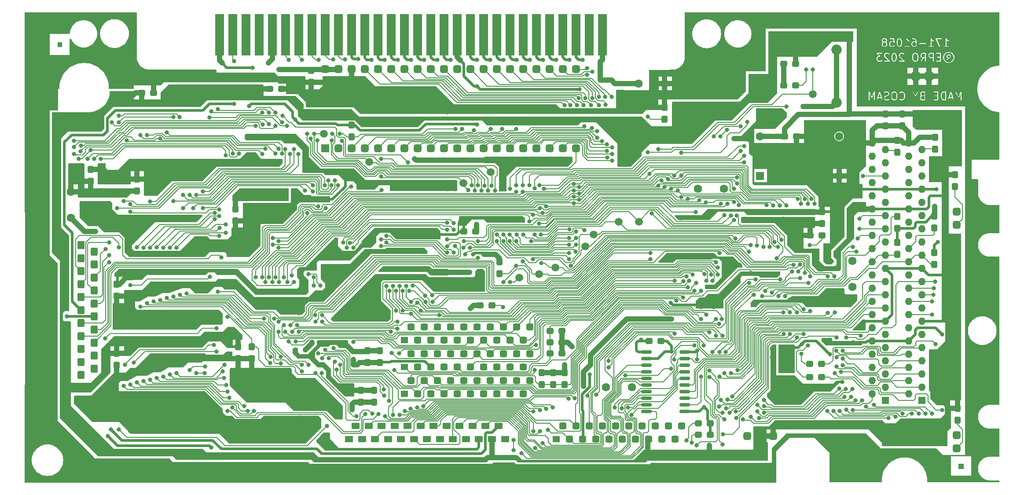
<source format=gbl>
G04 #@! TF.GenerationSoftware,KiCad,Pcbnew,7.0.2-0*
G04 #@! TF.CreationDate,2023-08-04T17:58:15+02:00*
G04 #@! TF.ProjectId,MegaCD,4d656761-4344-42e6-9b69-6361645f7063,rev?*
G04 #@! TF.SameCoordinates,Original*
G04 #@! TF.FileFunction,Copper,L4,Bot*
G04 #@! TF.FilePolarity,Positive*
%FSLAX46Y46*%
G04 Gerber Fmt 4.6, Leading zero omitted, Abs format (unit mm)*
G04 Created by KiCad (PCBNEW 7.0.2-0) date 2023-08-04 17:58:15*
%MOMM*%
%LPD*%
G01*
G04 APERTURE LIST*
G04 Aperture macros list*
%AMRoundRect*
0 Rectangle with rounded corners*
0 $1 Rounding radius*
0 $2 $3 $4 $5 $6 $7 $8 $9 X,Y pos of 4 corners*
0 Add a 4 corners polygon primitive as box body*
4,1,4,$2,$3,$4,$5,$6,$7,$8,$9,$2,$3,0*
0 Add four circle primitives for the rounded corners*
1,1,$1+$1,$2,$3*
1,1,$1+$1,$4,$5*
1,1,$1+$1,$6,$7*
1,1,$1+$1,$8,$9*
0 Add four rect primitives between the rounded corners*
20,1,$1+$1,$2,$3,$4,$5,0*
20,1,$1+$1,$4,$5,$6,$7,0*
20,1,$1+$1,$6,$7,$8,$9,0*
20,1,$1+$1,$8,$9,$2,$3,0*%
G04 Aperture macros list end*
%ADD10C,0.150000*%
G04 #@! TA.AperFunction,ComponentPad*
%ADD11R,1.600000X1.600000*%
G04 #@! TD*
G04 #@! TA.AperFunction,ComponentPad*
%ADD12C,1.600000*%
G04 #@! TD*
G04 #@! TA.AperFunction,ComponentPad*
%ADD13R,1.400000X1.400000*%
G04 #@! TD*
G04 #@! TA.AperFunction,ComponentPad*
%ADD14O,1.400000X1.400000*%
G04 #@! TD*
G04 #@! TA.AperFunction,ComponentPad*
%ADD15R,1.600000X1.200000*%
G04 #@! TD*
G04 #@! TA.AperFunction,ComponentPad*
%ADD16RoundRect,0.300000X0.500000X-0.300000X0.500000X0.300000X-0.500000X0.300000X-0.500000X-0.300000X0*%
G04 #@! TD*
G04 #@! TA.AperFunction,ComponentPad*
%ADD17R,1.400000X1.300000*%
G04 #@! TD*
G04 #@! TA.AperFunction,ComponentPad*
%ADD18RoundRect,0.325000X0.375000X-0.325000X0.375000X0.325000X-0.375000X0.325000X-0.375000X-0.325000X0*%
G04 #@! TD*
G04 #@! TA.AperFunction,ComponentPad*
%ADD19RoundRect,0.375000X-0.375000X0.375000X-0.375000X-0.375000X0.375000X-0.375000X0.375000X0.375000X0*%
G04 #@! TD*
G04 #@! TA.AperFunction,ComponentPad*
%ADD20RoundRect,0.375000X0.375000X-0.375000X0.375000X0.375000X-0.375000X0.375000X-0.375000X-0.375000X0*%
G04 #@! TD*
G04 #@! TA.AperFunction,ComponentPad*
%ADD21R,1.400000X1.600000*%
G04 #@! TD*
G04 #@! TA.AperFunction,ComponentPad*
%ADD22RoundRect,0.350000X-0.350000X-0.450000X0.350000X-0.450000X0.350000X0.450000X-0.350000X0.450000X0*%
G04 #@! TD*
G04 #@! TA.AperFunction,ComponentPad*
%ADD23O,2.000000X2.000000*%
G04 #@! TD*
G04 #@! TA.AperFunction,SMDPad,CuDef*
%ADD24R,1.778000X8.000000*%
G04 #@! TD*
G04 #@! TA.AperFunction,ComponentPad*
%ADD25RoundRect,0.375000X-0.375000X-0.375000X0.375000X-0.375000X0.375000X0.375000X-0.375000X0.375000X0*%
G04 #@! TD*
G04 #@! TA.AperFunction,SMDPad,CuDef*
%ADD26RoundRect,0.255319X-0.344681X0.394681X-0.344681X-0.394681X0.344681X-0.394681X0.344681X0.394681X0*%
G04 #@! TD*
G04 #@! TA.AperFunction,SMDPad,CuDef*
%ADD27RoundRect,0.255319X0.344681X-0.394681X0.344681X0.394681X-0.344681X0.394681X-0.344681X-0.394681X0*%
G04 #@! TD*
G04 #@! TA.AperFunction,SMDPad,CuDef*
%ADD28C,1.500000*%
G04 #@! TD*
G04 #@! TA.AperFunction,SMDPad,CuDef*
%ADD29RoundRect,0.255319X-0.394681X-0.344681X0.394681X-0.344681X0.394681X0.344681X-0.394681X0.344681X0*%
G04 #@! TD*
G04 #@! TA.AperFunction,SMDPad,CuDef*
%ADD30RoundRect,0.150000X0.875000X0.150000X-0.875000X0.150000X-0.875000X-0.150000X0.875000X-0.150000X0*%
G04 #@! TD*
G04 #@! TA.AperFunction,SMDPad,CuDef*
%ADD31RoundRect,0.500000X2.000000X0.500000X-2.000000X0.500000X-2.000000X-0.500000X2.000000X-0.500000X0*%
G04 #@! TD*
G04 #@! TA.AperFunction,SMDPad,CuDef*
%ADD32RoundRect,0.255319X0.394681X0.344681X-0.394681X0.344681X-0.394681X-0.344681X0.394681X-0.344681X0*%
G04 #@! TD*
G04 #@! TA.AperFunction,ViaPad*
%ADD33C,0.800000*%
G04 #@! TD*
G04 #@! TA.AperFunction,Conductor*
%ADD34C,1.000000*%
G04 #@! TD*
G04 #@! TA.AperFunction,Conductor*
%ADD35C,0.250000*%
G04 #@! TD*
G04 #@! TA.AperFunction,Conductor*
%ADD36C,0.500000*%
G04 #@! TD*
G04 #@! TA.AperFunction,Conductor*
%ADD37C,0.127000*%
G04 #@! TD*
G04 APERTURE END LIST*
G04 #@! TA.AperFunction,NonConductor*
G36*
X52654200Y-52247800D02*
G01*
X53568600Y-52247800D01*
X53568600Y-53162200D01*
X52654200Y-53162200D01*
X52654200Y-52247800D01*
G37*
G04 #@! TD.AperFunction*
G04 #@! TA.AperFunction,NonConductor*
G36*
X225983800Y-133375400D02*
G01*
X227050600Y-133375400D01*
X227050600Y-134391400D01*
X225983800Y-134391400D01*
X225983800Y-133375400D01*
G37*
G04 #@! TD.AperFunction*
D10*
G36*
X224357771Y-55170271D02*
G01*
X224157104Y-55170271D01*
X224145551Y-55167119D01*
X224135534Y-55170271D01*
X224021904Y-55170271D01*
X223917242Y-55117939D01*
X223864913Y-55013280D01*
X223864913Y-54905832D01*
X223917243Y-54801172D01*
X224021904Y-54748842D01*
X224357771Y-54748842D01*
X224357771Y-55170271D01*
G37*
G36*
X224476750Y-54316266D02*
G01*
X224806676Y-54514221D01*
X225004633Y-54844149D01*
X225070570Y-55173841D01*
X225004632Y-55503536D01*
X224806676Y-55833463D01*
X224476749Y-56031419D01*
X224147056Y-56097356D01*
X223817361Y-56031418D01*
X223487435Y-55833462D01*
X223289479Y-55503535D01*
X223223541Y-55173843D01*
X223279006Y-54896519D01*
X223712199Y-54896519D01*
X223714913Y-54903062D01*
X223714913Y-55026944D01*
X223712982Y-55044829D01*
X223719838Y-55058542D01*
X223724156Y-55073245D01*
X223729509Y-55077883D01*
X223785715Y-55190294D01*
X223785613Y-55193207D01*
X223795470Y-55209803D01*
X223799082Y-55217027D01*
X223800958Y-55219044D01*
X223808104Y-55231075D01*
X223815666Y-55234856D01*
X223821426Y-55241048D01*
X223834982Y-55244514D01*
X223967049Y-55310549D01*
X223982177Y-55320271D01*
X223986928Y-55320271D01*
X223725394Y-55634111D01*
X223712343Y-55664210D01*
X223719450Y-55707677D01*
X223748928Y-55740401D01*
X223791418Y-55751994D01*
X223833431Y-55738774D01*
X224182184Y-55320271D01*
X224357771Y-55320271D01*
X224357771Y-55684624D01*
X224367014Y-55716102D01*
X224400300Y-55744944D01*
X224443895Y-55751212D01*
X224483959Y-55732916D01*
X224507771Y-55695864D01*
X224507771Y-55250630D01*
X224510141Y-55234147D01*
X224507771Y-55228957D01*
X224507771Y-54679201D01*
X224510141Y-54662718D01*
X224503221Y-54647565D01*
X224498528Y-54631582D01*
X224494215Y-54627845D01*
X224491845Y-54622654D01*
X224477828Y-54613646D01*
X224465242Y-54602740D01*
X224459595Y-54601928D01*
X224454793Y-54598842D01*
X224438131Y-54598842D01*
X224421647Y-54596472D01*
X224416457Y-54598842D01*
X224008234Y-54598842D01*
X223990355Y-54596912D01*
X223976645Y-54603766D01*
X223961939Y-54608085D01*
X223957298Y-54613440D01*
X223844889Y-54669644D01*
X223841977Y-54669542D01*
X223825379Y-54679399D01*
X223818157Y-54683011D01*
X223816139Y-54684887D01*
X223804109Y-54692033D01*
X223800326Y-54699597D01*
X223794136Y-54705356D01*
X223790670Y-54718910D01*
X223724634Y-54850978D01*
X223714913Y-54866106D01*
X223714913Y-54881435D01*
X223712199Y-54896519D01*
X223279006Y-54896519D01*
X223289480Y-54844148D01*
X223487435Y-54514222D01*
X223817363Y-54316265D01*
X224147055Y-54250327D01*
X224476750Y-54316266D01*
G37*
G36*
X217959772Y-54521196D02*
G01*
X218079333Y-54640757D01*
X218143484Y-54897361D01*
X218143484Y-55378894D01*
X218079333Y-55635498D01*
X217959771Y-55755060D01*
X217843637Y-55813128D01*
X217593333Y-55813128D01*
X217477197Y-55755060D01*
X217357635Y-55635498D01*
X217293484Y-55378893D01*
X217293484Y-54897363D01*
X217357635Y-54640757D01*
X217477196Y-54521196D01*
X217593332Y-54463128D01*
X217843635Y-54463128D01*
X217959772Y-54521196D01*
G37*
G36*
X219572056Y-55098842D02*
G01*
X219296768Y-55098842D01*
X219281855Y-55096092D01*
X219275143Y-55098842D01*
X219093333Y-55098842D01*
X218977196Y-55040774D01*
X218922980Y-54986558D01*
X218864913Y-54870422D01*
X218864913Y-54691547D01*
X218922979Y-54575412D01*
X218977197Y-54521195D01*
X219093332Y-54463128D01*
X219572056Y-54463128D01*
X219572056Y-55098842D01*
G37*
G36*
X213816915Y-54521196D02*
G01*
X213871130Y-54575411D01*
X213933434Y-54700018D01*
X214000627Y-54968790D01*
X214000627Y-55307466D01*
X213933434Y-55576239D01*
X213871130Y-55700843D01*
X213816914Y-55755061D01*
X213700780Y-55813128D01*
X213593333Y-55813128D01*
X213477197Y-55755061D01*
X213422980Y-55700843D01*
X213360677Y-55576237D01*
X213293484Y-55307465D01*
X213293484Y-54968791D01*
X213360677Y-54700016D01*
X213422981Y-54575411D01*
X213477196Y-54521196D01*
X213593332Y-54463128D01*
X213700778Y-54463128D01*
X213816915Y-54521196D01*
G37*
G36*
X221072056Y-55098842D02*
G01*
X220593333Y-55098842D01*
X220477196Y-55040774D01*
X220422980Y-54986558D01*
X220364913Y-54870423D01*
X220364913Y-54691547D01*
X220422979Y-54575412D01*
X220477197Y-54521195D01*
X220593332Y-54463128D01*
X221072056Y-54463128D01*
X221072056Y-55098842D01*
G37*
G36*
X225909557Y-56570986D02*
G01*
X209598843Y-56570986D01*
X209598843Y-55253662D01*
X210283628Y-55253662D01*
X210286342Y-55260205D01*
X210286342Y-55598373D01*
X210284411Y-55616258D01*
X210291267Y-55629971D01*
X210295585Y-55644674D01*
X210300938Y-55649312D01*
X210361483Y-55770401D01*
X210364166Y-55782732D01*
X210378785Y-55797351D01*
X210392855Y-55812477D01*
X210394273Y-55812839D01*
X210444518Y-55863084D01*
X210450962Y-55873934D01*
X210469461Y-55883183D01*
X210487585Y-55893080D01*
X210489045Y-55892975D01*
X210609905Y-55953404D01*
X210625035Y-55963128D01*
X210640366Y-55963128D01*
X210655449Y-55965842D01*
X210661993Y-55963128D01*
X211071587Y-55963128D01*
X211089472Y-55965059D01*
X211103185Y-55958202D01*
X211117888Y-55953885D01*
X211122526Y-55948531D01*
X211243615Y-55887987D01*
X211255946Y-55885305D01*
X211270565Y-55870685D01*
X211285691Y-55856616D01*
X211286053Y-55855197D01*
X211350571Y-55790680D01*
X211366294Y-55761886D01*
X211363151Y-55717955D01*
X211336757Y-55682696D01*
X211295490Y-55667304D01*
X211252453Y-55676666D01*
X211174058Y-55755060D01*
X211057923Y-55813128D01*
X210664763Y-55813128D01*
X210548626Y-55755060D01*
X210494408Y-55700842D01*
X210436342Y-55584709D01*
X210436342Y-55262975D01*
X210494410Y-55146840D01*
X210548626Y-55092625D01*
X210664762Y-55034557D01*
X210839518Y-55034557D01*
X210839683Y-55034662D01*
X210861394Y-55034557D01*
X210872124Y-55034557D01*
X210872303Y-55034504D01*
X210883726Y-55034449D01*
X210892994Y-55028428D01*
X210903602Y-55025314D01*
X210911083Y-55016679D01*
X210920662Y-55010458D01*
X210925204Y-55000382D01*
X210932444Y-54992028D01*
X210934069Y-54980720D01*
X210938765Y-54970307D01*
X210937139Y-54959372D01*
X210938712Y-54948433D01*
X210933967Y-54938043D01*
X210932287Y-54926742D01*
X210925006Y-54918421D01*
X210920416Y-54908369D01*
X210910807Y-54902193D01*
X210838472Y-54819525D01*
X211711798Y-54819525D01*
X211718335Y-54839136D01*
X211724156Y-54858960D01*
X211725262Y-54859918D01*
X211788914Y-55050875D01*
X211792737Y-55068446D01*
X211803576Y-55079285D01*
X211812323Y-55091870D01*
X211818868Y-55094577D01*
X212537419Y-55813128D01*
X211779131Y-55813128D01*
X211747653Y-55822371D01*
X211718811Y-55855657D01*
X211712543Y-55899252D01*
X211730839Y-55939316D01*
X211767891Y-55963128D01*
X212699344Y-55963128D01*
X212701870Y-55964507D01*
X212721151Y-55963128D01*
X212729267Y-55963128D01*
X212731880Y-55962360D01*
X212745801Y-55961365D01*
X212752597Y-55956277D01*
X212760745Y-55953885D01*
X212769885Y-55943335D01*
X212781060Y-55934971D01*
X212784027Y-55927015D01*
X212789587Y-55920599D01*
X212791573Y-55906784D01*
X212796452Y-55893704D01*
X212794646Y-55885406D01*
X212795855Y-55877004D01*
X212790057Y-55864309D01*
X212787090Y-55850667D01*
X212781085Y-55844662D01*
X212777559Y-55836940D01*
X212765816Y-55829393D01*
X212249949Y-55313526D01*
X213140382Y-55313526D01*
X213143484Y-55325933D01*
X213143484Y-55327482D01*
X213146088Y-55336352D01*
X213213912Y-55607644D01*
X213212982Y-55616258D01*
X213219148Y-55628591D01*
X213219767Y-55631064D01*
X213223948Y-55638191D01*
X213290054Y-55770401D01*
X213292737Y-55782732D01*
X213307360Y-55797355D01*
X213321426Y-55812477D01*
X213322843Y-55812839D01*
X213373089Y-55863085D01*
X213379532Y-55873934D01*
X213398027Y-55883181D01*
X213416154Y-55893079D01*
X213417613Y-55892974D01*
X213538475Y-55953404D01*
X213553605Y-55963128D01*
X213568936Y-55963128D01*
X213584019Y-55965842D01*
X213590563Y-55963128D01*
X213714447Y-55963128D01*
X213732328Y-55965059D01*
X213746042Y-55958201D01*
X213760744Y-55953885D01*
X213765382Y-55948531D01*
X213886471Y-55887987D01*
X213898804Y-55885305D01*
X213913431Y-55870676D01*
X213928548Y-55856616D01*
X213928910Y-55855197D01*
X213979155Y-55804951D01*
X213990003Y-55798509D01*
X213999247Y-55780020D01*
X214009150Y-55761885D01*
X214009045Y-55760424D01*
X214065306Y-55647903D01*
X214071619Y-55641969D01*
X214074963Y-55628591D01*
X214076103Y-55626312D01*
X214077566Y-55618179D01*
X214145394Y-55346863D01*
X214150627Y-55338722D01*
X214150627Y-55325934D01*
X214151003Y-55324430D01*
X214150627Y-55315183D01*
X214150627Y-54971899D01*
X214153729Y-54962731D01*
X214150627Y-54950322D01*
X214150627Y-54948775D01*
X214148023Y-54939906D01*
X214117928Y-54819525D01*
X214568940Y-54819525D01*
X214575477Y-54839136D01*
X214581298Y-54858960D01*
X214582404Y-54859918D01*
X214646056Y-55050875D01*
X214649879Y-55068446D01*
X214660718Y-55079285D01*
X214669465Y-55091870D01*
X214676010Y-55094577D01*
X215394561Y-55813128D01*
X214636273Y-55813128D01*
X214604795Y-55822371D01*
X214575953Y-55855657D01*
X214569685Y-55899252D01*
X214587981Y-55939316D01*
X214625033Y-55963128D01*
X215556486Y-55963128D01*
X215559012Y-55964507D01*
X215578293Y-55963128D01*
X215586409Y-55963128D01*
X215589022Y-55962360D01*
X215602943Y-55961365D01*
X215609739Y-55956277D01*
X215617887Y-55953885D01*
X215627027Y-55943335D01*
X215638202Y-55934971D01*
X215641169Y-55927015D01*
X215646729Y-55920599D01*
X215648715Y-55906784D01*
X215653594Y-55893704D01*
X215651788Y-55885406D01*
X215652997Y-55877004D01*
X215647199Y-55864309D01*
X215644232Y-55850667D01*
X215638227Y-55844662D01*
X215634701Y-55836940D01*
X215622958Y-55829393D01*
X215178519Y-55384954D01*
X217140382Y-55384954D01*
X217143484Y-55397361D01*
X217143484Y-55398910D01*
X217146088Y-55407780D01*
X217216874Y-55690924D01*
X217221308Y-55711303D01*
X217230088Y-55720083D01*
X217236369Y-55730788D01*
X217245337Y-55735332D01*
X217373087Y-55863083D01*
X217379532Y-55873934D01*
X217398039Y-55883187D01*
X217416155Y-55893079D01*
X217417613Y-55892974D01*
X217538475Y-55953404D01*
X217553605Y-55963128D01*
X217568936Y-55963128D01*
X217584019Y-55965842D01*
X217590563Y-55963128D01*
X217857304Y-55963128D01*
X217875185Y-55965059D01*
X217888899Y-55958201D01*
X217903601Y-55953885D01*
X217908239Y-55948531D01*
X218029329Y-55887987D01*
X218041660Y-55885305D01*
X218041925Y-55885040D01*
X218711808Y-55885040D01*
X218722537Y-55927756D01*
X218754657Y-55957891D01*
X218797971Y-55965878D01*
X218838727Y-55949179D01*
X219328962Y-55248842D01*
X219572056Y-55248842D01*
X219572056Y-55898910D01*
X219581299Y-55930388D01*
X219614585Y-55959230D01*
X219658180Y-55965498D01*
X219698244Y-55947202D01*
X219722056Y-55910150D01*
X219722056Y-55179201D01*
X219724426Y-55162718D01*
X219722056Y-55157528D01*
X219722056Y-54682233D01*
X220212199Y-54682233D01*
X220214913Y-54688776D01*
X220214913Y-54884087D01*
X220212982Y-54901972D01*
X220219838Y-54915685D01*
X220224156Y-54930388D01*
X220229509Y-54935026D01*
X220290053Y-55056115D01*
X220292736Y-55068446D01*
X220307355Y-55083065D01*
X220321425Y-55098191D01*
X220322843Y-55098553D01*
X220373088Y-55148798D01*
X220379532Y-55159648D01*
X220398031Y-55168897D01*
X220416155Y-55178794D01*
X220417615Y-55178689D01*
X220538475Y-55239118D01*
X220553605Y-55248842D01*
X220568936Y-55248842D01*
X220584019Y-55251556D01*
X220590563Y-55248842D01*
X221072056Y-55248842D01*
X221072056Y-55898910D01*
X221081299Y-55930388D01*
X221114585Y-55959230D01*
X221158180Y-55965498D01*
X221198244Y-55947202D01*
X221222056Y-55910150D01*
X221222056Y-55899252D01*
X221712543Y-55899252D01*
X221730839Y-55939316D01*
X221767891Y-55963128D01*
X222498839Y-55963128D01*
X222515323Y-55965498D01*
X222530475Y-55958578D01*
X222546459Y-55953885D01*
X222550195Y-55949572D01*
X222555387Y-55947202D01*
X222564394Y-55933185D01*
X222575301Y-55920599D01*
X222576112Y-55914952D01*
X222579199Y-55910150D01*
X222579199Y-55893487D01*
X222581569Y-55877004D01*
X222579199Y-55871814D01*
X222579199Y-55166956D01*
X223069194Y-55166956D01*
X223072709Y-55184531D01*
X223074288Y-55202385D01*
X223076972Y-55205848D01*
X223143256Y-55537267D01*
X223142843Y-55550689D01*
X223153067Y-55567730D01*
X223162293Y-55585321D01*
X223164309Y-55586466D01*
X223366891Y-55924103D01*
X223375300Y-55941110D01*
X223387591Y-55948484D01*
X223398128Y-55958198D01*
X223406113Y-55959598D01*
X223743955Y-56162303D01*
X223753610Y-56171639D01*
X223773104Y-56175537D01*
X223792319Y-56180543D01*
X223794522Y-56179821D01*
X224125845Y-56246085D01*
X224140170Y-56251704D01*
X224157745Y-56248188D01*
X224175600Y-56246610D01*
X224179063Y-56243925D01*
X224510481Y-56177642D01*
X224523903Y-56178056D01*
X224540944Y-56167831D01*
X224558535Y-56158606D01*
X224559680Y-56156589D01*
X224897317Y-55954007D01*
X224914324Y-55945599D01*
X224921698Y-55933307D01*
X224931412Y-55922771D01*
X224932812Y-55914785D01*
X225135517Y-55576942D01*
X225144853Y-55567288D01*
X225148751Y-55547793D01*
X225153757Y-55528579D01*
X225153035Y-55526375D01*
X225219299Y-55195052D01*
X225224918Y-55180728D01*
X225221402Y-55163152D01*
X225219824Y-55145298D01*
X225217139Y-55141834D01*
X225150856Y-54810418D01*
X225151270Y-54796997D01*
X225141044Y-54779955D01*
X225131820Y-54762365D01*
X225129803Y-54761219D01*
X224927221Y-54423581D01*
X224918813Y-54406575D01*
X224906521Y-54399199D01*
X224895986Y-54389488D01*
X224888001Y-54388087D01*
X224550156Y-54185381D01*
X224540502Y-54176046D01*
X224521006Y-54172146D01*
X224501793Y-54167142D01*
X224499589Y-54167863D01*
X224168267Y-54101599D01*
X224153942Y-54095980D01*
X224136366Y-54099495D01*
X224118513Y-54101074D01*
X224115049Y-54103758D01*
X223783631Y-54170042D01*
X223770209Y-54169629D01*
X223753160Y-54179857D01*
X223735578Y-54189079D01*
X223734433Y-54191094D01*
X223396795Y-54393677D01*
X223379789Y-54402086D01*
X223372413Y-54414379D01*
X223362702Y-54424914D01*
X223361302Y-54432897D01*
X223158594Y-54770743D01*
X223149260Y-54780397D01*
X223145360Y-54799892D01*
X223140356Y-54819106D01*
X223141077Y-54821309D01*
X223074813Y-55152630D01*
X223069194Y-55166956D01*
X222579199Y-55166956D01*
X222579199Y-55107773D01*
X222581569Y-55091290D01*
X222579199Y-55086100D01*
X222579199Y-54393487D01*
X222581569Y-54377004D01*
X222574649Y-54361851D01*
X222569956Y-54345868D01*
X222565643Y-54342131D01*
X222563273Y-54336940D01*
X222549256Y-54327932D01*
X222536670Y-54317026D01*
X222531023Y-54316214D01*
X222526221Y-54313128D01*
X222509559Y-54313128D01*
X222493075Y-54310758D01*
X222487885Y-54313128D01*
X221779131Y-54313128D01*
X221747653Y-54322371D01*
X221718811Y-54355657D01*
X221712543Y-54399252D01*
X221730839Y-54439316D01*
X221767891Y-54463128D01*
X222429199Y-54463128D01*
X222429199Y-55027414D01*
X221993417Y-55027414D01*
X221961939Y-55036657D01*
X221933097Y-55069943D01*
X221926829Y-55113538D01*
X221945125Y-55153602D01*
X221982177Y-55177414D01*
X222429199Y-55177414D01*
X222429199Y-55813128D01*
X221779131Y-55813128D01*
X221747653Y-55822371D01*
X221718811Y-55855657D01*
X221712543Y-55899252D01*
X221222056Y-55899252D01*
X221222056Y-55179201D01*
X221224426Y-55162718D01*
X221222056Y-55157528D01*
X221222056Y-54393487D01*
X221224426Y-54377004D01*
X221217506Y-54361851D01*
X221212813Y-54345868D01*
X221208500Y-54342131D01*
X221206130Y-54336940D01*
X221192113Y-54327932D01*
X221179527Y-54317026D01*
X221173880Y-54316214D01*
X221169078Y-54313128D01*
X221152416Y-54313128D01*
X221135932Y-54310758D01*
X221130742Y-54313128D01*
X220579662Y-54313128D01*
X220561783Y-54311198D01*
X220548073Y-54318052D01*
X220533367Y-54322371D01*
X220528726Y-54327726D01*
X220407639Y-54388269D01*
X220395309Y-54390952D01*
X220380682Y-54405578D01*
X220365564Y-54419642D01*
X220365201Y-54421059D01*
X220314958Y-54471302D01*
X220304107Y-54477747D01*
X220294853Y-54496254D01*
X220284962Y-54514370D01*
X220285066Y-54515828D01*
X220224636Y-54636690D01*
X220214913Y-54651820D01*
X220214913Y-54667150D01*
X220212199Y-54682233D01*
X219722056Y-54682233D01*
X219722056Y-54393487D01*
X219724426Y-54377004D01*
X219717506Y-54361851D01*
X219712813Y-54345868D01*
X219708500Y-54342131D01*
X219706130Y-54336940D01*
X219692113Y-54327932D01*
X219679527Y-54317026D01*
X219673880Y-54316214D01*
X219669078Y-54313128D01*
X219652416Y-54313128D01*
X219635932Y-54310758D01*
X219630742Y-54313128D01*
X219079662Y-54313128D01*
X219061783Y-54311198D01*
X219048073Y-54318052D01*
X219033367Y-54322371D01*
X219028726Y-54327726D01*
X218907639Y-54388269D01*
X218895309Y-54390952D01*
X218880682Y-54405578D01*
X218865564Y-54419642D01*
X218865201Y-54421059D01*
X218814958Y-54471302D01*
X218804107Y-54477747D01*
X218794853Y-54496254D01*
X218784962Y-54514370D01*
X218785066Y-54515828D01*
X218724636Y-54636690D01*
X218714913Y-54651820D01*
X218714913Y-54667150D01*
X218712199Y-54682233D01*
X218714913Y-54688776D01*
X218714913Y-54884087D01*
X218712982Y-54901972D01*
X218719838Y-54915685D01*
X218724156Y-54930388D01*
X218729509Y-54935026D01*
X218790053Y-55056115D01*
X218792736Y-55068446D01*
X218807355Y-55083065D01*
X218821425Y-55098191D01*
X218822843Y-55098553D01*
X218873088Y-55148798D01*
X218879532Y-55159648D01*
X218898031Y-55168897D01*
X218916155Y-55178794D01*
X218917615Y-55178689D01*
X219038475Y-55239118D01*
X219053605Y-55248842D01*
X219068936Y-55248842D01*
X219084019Y-55251556D01*
X219090563Y-55248842D01*
X219145863Y-55248842D01*
X218722288Y-55853951D01*
X218711808Y-55885040D01*
X218041925Y-55885040D01*
X218056277Y-55870687D01*
X218071405Y-55856616D01*
X218071767Y-55855196D01*
X218199269Y-55727694D01*
X218214476Y-55713397D01*
X218217487Y-55701350D01*
X218223436Y-55690457D01*
X218222718Y-55680427D01*
X218288251Y-55418291D01*
X218293484Y-55410150D01*
X218293484Y-55397362D01*
X218293860Y-55395858D01*
X218293484Y-55386611D01*
X218293484Y-54900470D01*
X218296586Y-54891302D01*
X218293484Y-54878893D01*
X218293484Y-54877346D01*
X218290879Y-54868477D01*
X218220095Y-54585336D01*
X218215661Y-54564953D01*
X218206881Y-54556173D01*
X218200600Y-54545467D01*
X218191629Y-54540921D01*
X218063880Y-54413172D01*
X218057437Y-54402323D01*
X218038936Y-54393072D01*
X218020814Y-54383177D01*
X218019353Y-54383281D01*
X217898492Y-54322851D01*
X217883363Y-54313128D01*
X217868033Y-54313128D01*
X217852950Y-54310414D01*
X217846406Y-54313128D01*
X217579662Y-54313128D01*
X217561783Y-54311198D01*
X217548073Y-54318052D01*
X217533367Y-54322371D01*
X217528726Y-54327726D01*
X217407639Y-54388269D01*
X217395309Y-54390952D01*
X217380684Y-54405576D01*
X217365564Y-54419642D01*
X217365201Y-54421059D01*
X217237691Y-54548569D01*
X217222493Y-54562860D01*
X217219481Y-54574904D01*
X217213533Y-54585799D01*
X217214250Y-54595829D01*
X217148716Y-54857964D01*
X217143484Y-54866106D01*
X217143484Y-54878894D01*
X217143108Y-54880398D01*
X217143484Y-54889644D01*
X217143484Y-55375785D01*
X217140382Y-55384954D01*
X215178519Y-55384954D01*
X214784036Y-54990471D01*
X214722055Y-54804527D01*
X214722055Y-54691546D01*
X214780123Y-54575412D01*
X214834340Y-54521195D01*
X214950475Y-54463128D01*
X215272208Y-54463128D01*
X215388343Y-54521196D01*
X215458789Y-54591642D01*
X215487583Y-54607364D01*
X215531514Y-54604222D01*
X215566772Y-54577828D01*
X215582165Y-54536561D01*
X215572803Y-54493524D01*
X215492450Y-54413171D01*
X215486008Y-54402324D01*
X215467524Y-54393082D01*
X215449385Y-54383177D01*
X215447923Y-54383281D01*
X215327062Y-54322849D01*
X215311935Y-54313128D01*
X215296605Y-54313128D01*
X215281522Y-54310414D01*
X215274978Y-54313128D01*
X214936805Y-54313128D01*
X214918926Y-54311198D01*
X214905216Y-54318052D01*
X214890510Y-54322371D01*
X214885869Y-54327726D01*
X214764782Y-54388269D01*
X214752452Y-54390952D01*
X214737825Y-54405578D01*
X214722707Y-54419642D01*
X214722344Y-54421059D01*
X214672099Y-54471303D01*
X214661251Y-54477747D01*
X214652004Y-54496238D01*
X214642105Y-54514370D01*
X214642209Y-54515829D01*
X214581776Y-54636692D01*
X214572055Y-54651820D01*
X214572055Y-54667149D01*
X214569341Y-54682233D01*
X214572055Y-54688776D01*
X214572055Y-54807297D01*
X214568940Y-54819525D01*
X214117928Y-54819525D01*
X214080199Y-54668609D01*
X214081129Y-54659998D01*
X214074963Y-54647667D01*
X214074345Y-54645192D01*
X214070156Y-54638052D01*
X214004057Y-54505854D01*
X214001375Y-54493524D01*
X213986750Y-54478899D01*
X213972685Y-54463779D01*
X213971267Y-54463416D01*
X213921023Y-54413172D01*
X213914580Y-54402323D01*
X213896079Y-54393072D01*
X213877957Y-54383177D01*
X213876496Y-54383281D01*
X213755635Y-54322851D01*
X213740506Y-54313128D01*
X213725176Y-54313128D01*
X213710093Y-54310414D01*
X213703549Y-54313128D01*
X213579662Y-54313128D01*
X213561783Y-54311198D01*
X213548073Y-54318052D01*
X213533367Y-54322371D01*
X213528726Y-54327726D01*
X213407639Y-54388269D01*
X213395309Y-54390952D01*
X213380684Y-54405576D01*
X213365564Y-54419642D01*
X213365201Y-54421059D01*
X213314956Y-54471304D01*
X213304109Y-54477747D01*
X213294867Y-54496230D01*
X213284962Y-54514370D01*
X213285066Y-54515831D01*
X213228804Y-54628353D01*
X213222493Y-54634288D01*
X213219148Y-54647664D01*
X213218009Y-54649944D01*
X213216545Y-54658079D01*
X213148716Y-54929393D01*
X213143484Y-54937535D01*
X213143484Y-54950323D01*
X213143108Y-54951827D01*
X213143484Y-54961073D01*
X213143483Y-55304357D01*
X213140382Y-55313526D01*
X212249949Y-55313526D01*
X211926894Y-54990471D01*
X211864913Y-54804527D01*
X211864913Y-54691546D01*
X211922981Y-54575412D01*
X211977198Y-54521195D01*
X212093333Y-54463128D01*
X212415066Y-54463128D01*
X212531201Y-54521196D01*
X212601647Y-54591642D01*
X212630441Y-54607364D01*
X212674372Y-54604222D01*
X212709630Y-54577828D01*
X212725023Y-54536561D01*
X212715661Y-54493524D01*
X212635308Y-54413171D01*
X212628866Y-54402324D01*
X212610382Y-54393082D01*
X212592243Y-54383177D01*
X212590781Y-54383281D01*
X212469920Y-54322849D01*
X212454793Y-54313128D01*
X212439463Y-54313128D01*
X212424380Y-54310414D01*
X212417836Y-54313128D01*
X212079663Y-54313128D01*
X212061784Y-54311198D01*
X212048074Y-54318052D01*
X212033368Y-54322371D01*
X212028727Y-54327726D01*
X211907640Y-54388269D01*
X211895310Y-54390952D01*
X211880683Y-54405578D01*
X211865565Y-54419642D01*
X211865202Y-54421059D01*
X211814957Y-54471303D01*
X211804109Y-54477747D01*
X211794862Y-54496238D01*
X211784963Y-54514370D01*
X211785067Y-54515829D01*
X211724634Y-54636692D01*
X211714913Y-54651820D01*
X211714913Y-54667149D01*
X211712199Y-54682233D01*
X211714913Y-54688776D01*
X211714913Y-54807297D01*
X211711798Y-54819525D01*
X210838472Y-54819525D01*
X210526624Y-54463128D01*
X211300696Y-54463128D01*
X211332174Y-54453885D01*
X211361016Y-54420599D01*
X211367284Y-54377004D01*
X211348988Y-54336940D01*
X211311936Y-54313128D01*
X210383166Y-54313128D01*
X210383001Y-54313023D01*
X210361290Y-54313128D01*
X210350560Y-54313128D01*
X210350380Y-54313180D01*
X210338958Y-54313236D01*
X210329688Y-54319256D01*
X210319082Y-54322371D01*
X210311601Y-54331004D01*
X210302022Y-54337226D01*
X210297478Y-54347302D01*
X210290240Y-54355657D01*
X210288614Y-54366963D01*
X210283919Y-54377378D01*
X210285544Y-54388312D01*
X210283972Y-54399252D01*
X210288716Y-54409641D01*
X210290397Y-54420943D01*
X210297677Y-54429263D01*
X210302268Y-54439316D01*
X210311876Y-54445491D01*
X210696059Y-54884557D01*
X210651098Y-54884557D01*
X210633213Y-54882626D01*
X210619499Y-54889482D01*
X210604797Y-54893800D01*
X210600158Y-54899153D01*
X210479069Y-54959697D01*
X210466739Y-54962380D01*
X210452119Y-54976999D01*
X210436994Y-54991069D01*
X210436631Y-54992487D01*
X210386385Y-55042733D01*
X210375538Y-55049176D01*
X210366296Y-55067659D01*
X210356391Y-55085799D01*
X210356495Y-55087260D01*
X210296063Y-55208121D01*
X210286342Y-55223249D01*
X210286342Y-55238578D01*
X210283628Y-55253662D01*
X209598843Y-55253662D01*
X209598843Y-53817414D01*
X225909557Y-53817414D01*
X225909557Y-56570986D01*
G37*
G36*
X212016115Y-52319253D02*
G01*
X212070332Y-52373468D01*
X212128400Y-52489604D01*
X212128400Y-52739908D01*
X212070332Y-52856044D01*
X212016117Y-52910259D01*
X211899981Y-52968328D01*
X211649678Y-52968328D01*
X211533541Y-52910260D01*
X211479324Y-52856043D01*
X211421257Y-52739909D01*
X211421257Y-52489605D01*
X211479324Y-52373469D01*
X211533542Y-52319252D01*
X211649677Y-52261185D01*
X211899981Y-52261185D01*
X212016115Y-52319253D01*
G37*
G36*
X212016115Y-51676396D02*
G01*
X212070332Y-51730611D01*
X212128400Y-51846746D01*
X212128400Y-51882765D01*
X212070332Y-51998901D01*
X212016117Y-52053116D01*
X211899981Y-52111185D01*
X211649678Y-52111185D01*
X211533541Y-52053117D01*
X211479324Y-51998900D01*
X211421257Y-51882765D01*
X211421257Y-51846746D01*
X211479325Y-51730612D01*
X211533542Y-51676395D01*
X211649677Y-51618328D01*
X211899981Y-51618328D01*
X212016115Y-51676396D01*
G37*
G36*
X214801830Y-51676396D02*
G01*
X214856045Y-51730611D01*
X214918349Y-51855218D01*
X214985542Y-52123990D01*
X214985542Y-52462666D01*
X214918349Y-52731439D01*
X214856045Y-52856043D01*
X214801829Y-52910261D01*
X214685695Y-52968328D01*
X214578248Y-52968328D01*
X214462112Y-52910261D01*
X214407895Y-52856043D01*
X214345592Y-52731437D01*
X214278399Y-52462665D01*
X214278399Y-52123992D01*
X214345592Y-51855216D01*
X214407896Y-51730611D01*
X214462111Y-51676396D01*
X214578247Y-51618328D01*
X214685693Y-51618328D01*
X214801830Y-51676396D01*
G37*
G36*
X217730400Y-52247824D02*
G01*
X217784615Y-52302039D01*
X217842684Y-52418176D01*
X217842684Y-52739908D01*
X217784616Y-52856044D01*
X217730400Y-52910260D01*
X217614265Y-52968328D01*
X217363962Y-52968328D01*
X217247825Y-52910260D01*
X217193608Y-52856043D01*
X217135541Y-52739908D01*
X217135541Y-52418175D01*
X217193609Y-52302040D01*
X217247825Y-52247824D01*
X217363961Y-52189757D01*
X217614264Y-52189757D01*
X217730400Y-52247824D01*
G37*
G36*
X224823042Y-53726186D02*
G01*
X210583759Y-53726186D01*
X210583759Y-52480291D01*
X211268543Y-52480291D01*
X211271257Y-52486834D01*
X211271257Y-52753573D01*
X211269326Y-52771458D01*
X211276182Y-52785171D01*
X211280500Y-52799874D01*
X211285853Y-52804512D01*
X211346398Y-52925601D01*
X211349081Y-52937932D01*
X211363700Y-52952551D01*
X211377770Y-52967677D01*
X211379188Y-52968039D01*
X211429433Y-53018284D01*
X211435877Y-53029134D01*
X211454376Y-53038383D01*
X211472500Y-53048280D01*
X211473960Y-53048175D01*
X211594820Y-53108604D01*
X211609950Y-53118328D01*
X211625281Y-53118328D01*
X211640364Y-53121042D01*
X211646908Y-53118328D01*
X211913645Y-53118328D01*
X211931530Y-53120259D01*
X211945243Y-53113402D01*
X211959946Y-53109085D01*
X211964584Y-53103731D01*
X212085673Y-53043187D01*
X212098004Y-53040505D01*
X212112623Y-53025885D01*
X212127749Y-53011816D01*
X212128111Y-53010397D01*
X212178356Y-52960152D01*
X212189206Y-52953709D01*
X212198455Y-52935209D01*
X212208352Y-52917086D01*
X212208247Y-52915625D01*
X212268676Y-52794765D01*
X212278400Y-52779636D01*
X212278400Y-52764305D01*
X212281114Y-52749222D01*
X212278400Y-52742678D01*
X212278400Y-52475941D01*
X212280331Y-52458057D01*
X212273474Y-52444344D01*
X212269157Y-52429640D01*
X212263803Y-52425000D01*
X212255734Y-52408862D01*
X212697114Y-52408862D01*
X212699828Y-52415405D01*
X212699827Y-52753573D01*
X212697897Y-52771458D01*
X212704753Y-52785171D01*
X212709071Y-52799874D01*
X212714424Y-52804512D01*
X212774969Y-52925601D01*
X212777652Y-52937932D01*
X212792271Y-52952551D01*
X212806341Y-52967677D01*
X212807759Y-52968039D01*
X212858004Y-53018284D01*
X212864448Y-53029134D01*
X212882947Y-53038383D01*
X212901071Y-53048280D01*
X212902531Y-53048175D01*
X213023391Y-53108604D01*
X213038521Y-53118328D01*
X213053852Y-53118328D01*
X213068935Y-53121042D01*
X213075479Y-53118328D01*
X213413645Y-53118328D01*
X213431530Y-53120259D01*
X213445243Y-53113402D01*
X213459946Y-53109085D01*
X213464584Y-53103731D01*
X213585672Y-53043187D01*
X213598005Y-53040505D01*
X213612632Y-53025876D01*
X213627749Y-53011816D01*
X213628111Y-53010397D01*
X213692628Y-52945880D01*
X213708351Y-52917085D01*
X213705208Y-52873154D01*
X213678813Y-52837896D01*
X213637547Y-52822504D01*
X213594509Y-52831866D01*
X213516116Y-52910260D01*
X213399981Y-52968328D01*
X213078249Y-52968328D01*
X212962112Y-52910260D01*
X212907895Y-52856043D01*
X212849828Y-52739908D01*
X212849828Y-52468726D01*
X214125297Y-52468726D01*
X214128399Y-52481133D01*
X214128399Y-52482682D01*
X214131003Y-52491552D01*
X214198827Y-52762844D01*
X214197897Y-52771458D01*
X214204063Y-52783791D01*
X214204682Y-52786264D01*
X214208863Y-52793391D01*
X214274969Y-52925601D01*
X214277652Y-52937932D01*
X214292275Y-52952555D01*
X214306341Y-52967677D01*
X214307758Y-52968039D01*
X214358004Y-53018285D01*
X214364447Y-53029134D01*
X214382942Y-53038381D01*
X214401069Y-53048279D01*
X214402528Y-53048174D01*
X214523390Y-53108604D01*
X214538520Y-53118328D01*
X214553851Y-53118328D01*
X214568934Y-53121042D01*
X214575478Y-53118328D01*
X214699362Y-53118328D01*
X214717243Y-53120259D01*
X214730957Y-53113401D01*
X214745659Y-53109085D01*
X214750297Y-53103731D01*
X214848856Y-53054452D01*
X215554600Y-53054452D01*
X215572896Y-53094516D01*
X215609948Y-53118328D01*
X216055182Y-53118328D01*
X216071666Y-53120698D01*
X216076856Y-53118328D01*
X216499895Y-53118328D01*
X216531373Y-53109085D01*
X216560215Y-53075799D01*
X216566483Y-53032204D01*
X216548187Y-52992140D01*
X216511135Y-52968328D01*
X216135542Y-52968328D01*
X216135542Y-52408862D01*
X216982827Y-52408862D01*
X216985541Y-52415405D01*
X216985541Y-52753573D01*
X216983610Y-52771458D01*
X216990466Y-52785171D01*
X216994784Y-52799874D01*
X217000137Y-52804512D01*
X217060682Y-52925601D01*
X217063365Y-52937932D01*
X217077984Y-52952551D01*
X217092054Y-52967677D01*
X217093472Y-52968039D01*
X217143717Y-53018284D01*
X217150161Y-53029134D01*
X217168660Y-53038383D01*
X217186784Y-53048280D01*
X217188244Y-53048175D01*
X217309104Y-53108604D01*
X217324234Y-53118328D01*
X217339565Y-53118328D01*
X217354648Y-53121042D01*
X217361192Y-53118328D01*
X217627929Y-53118328D01*
X217645814Y-53120259D01*
X217659527Y-53113402D01*
X217674230Y-53109085D01*
X217678868Y-53103731D01*
X217777427Y-53054452D01*
X220268885Y-53054452D01*
X220287181Y-53094516D01*
X220324233Y-53118328D01*
X220769467Y-53118328D01*
X220785951Y-53120698D01*
X220791141Y-53118328D01*
X221214180Y-53118328D01*
X221245658Y-53109085D01*
X221274500Y-53075799D01*
X221280768Y-53032204D01*
X221262472Y-52992140D01*
X221225420Y-52968328D01*
X220849827Y-52968328D01*
X220849827Y-51795823D01*
X220859399Y-51805395D01*
X220861261Y-51808188D01*
X220866989Y-51812985D01*
X221000860Y-51946856D01*
X221007303Y-51957704D01*
X221025791Y-51966948D01*
X221043926Y-51976850D01*
X221045385Y-51976745D01*
X221179500Y-52043804D01*
X221211789Y-52049614D01*
X221252472Y-52032741D01*
X221277574Y-51996551D01*
X221279127Y-51952535D01*
X221256636Y-51914667D01*
X221104967Y-51838831D01*
X220975970Y-51709834D01*
X220871168Y-51552631D01*
X221625787Y-51552631D01*
X221626163Y-51553509D01*
X221626028Y-51554452D01*
X221634795Y-51573650D01*
X222281566Y-53082782D01*
X222302462Y-53108074D01*
X222344418Y-53121472D01*
X222386957Y-53110060D01*
X222416574Y-53077461D01*
X222420437Y-53054452D01*
X223126027Y-53054452D01*
X223144323Y-53094516D01*
X223181375Y-53118328D01*
X223626609Y-53118328D01*
X223643093Y-53120698D01*
X223648283Y-53118328D01*
X224071322Y-53118328D01*
X224102800Y-53109085D01*
X224131642Y-53075799D01*
X224137910Y-53032204D01*
X224119614Y-52992140D01*
X224082562Y-52968328D01*
X223706969Y-52968328D01*
X223706969Y-51795823D01*
X223716541Y-51805395D01*
X223718403Y-51808188D01*
X223724131Y-51812985D01*
X223858002Y-51946856D01*
X223864445Y-51957704D01*
X223882933Y-51966948D01*
X223901068Y-51976850D01*
X223902527Y-51976745D01*
X224036642Y-52043804D01*
X224068931Y-52049614D01*
X224109614Y-52032741D01*
X224134716Y-51996551D01*
X224136269Y-51952535D01*
X224113778Y-51914667D01*
X223962109Y-51838831D01*
X223833112Y-51709834D01*
X223700710Y-51511231D01*
X223697726Y-51501068D01*
X223688749Y-51493289D01*
X223688392Y-51492754D01*
X223680589Y-51486219D01*
X223664440Y-51472226D01*
X223663765Y-51472128D01*
X223663241Y-51471690D01*
X223642011Y-51469001D01*
X223620845Y-51465958D01*
X223620223Y-51466241D01*
X223619546Y-51466156D01*
X223600255Y-51475360D01*
X223580781Y-51484254D01*
X223580411Y-51484829D01*
X223579796Y-51485123D01*
X223568547Y-51503288D01*
X223556969Y-51521306D01*
X223556969Y-51521989D01*
X223556610Y-51522569D01*
X223556969Y-51543933D01*
X223556969Y-52968328D01*
X223192615Y-52968328D01*
X223161137Y-52977571D01*
X223132295Y-53010857D01*
X223126027Y-53054452D01*
X222420437Y-53054452D01*
X222423866Y-53034025D01*
X221817139Y-51618328D01*
X222714180Y-51618328D01*
X222745658Y-51609085D01*
X222774500Y-51575799D01*
X222780768Y-51532204D01*
X222762472Y-51492140D01*
X222725420Y-51468328D01*
X221715080Y-51468328D01*
X221705235Y-51465184D01*
X221693516Y-51468328D01*
X221692616Y-51468328D01*
X221683101Y-51471121D01*
X221662696Y-51476596D01*
X221662054Y-51477301D01*
X221661138Y-51477571D01*
X221647302Y-51493538D01*
X221633078Y-51509194D01*
X221632919Y-51510137D01*
X221632296Y-51510857D01*
X221629292Y-51531744D01*
X221625787Y-51552631D01*
X220871168Y-51552631D01*
X220843568Y-51511231D01*
X220840584Y-51501068D01*
X220831607Y-51493289D01*
X220831250Y-51492754D01*
X220823447Y-51486219D01*
X220807298Y-51472226D01*
X220806623Y-51472128D01*
X220806099Y-51471690D01*
X220784869Y-51469001D01*
X220763703Y-51465958D01*
X220763081Y-51466241D01*
X220762404Y-51466156D01*
X220743113Y-51475360D01*
X220723639Y-51484254D01*
X220723269Y-51484829D01*
X220722654Y-51485123D01*
X220711405Y-51503288D01*
X220699827Y-51521306D01*
X220699827Y-51521989D01*
X220699468Y-51522569D01*
X220699827Y-51543933D01*
X220699827Y-52968328D01*
X220335473Y-52968328D01*
X220303995Y-52977571D01*
X220275153Y-53010857D01*
X220268885Y-53054452D01*
X217777427Y-53054452D01*
X217799957Y-53043187D01*
X217812288Y-53040505D01*
X217826907Y-53025885D01*
X217842033Y-53011816D01*
X217842395Y-53010397D01*
X217892640Y-52960152D01*
X217903490Y-52953709D01*
X217912739Y-52935209D01*
X217922636Y-52917086D01*
X217922531Y-52915625D01*
X217982960Y-52794765D01*
X217992684Y-52779636D01*
X217992684Y-52764305D01*
X217995398Y-52749222D01*
X217992684Y-52742678D01*
X217992684Y-52483024D01*
X218483172Y-52483024D01*
X218501468Y-52523088D01*
X218538520Y-52546900D01*
X219714181Y-52546900D01*
X219745659Y-52537657D01*
X219774501Y-52504371D01*
X219780769Y-52460776D01*
X219762473Y-52420712D01*
X219725421Y-52396900D01*
X218549760Y-52396900D01*
X218518282Y-52406143D01*
X218489440Y-52439429D01*
X218483172Y-52483024D01*
X217992684Y-52483024D01*
X217992684Y-52404511D01*
X217994615Y-52386627D01*
X217992684Y-52382764D01*
X217992684Y-52198527D01*
X217995786Y-52189359D01*
X217992684Y-52176950D01*
X217992684Y-52175403D01*
X217990079Y-52166534D01*
X217921101Y-51890619D01*
X217920876Y-51877192D01*
X217909847Y-51860648D01*
X217899800Y-51843524D01*
X217897732Y-51842476D01*
X217773670Y-51656383D01*
X217772004Y-51648723D01*
X217761682Y-51638401D01*
X217759822Y-51635611D01*
X217754096Y-51630815D01*
X217691650Y-51568371D01*
X217685208Y-51557524D01*
X217666719Y-51548279D01*
X217648584Y-51538377D01*
X217647123Y-51538481D01*
X217526262Y-51478049D01*
X217511135Y-51468328D01*
X217495805Y-51468328D01*
X217480722Y-51465614D01*
X217474178Y-51468328D01*
X217192617Y-51468328D01*
X217161139Y-51477571D01*
X217132297Y-51510857D01*
X217126029Y-51554452D01*
X217144325Y-51594516D01*
X217181377Y-51618328D01*
X217471408Y-51618328D01*
X217587542Y-51676396D01*
X217645116Y-51733968D01*
X217776645Y-51931263D01*
X217825781Y-52127809D01*
X217809565Y-52119701D01*
X217791442Y-52109805D01*
X217789981Y-52109909D01*
X217669121Y-52049480D01*
X217653992Y-52039757D01*
X217638662Y-52039757D01*
X217623579Y-52037043D01*
X217617035Y-52039757D01*
X217350297Y-52039757D01*
X217332412Y-52037826D01*
X217318698Y-52044682D01*
X217303996Y-52049000D01*
X217299357Y-52054353D01*
X217178268Y-52114897D01*
X217165938Y-52117580D01*
X217151318Y-52132199D01*
X217136193Y-52146269D01*
X217135830Y-52147687D01*
X217085584Y-52197933D01*
X217074737Y-52204376D01*
X217065495Y-52222859D01*
X217055590Y-52240999D01*
X217055694Y-52242460D01*
X216995262Y-52363321D01*
X216985541Y-52378449D01*
X216985541Y-52393778D01*
X216982827Y-52408862D01*
X216135542Y-52408862D01*
X216135542Y-51795822D01*
X216145114Y-51805395D01*
X216146976Y-51808188D01*
X216152704Y-51812985D01*
X216286575Y-51946856D01*
X216293018Y-51957704D01*
X216311506Y-51966948D01*
X216329641Y-51976850D01*
X216331100Y-51976745D01*
X216465215Y-52043804D01*
X216497504Y-52049614D01*
X216538187Y-52032741D01*
X216563289Y-51996551D01*
X216564842Y-51952535D01*
X216542351Y-51914667D01*
X216390682Y-51838831D01*
X216261684Y-51709834D01*
X216129283Y-51511231D01*
X216126299Y-51501068D01*
X216117322Y-51493289D01*
X216116965Y-51492754D01*
X216109162Y-51486219D01*
X216093013Y-51472226D01*
X216092338Y-51472128D01*
X216091814Y-51471690D01*
X216070584Y-51469001D01*
X216049418Y-51465958D01*
X216048796Y-51466241D01*
X216048119Y-51466156D01*
X216028828Y-51475360D01*
X216009354Y-51484254D01*
X216008984Y-51484829D01*
X216008369Y-51485123D01*
X215997120Y-51503288D01*
X215985542Y-51521306D01*
X215985542Y-51521989D01*
X215985183Y-51522569D01*
X215985542Y-51543933D01*
X215985542Y-52968328D01*
X215621188Y-52968328D01*
X215589710Y-52977571D01*
X215560868Y-53010857D01*
X215554600Y-53054452D01*
X214848856Y-53054452D01*
X214871386Y-53043187D01*
X214883719Y-53040505D01*
X214898346Y-53025876D01*
X214913463Y-53011816D01*
X214913825Y-53010397D01*
X214964070Y-52960151D01*
X214974918Y-52953709D01*
X214984162Y-52935220D01*
X214994065Y-52917085D01*
X214993960Y-52915624D01*
X215050221Y-52803103D01*
X215056534Y-52797169D01*
X215059878Y-52783791D01*
X215061018Y-52781512D01*
X215062481Y-52773379D01*
X215130309Y-52502063D01*
X215135542Y-52493922D01*
X215135542Y-52481134D01*
X215135918Y-52479630D01*
X215135542Y-52470383D01*
X215135542Y-52127099D01*
X215138644Y-52117931D01*
X215135542Y-52105522D01*
X215135542Y-52103975D01*
X215132938Y-52095106D01*
X215065114Y-51823809D01*
X215066044Y-51815198D01*
X215059878Y-51802867D01*
X215059260Y-51800392D01*
X215055071Y-51793252D01*
X214988972Y-51661054D01*
X214986290Y-51648724D01*
X214971665Y-51634099D01*
X214957600Y-51618979D01*
X214956182Y-51618616D01*
X214905938Y-51568372D01*
X214899495Y-51557523D01*
X214880994Y-51548272D01*
X214862872Y-51538377D01*
X214861411Y-51538481D01*
X214740550Y-51478051D01*
X214725421Y-51468328D01*
X214710091Y-51468328D01*
X214695008Y-51465614D01*
X214688464Y-51468328D01*
X214564577Y-51468328D01*
X214546698Y-51466398D01*
X214532988Y-51473252D01*
X214518282Y-51477571D01*
X214513641Y-51482926D01*
X214392554Y-51543469D01*
X214380224Y-51546152D01*
X214365599Y-51560776D01*
X214350479Y-51574842D01*
X214350116Y-51576259D01*
X214299871Y-51626504D01*
X214289024Y-51632947D01*
X214279782Y-51651430D01*
X214269877Y-51669570D01*
X214269981Y-51671031D01*
X214213719Y-51783553D01*
X214207408Y-51789488D01*
X214204063Y-51802864D01*
X214202924Y-51805144D01*
X214201460Y-51813279D01*
X214133631Y-52084593D01*
X214128399Y-52092735D01*
X214128399Y-52105523D01*
X214128023Y-52107027D01*
X214128399Y-52116273D01*
X214128399Y-52459557D01*
X214125297Y-52468726D01*
X212849828Y-52468726D01*
X212849828Y-52418175D01*
X212907896Y-52302040D01*
X212962112Y-52247824D01*
X213078248Y-52189757D01*
X213399980Y-52189757D01*
X213516115Y-52247823D01*
X213568185Y-52299894D01*
X213570745Y-52306207D01*
X213583479Y-52315189D01*
X213586561Y-52318271D01*
X213592258Y-52321381D01*
X213606736Y-52331594D01*
X213611323Y-52331792D01*
X213615355Y-52333993D01*
X213633031Y-52332728D01*
X213650738Y-52333493D01*
X213654705Y-52331178D01*
X213659287Y-52330851D01*
X213673472Y-52320231D01*
X213688783Y-52311301D01*
X213690869Y-52307208D01*
X213694545Y-52304457D01*
X213700737Y-52287857D01*
X213708790Y-52272064D01*
X213708332Y-52267493D01*
X213709938Y-52263191D01*
X213706170Y-52245873D01*
X213636079Y-51544954D01*
X213637913Y-51532204D01*
X213629437Y-51513643D01*
X213621769Y-51494735D01*
X213620342Y-51493728D01*
X213619617Y-51492140D01*
X213602441Y-51481101D01*
X213585778Y-51469348D01*
X213584035Y-51469272D01*
X213582565Y-51468328D01*
X213562143Y-51468328D01*
X213541776Y-51467449D01*
X213540269Y-51468328D01*
X212835475Y-51468328D01*
X212803997Y-51477571D01*
X212775155Y-51510857D01*
X212768887Y-51554452D01*
X212787183Y-51594516D01*
X212824235Y-51618328D01*
X213492669Y-51618328D01*
X213540043Y-52092082D01*
X213454837Y-52049480D01*
X213439708Y-52039757D01*
X213424378Y-52039757D01*
X213409295Y-52037043D01*
X213402751Y-52039757D01*
X213064584Y-52039757D01*
X213046699Y-52037826D01*
X213032985Y-52044682D01*
X213018283Y-52049000D01*
X213013644Y-52054353D01*
X212892555Y-52114897D01*
X212880225Y-52117580D01*
X212865605Y-52132199D01*
X212850480Y-52146269D01*
X212850117Y-52147687D01*
X212799871Y-52197933D01*
X212789024Y-52204376D01*
X212779782Y-52222859D01*
X212769877Y-52240999D01*
X212769981Y-52242460D01*
X212709549Y-52363321D01*
X212699828Y-52378449D01*
X212699828Y-52393778D01*
X212697114Y-52408862D01*
X212255734Y-52408862D01*
X212203260Y-52303914D01*
X212200577Y-52291580D01*
X212185940Y-52276943D01*
X212171888Y-52261836D01*
X212170469Y-52261473D01*
X212120223Y-52211228D01*
X212113781Y-52200381D01*
X212095292Y-52191136D01*
X212085883Y-52185998D01*
X212098004Y-52183362D01*
X212112623Y-52168742D01*
X212127749Y-52154673D01*
X212128111Y-52153254D01*
X212178356Y-52103009D01*
X212189206Y-52096566D01*
X212198455Y-52078066D01*
X212208352Y-52059943D01*
X212208247Y-52058482D01*
X212268676Y-51937622D01*
X212278400Y-51922493D01*
X212278400Y-51907162D01*
X212281114Y-51892079D01*
X212278400Y-51885535D01*
X212278400Y-51833082D01*
X212280331Y-51815198D01*
X212273474Y-51801484D01*
X212269157Y-51786782D01*
X212263803Y-51782143D01*
X212203259Y-51661055D01*
X212200577Y-51648723D01*
X212185948Y-51634095D01*
X212171888Y-51618979D01*
X212170469Y-51618616D01*
X212120223Y-51568371D01*
X212113781Y-51557524D01*
X212095292Y-51548279D01*
X212077157Y-51538377D01*
X212075696Y-51538481D01*
X211954835Y-51478049D01*
X211939708Y-51468328D01*
X211924378Y-51468328D01*
X211909295Y-51465614D01*
X211902751Y-51468328D01*
X211636007Y-51468328D01*
X211618128Y-51466398D01*
X211604418Y-51473252D01*
X211589712Y-51477571D01*
X211585071Y-51482926D01*
X211463984Y-51543469D01*
X211451654Y-51546152D01*
X211437027Y-51560778D01*
X211421909Y-51574842D01*
X211421546Y-51576259D01*
X211371301Y-51626503D01*
X211360453Y-51632947D01*
X211351206Y-51651438D01*
X211341307Y-51669570D01*
X211341411Y-51671029D01*
X211280978Y-51791892D01*
X211271257Y-51807020D01*
X211271257Y-51822349D01*
X211268543Y-51837433D01*
X211271257Y-51843976D01*
X211271257Y-51896430D01*
X211269326Y-51914315D01*
X211276182Y-51928028D01*
X211280500Y-51942731D01*
X211285853Y-51947369D01*
X211346398Y-52068458D01*
X211349081Y-52080789D01*
X211363700Y-52095408D01*
X211377770Y-52110534D01*
X211379188Y-52110896D01*
X211429433Y-52161141D01*
X211435877Y-52171991D01*
X211454376Y-52181240D01*
X211463774Y-52186372D01*
X211451654Y-52189009D01*
X211437027Y-52203635D01*
X211421909Y-52217699D01*
X211421546Y-52219116D01*
X211371302Y-52269359D01*
X211360452Y-52275804D01*
X211351197Y-52294312D01*
X211341307Y-52312427D01*
X211341411Y-52313885D01*
X211280980Y-52434748D01*
X211271257Y-52449878D01*
X211271257Y-52465208D01*
X211268543Y-52480291D01*
X210583759Y-52480291D01*
X210583759Y-50972614D01*
X224823042Y-50972614D01*
X224823042Y-53726186D01*
G37*
G36*
X211068942Y-62809357D02*
G01*
X210562770Y-62809357D01*
X210815856Y-62050098D01*
X211068942Y-62809357D01*
G37*
G36*
X223455142Y-63237928D02*
G01*
X223185169Y-63237928D01*
X222999226Y-63175947D01*
X222877494Y-63054214D01*
X222815191Y-62929609D01*
X222747999Y-62660837D01*
X222747999Y-62465019D01*
X222815191Y-62196245D01*
X222877495Y-62071640D01*
X222999226Y-61949909D01*
X223185171Y-61887928D01*
X223455142Y-61887928D01*
X223455142Y-63237928D01*
G37*
G36*
X224783227Y-62809357D02*
G01*
X224277055Y-62809357D01*
X224530141Y-62050098D01*
X224783227Y-62809357D01*
G37*
G36*
X213914287Y-61945996D02*
G01*
X214033848Y-62065557D01*
X214097999Y-62322161D01*
X214097999Y-62803694D01*
X214033848Y-63060298D01*
X213914286Y-63179860D01*
X213798152Y-63237928D01*
X213547848Y-63237928D01*
X213431712Y-63179860D01*
X213312150Y-63060298D01*
X213247999Y-62803693D01*
X213247999Y-62322163D01*
X213312150Y-62065557D01*
X213431711Y-61945996D01*
X213547847Y-61887928D01*
X213798150Y-61887928D01*
X213914287Y-61945996D01*
G37*
G36*
X219455142Y-63237928D02*
G01*
X218976419Y-63237928D01*
X218860282Y-63179860D01*
X218806067Y-63125645D01*
X218747999Y-63009508D01*
X218747999Y-62830633D01*
X218806066Y-62714497D01*
X218856369Y-62664194D01*
X219035700Y-62604418D01*
X219038533Y-62604928D01*
X219045077Y-62602214D01*
X219455142Y-62602214D01*
X219455142Y-63237928D01*
G37*
G36*
X219455142Y-62452214D02*
G01*
X219047847Y-62452214D01*
X218931712Y-62394145D01*
X218877493Y-62339928D01*
X218819427Y-62223794D01*
X218819427Y-62116346D01*
X218877495Y-62000212D01*
X218931712Y-61945995D01*
X219047847Y-61887928D01*
X219455142Y-61887928D01*
X219455142Y-62452214D01*
G37*
G36*
X227364072Y-63995786D02*
G01*
X207981929Y-63995786D01*
X207981929Y-61824688D01*
X208738580Y-61824688D01*
X208740857Y-61829567D01*
X208740857Y-63323710D01*
X208750100Y-63355188D01*
X208783386Y-63384030D01*
X208826981Y-63390298D01*
X208867045Y-63372002D01*
X208890857Y-63334950D01*
X208890856Y-62150995D01*
X209247637Y-62915524D01*
X209256364Y-62935057D01*
X209266294Y-62941555D01*
X209274140Y-62950460D01*
X209284342Y-62953364D01*
X209293219Y-62959173D01*
X209305087Y-62959270D01*
X209316500Y-62962520D01*
X209326651Y-62959448D01*
X209337261Y-62959536D01*
X209347297Y-62953201D01*
X209358656Y-62949765D01*
X209365537Y-62941690D01*
X209374508Y-62936029D01*
X209379526Y-62925275D01*
X209387224Y-62916243D01*
X209388647Y-62905729D01*
X209740857Y-62150994D01*
X209740857Y-63323710D01*
X209750100Y-63355188D01*
X209783386Y-63384030D01*
X209826981Y-63390298D01*
X209867045Y-63372002D01*
X209890857Y-63334950D01*
X209890857Y-63332225D01*
X210240110Y-63332225D01*
X210262567Y-63370113D01*
X210301943Y-63389845D01*
X210345736Y-63385158D01*
X210380043Y-63357537D01*
X210512770Y-62959357D01*
X211118942Y-62959357D01*
X211248114Y-63346874D01*
X211266837Y-63373814D01*
X211307536Y-63390650D01*
X211350876Y-63382810D01*
X211383098Y-63352784D01*
X211393971Y-63310103D01*
X211249759Y-62877469D01*
X211250369Y-62873233D01*
X211242885Y-62856845D01*
X210915949Y-61876037D01*
X211666705Y-61876037D01*
X211674545Y-61919377D01*
X211704572Y-61951599D01*
X211747252Y-61962472D01*
X211970885Y-61887928D01*
X212298151Y-61887928D01*
X212414285Y-61945996D01*
X212468502Y-62000211D01*
X212526570Y-62116347D01*
X212526570Y-62223794D01*
X212468503Y-62339929D01*
X212414285Y-62394146D01*
X212289680Y-62456449D01*
X212024909Y-62522641D01*
X212016298Y-62521712D01*
X212003967Y-62527877D01*
X212001492Y-62528496D01*
X211994352Y-62532684D01*
X211862154Y-62598783D01*
X211849824Y-62601466D01*
X211835199Y-62616090D01*
X211820079Y-62630156D01*
X211819716Y-62631573D01*
X211769470Y-62681819D01*
X211758623Y-62688262D01*
X211749381Y-62706745D01*
X211739476Y-62724885D01*
X211739580Y-62726346D01*
X211679148Y-62847207D01*
X211669427Y-62862335D01*
X211669427Y-62877664D01*
X211666713Y-62892748D01*
X211669427Y-62899291D01*
X211669427Y-63023173D01*
X211667496Y-63041058D01*
X211674352Y-63054771D01*
X211678670Y-63069474D01*
X211684023Y-63074112D01*
X211744568Y-63195201D01*
X211747251Y-63207532D01*
X211761870Y-63222151D01*
X211775940Y-63237277D01*
X211777358Y-63237639D01*
X211827603Y-63287884D01*
X211834047Y-63298734D01*
X211852546Y-63307983D01*
X211870670Y-63317880D01*
X211872130Y-63317775D01*
X211992990Y-63378204D01*
X212008120Y-63387928D01*
X212023451Y-63387928D01*
X212038534Y-63390642D01*
X212045078Y-63387928D01*
X212377882Y-63387928D01*
X212390110Y-63391043D01*
X212409723Y-63384505D01*
X212429545Y-63378685D01*
X212430503Y-63377578D01*
X212635516Y-63309242D01*
X212662455Y-63290519D01*
X212679291Y-63249820D01*
X212671452Y-63206480D01*
X212641425Y-63174258D01*
X212598745Y-63163385D01*
X212375113Y-63237928D01*
X212047848Y-63237928D01*
X211931711Y-63179860D01*
X211877493Y-63125642D01*
X211819427Y-63009509D01*
X211819427Y-62902061D01*
X211865581Y-62809754D01*
X213094897Y-62809754D01*
X213097999Y-62822161D01*
X213097999Y-62823710D01*
X213100603Y-62832580D01*
X213171389Y-63115724D01*
X213175823Y-63136103D01*
X213184603Y-63144883D01*
X213190884Y-63155588D01*
X213199852Y-63160132D01*
X213327602Y-63287883D01*
X213334047Y-63298734D01*
X213352554Y-63307987D01*
X213370670Y-63317879D01*
X213372128Y-63317774D01*
X213492990Y-63378204D01*
X213508120Y-63387928D01*
X213523451Y-63387928D01*
X213538534Y-63390642D01*
X213545078Y-63387928D01*
X213811819Y-63387928D01*
X213829700Y-63389859D01*
X213843414Y-63383001D01*
X213858116Y-63378685D01*
X213862754Y-63373331D01*
X213983844Y-63312787D01*
X213996175Y-63310105D01*
X214010792Y-63295487D01*
X214025920Y-63281416D01*
X214026282Y-63279996D01*
X214141784Y-63164494D01*
X214666461Y-63164494D01*
X214675823Y-63207532D01*
X214759970Y-63291681D01*
X214771247Y-63305687D01*
X214785787Y-63310533D01*
X214799240Y-63317879D01*
X214806306Y-63317373D01*
X214997504Y-63381105D01*
X215008120Y-63387928D01*
X215028800Y-63387928D01*
X215049439Y-63388674D01*
X215050698Y-63387928D01*
X215163596Y-63387928D01*
X215175824Y-63391043D01*
X215195437Y-63384505D01*
X215215259Y-63378685D01*
X215216217Y-63377578D01*
X215407174Y-63313927D01*
X215424746Y-63310105D01*
X215435585Y-63299265D01*
X215448170Y-63290519D01*
X215450878Y-63283972D01*
X215576527Y-63158322D01*
X215587375Y-63151880D01*
X215596616Y-63133396D01*
X215606522Y-63115257D01*
X215606417Y-63113795D01*
X215662678Y-63001274D01*
X215668991Y-62995340D01*
X215672335Y-62981962D01*
X215673475Y-62979683D01*
X215674938Y-62971550D01*
X215742766Y-62700234D01*
X215747999Y-62692093D01*
X215747999Y-62679305D01*
X215748375Y-62677801D01*
X215747999Y-62668554D01*
X215747999Y-62468127D01*
X215751101Y-62458959D01*
X215747999Y-62446550D01*
X215747999Y-62445003D01*
X215745394Y-62436134D01*
X215677571Y-62164838D01*
X215678501Y-62156227D01*
X215672335Y-62143896D01*
X215671717Y-62141421D01*
X215667528Y-62134281D01*
X215601429Y-62002083D01*
X215598747Y-61989753D01*
X215584122Y-61975128D01*
X215570057Y-61960008D01*
X215568639Y-61959645D01*
X215443609Y-61834615D01*
X217169329Y-61834615D01*
X217669427Y-62620482D01*
X217669427Y-63323710D01*
X217678670Y-63355188D01*
X217711956Y-63384030D01*
X217755551Y-63390298D01*
X217795615Y-63372002D01*
X217819427Y-63334950D01*
X217819427Y-62821319D01*
X218595285Y-62821319D01*
X218597999Y-62827862D01*
X218597999Y-63023173D01*
X218596068Y-63041058D01*
X218602924Y-63054771D01*
X218607242Y-63069474D01*
X218612595Y-63074112D01*
X218673139Y-63195201D01*
X218675822Y-63207532D01*
X218690441Y-63222151D01*
X218704511Y-63237277D01*
X218705929Y-63237639D01*
X218756174Y-63287884D01*
X218762618Y-63298734D01*
X218781117Y-63307983D01*
X218799241Y-63317880D01*
X218800701Y-63317775D01*
X218921561Y-63378204D01*
X218936691Y-63387928D01*
X218952022Y-63387928D01*
X218967105Y-63390642D01*
X218973649Y-63387928D01*
X219524782Y-63387928D01*
X219541266Y-63390298D01*
X219556418Y-63383378D01*
X219572402Y-63378685D01*
X219576138Y-63374372D01*
X219581330Y-63372002D01*
X219590337Y-63357985D01*
X219601244Y-63345399D01*
X219602055Y-63339752D01*
X219605142Y-63334950D01*
X219605142Y-63324052D01*
X221238486Y-63324052D01*
X221256782Y-63364116D01*
X221293834Y-63387928D01*
X222024782Y-63387928D01*
X222041266Y-63390298D01*
X222056418Y-63383378D01*
X222072402Y-63378685D01*
X222076138Y-63374372D01*
X222081330Y-63372002D01*
X222090337Y-63357985D01*
X222101244Y-63345399D01*
X222102055Y-63339752D01*
X222105142Y-63334950D01*
X222105142Y-63318287D01*
X222107512Y-63301804D01*
X222105142Y-63296614D01*
X222105142Y-62666897D01*
X222594897Y-62666897D01*
X222597999Y-62679305D01*
X222597999Y-62680853D01*
X222600603Y-62689721D01*
X222668426Y-62961015D01*
X222667496Y-62969629D01*
X222673662Y-62981962D01*
X222674281Y-62984435D01*
X222678462Y-62991562D01*
X222744568Y-63123772D01*
X222747251Y-63136103D01*
X222761871Y-63150723D01*
X222775940Y-63165848D01*
X222777358Y-63166210D01*
X222902823Y-63291676D01*
X222914104Y-63305687D01*
X222928647Y-63310534D01*
X222942098Y-63317879D01*
X222949164Y-63317373D01*
X223140361Y-63381105D01*
X223150977Y-63387928D01*
X223171657Y-63387928D01*
X223192296Y-63388674D01*
X223193555Y-63387928D01*
X223524782Y-63387928D01*
X223541266Y-63390298D01*
X223556418Y-63383378D01*
X223572402Y-63378685D01*
X223576138Y-63374372D01*
X223581330Y-63372002D01*
X223590337Y-63357985D01*
X223601244Y-63345399D01*
X223602055Y-63339752D01*
X223605142Y-63334950D01*
X223605142Y-63332225D01*
X223954395Y-63332225D01*
X223976852Y-63370113D01*
X224016228Y-63389845D01*
X224060021Y-63385158D01*
X224094328Y-63357537D01*
X224227055Y-62959357D01*
X224833227Y-62959357D01*
X224962399Y-63346874D01*
X224981122Y-63373814D01*
X225021821Y-63390650D01*
X225065161Y-63382810D01*
X225097383Y-63352784D01*
X225108256Y-63310103D01*
X224964044Y-62877469D01*
X224964654Y-62873233D01*
X224957170Y-62856845D01*
X224613118Y-61824688D01*
X225452865Y-61824688D01*
X225455142Y-61829567D01*
X225455142Y-63323710D01*
X225464385Y-63355188D01*
X225497671Y-63384030D01*
X225541266Y-63390298D01*
X225581330Y-63372002D01*
X225605142Y-63334950D01*
X225605142Y-62150995D01*
X225961922Y-62915524D01*
X225970649Y-62935057D01*
X225980579Y-62941555D01*
X225988425Y-62950460D01*
X225998627Y-62953364D01*
X226007504Y-62959173D01*
X226019372Y-62959270D01*
X226030785Y-62962520D01*
X226040936Y-62959448D01*
X226051546Y-62959536D01*
X226061582Y-62953201D01*
X226072941Y-62949765D01*
X226079822Y-62941690D01*
X226088793Y-62936029D01*
X226093811Y-62925275D01*
X226101509Y-62916243D01*
X226102932Y-62905729D01*
X226455141Y-62150994D01*
X226455142Y-63323710D01*
X226464385Y-63355188D01*
X226497671Y-63384030D01*
X226541266Y-63390298D01*
X226581330Y-63372002D01*
X226605142Y-63334950D01*
X226605142Y-61818597D01*
X226607601Y-61802440D01*
X226600679Y-61786947D01*
X226595899Y-61770668D01*
X226591830Y-61767143D01*
X226589635Y-61762228D01*
X226575435Y-61752936D01*
X226562613Y-61741826D01*
X226557285Y-61741059D01*
X226552780Y-61738112D01*
X226535808Y-61737972D01*
X226519018Y-61735558D01*
X226514123Y-61737793D01*
X226508738Y-61737749D01*
X226494383Y-61746807D01*
X226478954Y-61753854D01*
X226476044Y-61758381D01*
X226471491Y-61761255D01*
X226464314Y-61776633D01*
X226455142Y-61790906D01*
X226455141Y-61796288D01*
X226030142Y-62707003D01*
X225600504Y-61786351D01*
X225595899Y-61770668D01*
X225583076Y-61759557D01*
X225571859Y-61746825D01*
X225566680Y-61745350D01*
X225562613Y-61741826D01*
X225545819Y-61739411D01*
X225529499Y-61734765D01*
X225524346Y-61736324D01*
X225519018Y-61735558D01*
X225503581Y-61742607D01*
X225487343Y-61747521D01*
X225483852Y-61751617D01*
X225478954Y-61753854D01*
X225469778Y-61768131D01*
X225458775Y-61781043D01*
X225458052Y-61786376D01*
X225455142Y-61790906D01*
X225455142Y-61807872D01*
X225452865Y-61824688D01*
X224613118Y-61824688D01*
X224605581Y-61802078D01*
X224605887Y-61793631D01*
X224598755Y-61781598D01*
X224597883Y-61778982D01*
X224593270Y-61772344D01*
X224583430Y-61755743D01*
X224580824Y-61754437D01*
X224579160Y-61752042D01*
X224561312Y-61744659D01*
X224544054Y-61736010D01*
X224541154Y-61736320D01*
X224538461Y-61735206D01*
X224519465Y-61738642D01*
X224500261Y-61740698D01*
X224497989Y-61742527D01*
X224495121Y-61743046D01*
X224480998Y-61756206D01*
X224465954Y-61768319D01*
X224465031Y-61771085D01*
X224462899Y-61773073D01*
X224458132Y-61791784D01*
X224106557Y-62846507D01*
X224101897Y-62851886D01*
X224099721Y-62867014D01*
X223955580Y-63299440D01*
X223954395Y-63332225D01*
X223605142Y-63332225D01*
X223605142Y-63318287D01*
X223607512Y-63301804D01*
X223605142Y-63296614D01*
X223605142Y-61818287D01*
X223607512Y-61801804D01*
X223600592Y-61786651D01*
X223595899Y-61770668D01*
X223591586Y-61766931D01*
X223589216Y-61761740D01*
X223575199Y-61752732D01*
X223562613Y-61741826D01*
X223556966Y-61741014D01*
X223552164Y-61737928D01*
X223535502Y-61737928D01*
X223519018Y-61735558D01*
X223513828Y-61737928D01*
X223182401Y-61737928D01*
X223170173Y-61734813D01*
X223150554Y-61741352D01*
X223130739Y-61747171D01*
X223129780Y-61748277D01*
X222938822Y-61811929D01*
X222921252Y-61815752D01*
X222910413Y-61826590D01*
X222897827Y-61835338D01*
X222895118Y-61841885D01*
X222769470Y-61967533D01*
X222758623Y-61973976D01*
X222749381Y-61992459D01*
X222739476Y-62010599D01*
X222739580Y-62012060D01*
X222683318Y-62124582D01*
X222677007Y-62130517D01*
X222673663Y-62143892D01*
X222672523Y-62146173D01*
X222671059Y-62154309D01*
X222603231Y-62425621D01*
X222597999Y-62433763D01*
X222597999Y-62446550D01*
X222597623Y-62448055D01*
X222597998Y-62457301D01*
X222597999Y-62657728D01*
X222594897Y-62666897D01*
X222105142Y-62666897D01*
X222105142Y-62532573D01*
X222107512Y-62516090D01*
X222105142Y-62510900D01*
X222105142Y-61818287D01*
X222107512Y-61801804D01*
X222100592Y-61786651D01*
X222095899Y-61770668D01*
X222091586Y-61766931D01*
X222089216Y-61761740D01*
X222075199Y-61752732D01*
X222062613Y-61741826D01*
X222056966Y-61741014D01*
X222052164Y-61737928D01*
X222035502Y-61737928D01*
X222019018Y-61735558D01*
X222013828Y-61737928D01*
X221305074Y-61737928D01*
X221273596Y-61747171D01*
X221244754Y-61780457D01*
X221238486Y-61824052D01*
X221256782Y-61864116D01*
X221293834Y-61887928D01*
X221955142Y-61887928D01*
X221955142Y-62452214D01*
X221519360Y-62452214D01*
X221487882Y-62461457D01*
X221459040Y-62494743D01*
X221452772Y-62538338D01*
X221471068Y-62578402D01*
X221508120Y-62602214D01*
X221955142Y-62602214D01*
X221955142Y-63237928D01*
X221305074Y-63237928D01*
X221273596Y-63247171D01*
X221244754Y-63280457D01*
X221238486Y-63324052D01*
X219605142Y-63324052D01*
X219605142Y-63318287D01*
X219607512Y-63301804D01*
X219605142Y-63296614D01*
X219605142Y-62532573D01*
X219607512Y-62516090D01*
X219605142Y-62510900D01*
X219605142Y-61818287D01*
X219607512Y-61801804D01*
X219600592Y-61786651D01*
X219595899Y-61770668D01*
X219591586Y-61766931D01*
X219589216Y-61761740D01*
X219575199Y-61752732D01*
X219562613Y-61741826D01*
X219556966Y-61741014D01*
X219552164Y-61737928D01*
X219535502Y-61737928D01*
X219519018Y-61735558D01*
X219513828Y-61737928D01*
X219034177Y-61737928D01*
X219016298Y-61735998D01*
X219002588Y-61742852D01*
X218987882Y-61747171D01*
X218983241Y-61752526D01*
X218862154Y-61813069D01*
X218849824Y-61815752D01*
X218835197Y-61830378D01*
X218820079Y-61844442D01*
X218819716Y-61845859D01*
X218769471Y-61896103D01*
X218758623Y-61902547D01*
X218749376Y-61921038D01*
X218739477Y-61939170D01*
X218739581Y-61940629D01*
X218679148Y-62061492D01*
X218669427Y-62076620D01*
X218669427Y-62091949D01*
X218666713Y-62107033D01*
X218669426Y-62113576D01*
X218669427Y-62237459D01*
X218667496Y-62255344D01*
X218674352Y-62269057D01*
X218678670Y-62283760D01*
X218684023Y-62288398D01*
X218744568Y-62409487D01*
X218747251Y-62421819D01*
X218761879Y-62436446D01*
X218775940Y-62451563D01*
X218777358Y-62451925D01*
X218827604Y-62502170D01*
X218834047Y-62513018D01*
X218834650Y-62513319D01*
X218795966Y-62526214D01*
X218778395Y-62530037D01*
X218767555Y-62540876D01*
X218754971Y-62549623D01*
X218752263Y-62556168D01*
X218698043Y-62610388D01*
X218687193Y-62616833D01*
X218677943Y-62635332D01*
X218668047Y-62653456D01*
X218668151Y-62654916D01*
X218607722Y-62775776D01*
X218597999Y-62790906D01*
X218597999Y-62806236D01*
X218595285Y-62821319D01*
X217819427Y-62821319D01*
X217819427Y-62620482D01*
X218313490Y-61844098D01*
X218322592Y-61812579D01*
X218309994Y-61770375D01*
X218276580Y-61741682D01*
X218232957Y-61735608D01*
X218192975Y-61754084D01*
X217744427Y-62458945D01*
X217301913Y-61763566D01*
X217277215Y-61741972D01*
X217233649Y-61735509D01*
X217193504Y-61753626D01*
X217169526Y-61790571D01*
X217169329Y-61834615D01*
X215443609Y-61834615D01*
X215443169Y-61834175D01*
X215431894Y-61820170D01*
X215417352Y-61815322D01*
X215403900Y-61807977D01*
X215396832Y-61808482D01*
X215205636Y-61744750D01*
X215195021Y-61737928D01*
X215174341Y-61737928D01*
X215153702Y-61737182D01*
X215152443Y-61737928D01*
X215039544Y-61737928D01*
X215027316Y-61734813D01*
X215007697Y-61741352D01*
X214987882Y-61747171D01*
X214986923Y-61748277D01*
X214795965Y-61811929D01*
X214778395Y-61815752D01*
X214767556Y-61826590D01*
X214754970Y-61835338D01*
X214752261Y-61841885D01*
X214683771Y-61910376D01*
X214668048Y-61939170D01*
X214671191Y-61983101D01*
X214697585Y-62018360D01*
X214738852Y-62033752D01*
X214781889Y-62024390D01*
X214856369Y-61949909D01*
X215042314Y-61887928D01*
X215160829Y-61887928D01*
X215346771Y-61949909D01*
X215468502Y-62071640D01*
X215530806Y-62196247D01*
X215597999Y-62465018D01*
X215597999Y-62660837D01*
X215530806Y-62929610D01*
X215468502Y-63054215D01*
X215346771Y-63175947D01*
X215160827Y-63237928D01*
X215042312Y-63237928D01*
X214856369Y-63175947D01*
X214789837Y-63109414D01*
X214761043Y-63093692D01*
X214717112Y-63096834D01*
X214681854Y-63123228D01*
X214666461Y-63164494D01*
X214141784Y-63164494D01*
X214153784Y-63152494D01*
X214168991Y-63138197D01*
X214172002Y-63126150D01*
X214177951Y-63115257D01*
X214177233Y-63105227D01*
X214242766Y-62843091D01*
X214247999Y-62834950D01*
X214247999Y-62822162D01*
X214248375Y-62820658D01*
X214247998Y-62811411D01*
X214247999Y-62325270D01*
X214251101Y-62316102D01*
X214247999Y-62303693D01*
X214247999Y-62302146D01*
X214245394Y-62293277D01*
X214174610Y-62010136D01*
X214170176Y-61989753D01*
X214161396Y-61980973D01*
X214155115Y-61970267D01*
X214146144Y-61965721D01*
X214018395Y-61837972D01*
X214011952Y-61827123D01*
X213993451Y-61817872D01*
X213975329Y-61807977D01*
X213973868Y-61808081D01*
X213853007Y-61747651D01*
X213837878Y-61737928D01*
X213822548Y-61737928D01*
X213807465Y-61735214D01*
X213800921Y-61737928D01*
X213534177Y-61737928D01*
X213516298Y-61735998D01*
X213502588Y-61742852D01*
X213487882Y-61747171D01*
X213483241Y-61752526D01*
X213362154Y-61813069D01*
X213349824Y-61815752D01*
X213335199Y-61830376D01*
X213320079Y-61844442D01*
X213319716Y-61845859D01*
X213192206Y-61973369D01*
X213177008Y-61987660D01*
X213173996Y-61999704D01*
X213168048Y-62010599D01*
X213168765Y-62020629D01*
X213103231Y-62282764D01*
X213097999Y-62290906D01*
X213097999Y-62303694D01*
X213097623Y-62305198D01*
X213097998Y-62314444D01*
X213097998Y-62800585D01*
X213094897Y-62809754D01*
X211865581Y-62809754D01*
X211877495Y-62785926D01*
X211931711Y-62731710D01*
X212056318Y-62669406D01*
X212321086Y-62603214D01*
X212329700Y-62604145D01*
X212342033Y-62597978D01*
X212344506Y-62597360D01*
X212351633Y-62593178D01*
X212483843Y-62527072D01*
X212496174Y-62524390D01*
X212510797Y-62509766D01*
X212525919Y-62495701D01*
X212526281Y-62494283D01*
X212576527Y-62444037D01*
X212587376Y-62437595D01*
X212596623Y-62419099D01*
X212606521Y-62400973D01*
X212606416Y-62399513D01*
X212666846Y-62278651D01*
X212676570Y-62263522D01*
X212676570Y-62248191D01*
X212679284Y-62233108D01*
X212676570Y-62226564D01*
X212676570Y-62102682D01*
X212678501Y-62084798D01*
X212671644Y-62071084D01*
X212667327Y-62056382D01*
X212661973Y-62051743D01*
X212601429Y-61930655D01*
X212598747Y-61918323D01*
X212584118Y-61903695D01*
X212570058Y-61888579D01*
X212568639Y-61888216D01*
X212518393Y-61837971D01*
X212511951Y-61827124D01*
X212493462Y-61817879D01*
X212475327Y-61807977D01*
X212473866Y-61808081D01*
X212353005Y-61747649D01*
X212337878Y-61737928D01*
X212322548Y-61737928D01*
X212307465Y-61735214D01*
X212300921Y-61737928D01*
X211968115Y-61737928D01*
X211955887Y-61734813D01*
X211936268Y-61741352D01*
X211916453Y-61747171D01*
X211915494Y-61748277D01*
X211710481Y-61816615D01*
X211683541Y-61835338D01*
X211666705Y-61876037D01*
X210915949Y-61876037D01*
X210891296Y-61802078D01*
X210891602Y-61793631D01*
X210884470Y-61781598D01*
X210883598Y-61778982D01*
X210878985Y-61772344D01*
X210869145Y-61755743D01*
X210866539Y-61754437D01*
X210864875Y-61752042D01*
X210847027Y-61744659D01*
X210829769Y-61736010D01*
X210826869Y-61736320D01*
X210824176Y-61735206D01*
X210805180Y-61738642D01*
X210785976Y-61740698D01*
X210783704Y-61742527D01*
X210780836Y-61743046D01*
X210766713Y-61756206D01*
X210751669Y-61768319D01*
X210750746Y-61771085D01*
X210748614Y-61773073D01*
X210743847Y-61791784D01*
X210392272Y-62846507D01*
X210387612Y-62851886D01*
X210385436Y-62867014D01*
X210241295Y-63299440D01*
X210240110Y-63332225D01*
X209890857Y-63332225D01*
X209890857Y-61818597D01*
X209893316Y-61802440D01*
X209886394Y-61786947D01*
X209881614Y-61770668D01*
X209877545Y-61767143D01*
X209875350Y-61762228D01*
X209861150Y-61752936D01*
X209848328Y-61741826D01*
X209843000Y-61741059D01*
X209838495Y-61738112D01*
X209821523Y-61737972D01*
X209804733Y-61735558D01*
X209799838Y-61737793D01*
X209794453Y-61737749D01*
X209780098Y-61746807D01*
X209764669Y-61753854D01*
X209761759Y-61758381D01*
X209757206Y-61761255D01*
X209750029Y-61776633D01*
X209740857Y-61790906D01*
X209740857Y-61796288D01*
X209315857Y-62707003D01*
X208886219Y-61786351D01*
X208881614Y-61770668D01*
X208868791Y-61759557D01*
X208857574Y-61746825D01*
X208852395Y-61745350D01*
X208848328Y-61741826D01*
X208831534Y-61739411D01*
X208815214Y-61734765D01*
X208810061Y-61736324D01*
X208804733Y-61735558D01*
X208789296Y-61742607D01*
X208773058Y-61747521D01*
X208769567Y-61751617D01*
X208764669Y-61753854D01*
X208755493Y-61768131D01*
X208744490Y-61781043D01*
X208743767Y-61786376D01*
X208740857Y-61790906D01*
X208740857Y-61807872D01*
X208738580Y-61824688D01*
X207981929Y-61824688D01*
X207981929Y-61242214D01*
X227364072Y-61242214D01*
X227364072Y-63995786D01*
G37*
D11*
X187833000Y-77978000D03*
D12*
X203073000Y-77978000D03*
X203073000Y-70358000D03*
X187833000Y-70358000D03*
D13*
X211963000Y-121158000D03*
D14*
X209423000Y-119888000D03*
X211963000Y-118618000D03*
X209423000Y-117348000D03*
X211963000Y-116078000D03*
X209423000Y-114808000D03*
X211963000Y-113538000D03*
X209423000Y-112268000D03*
X211963000Y-110998000D03*
X209423000Y-109728000D03*
X211963000Y-108458000D03*
X209423000Y-107188000D03*
X211963000Y-105918000D03*
X209423000Y-104648000D03*
X211963000Y-103378000D03*
X209423000Y-102108000D03*
X211963000Y-100838000D03*
X209423000Y-99568000D03*
X211963000Y-98298000D03*
X209423000Y-97028000D03*
X211963000Y-95758000D03*
X209423000Y-94488000D03*
X211963000Y-93218000D03*
X209423000Y-91948000D03*
X211963000Y-90678000D03*
X209423000Y-89408000D03*
X211963000Y-88138000D03*
X209423000Y-86868000D03*
X211963000Y-85598000D03*
X209423000Y-84328000D03*
X211963000Y-83058000D03*
X209423000Y-81788000D03*
X211963000Y-80518000D03*
X209423000Y-79248000D03*
X211963000Y-77978000D03*
X209423000Y-76708000D03*
X211963000Y-75438000D03*
X209423000Y-74168000D03*
X211963000Y-72898000D03*
X209423000Y-71628000D03*
D12*
X175848000Y-80441800D03*
X180848000Y-80441800D03*
X163195000Y-118618000D03*
X158195000Y-118618000D03*
D15*
X108758000Y-128651000D03*
D16*
X110008000Y-126111000D03*
X111258000Y-128651000D03*
X112508000Y-126111000D03*
X113758000Y-128651000D03*
X115008000Y-126111000D03*
X116258000Y-128651000D03*
X117508000Y-126111000D03*
X118758000Y-128651000D03*
X120008000Y-126111000D03*
X121258000Y-128651000D03*
X122508000Y-126111000D03*
X123758000Y-128651000D03*
X125008000Y-126111000D03*
X126258000Y-128651000D03*
X127508000Y-126111000D03*
X128758000Y-128651000D03*
X130008000Y-126111000D03*
X131258000Y-128651000D03*
X132508000Y-126111000D03*
X133758000Y-128651000D03*
X135008000Y-126111000D03*
X136258000Y-128651000D03*
X137508000Y-126111000D03*
X138758000Y-128651000D03*
D17*
X119380000Y-114757200D03*
D18*
X120650000Y-112217200D03*
X121920000Y-114757200D03*
X123190000Y-112217200D03*
X124460000Y-114757200D03*
X125730000Y-112217200D03*
X127000000Y-114757200D03*
X128270000Y-112217200D03*
X129540000Y-114757200D03*
X130810000Y-112217200D03*
X132080000Y-114757200D03*
X133350000Y-112217200D03*
X134620000Y-114757200D03*
X135890000Y-112217200D03*
X137160000Y-114757200D03*
X138430000Y-112217200D03*
X139700000Y-114757200D03*
X140970000Y-112217200D03*
X142240000Y-114757200D03*
X143510000Y-112217200D03*
D12*
X55245000Y-81026000D03*
X55245000Y-86026000D03*
D19*
X56642000Y-125980200D03*
X56642000Y-120980200D03*
D20*
X225628200Y-84861400D03*
X225628200Y-87401400D03*
D13*
X218948000Y-121158000D03*
D14*
X216408000Y-119888000D03*
X218948000Y-118618000D03*
X216408000Y-117348000D03*
X218948000Y-116078000D03*
X216408000Y-114808000D03*
X218948000Y-113538000D03*
X216408000Y-112268000D03*
X218948000Y-110998000D03*
X216408000Y-109728000D03*
X218948000Y-108458000D03*
X216408000Y-107188000D03*
X218948000Y-105918000D03*
X216408000Y-104648000D03*
X218948000Y-103378000D03*
X216408000Y-102108000D03*
X218948000Y-100838000D03*
X216408000Y-99568000D03*
X218948000Y-98298000D03*
X216408000Y-97028000D03*
X218948000Y-95758000D03*
X216408000Y-94488000D03*
X218948000Y-93218000D03*
X216408000Y-91948000D03*
X218948000Y-90678000D03*
X216408000Y-89408000D03*
X218948000Y-88138000D03*
X216408000Y-86868000D03*
X218948000Y-85598000D03*
X216408000Y-84328000D03*
X218948000Y-83058000D03*
X216408000Y-81788000D03*
X218948000Y-80518000D03*
X216408000Y-79248000D03*
X218948000Y-77978000D03*
X216408000Y-76708000D03*
X218948000Y-75438000D03*
X216408000Y-74168000D03*
X218948000Y-72898000D03*
X216408000Y-71628000D03*
D21*
X57150000Y-91279000D03*
D22*
X59690000Y-92529000D03*
X57150000Y-93779000D03*
X59690000Y-95029000D03*
X57150000Y-96279000D03*
X59690000Y-97529000D03*
X57150000Y-98779000D03*
X59690000Y-100029000D03*
X57150000Y-101279000D03*
X59690000Y-102529000D03*
X57150000Y-103779000D03*
X59690000Y-105029000D03*
X57150000Y-106279000D03*
X59690000Y-107529000D03*
X57150000Y-108779000D03*
X59690000Y-110029000D03*
X57150000Y-111279000D03*
X59690000Y-112529000D03*
X57150000Y-113779000D03*
X59690000Y-115029000D03*
X57150000Y-116279000D03*
D12*
X169418000Y-60198000D03*
X164418000Y-60198000D03*
D23*
X202565000Y-53721000D03*
X202565000Y-63881000D03*
X217805000Y-58801000D03*
X220345000Y-58801000D03*
D17*
X119380000Y-119888000D03*
D18*
X120650000Y-117348000D03*
X121920000Y-119888000D03*
X123190000Y-117348000D03*
X124460000Y-119888000D03*
X125730000Y-117348000D03*
X127000000Y-119888000D03*
X128270000Y-117348000D03*
X129540000Y-119888000D03*
X130810000Y-117348000D03*
X132080000Y-119888000D03*
X133350000Y-117348000D03*
X134620000Y-119888000D03*
X135890000Y-117348000D03*
X137160000Y-119888000D03*
X138430000Y-117348000D03*
X139700000Y-119888000D03*
X140970000Y-117348000D03*
X142240000Y-119888000D03*
X143510000Y-117348000D03*
D24*
X157480000Y-50800000D03*
X154940000Y-50800000D03*
X152400000Y-50800000D03*
X149860000Y-50800000D03*
X147320000Y-50800000D03*
X144780000Y-50800000D03*
X142240000Y-50800000D03*
X139700000Y-50800000D03*
X137160000Y-50800000D03*
X134620000Y-50800000D03*
X132080000Y-50800000D03*
X129540000Y-50800000D03*
X127000000Y-50800000D03*
X124460000Y-50800000D03*
X121920000Y-50800000D03*
X119380000Y-50800000D03*
X116840000Y-50800000D03*
X114300000Y-50800000D03*
X111760000Y-50800000D03*
X109220000Y-50800000D03*
X106680000Y-50800000D03*
X104140000Y-50800000D03*
X101600000Y-50800000D03*
X99060000Y-50800000D03*
X96520000Y-50800000D03*
X93980000Y-50800000D03*
X91440000Y-50800000D03*
X88900000Y-50800000D03*
X86360000Y-50800000D03*
X83820000Y-50800000D03*
D17*
X119380000Y-109601000D03*
D18*
X120650000Y-107061000D03*
X121920000Y-109601000D03*
X123190000Y-107061000D03*
X124460000Y-109601000D03*
X125730000Y-107061000D03*
X127000000Y-109601000D03*
X128270000Y-107061000D03*
X129540000Y-109601000D03*
X130810000Y-107061000D03*
X132080000Y-109601000D03*
X133350000Y-107061000D03*
X134620000Y-109601000D03*
X135890000Y-107061000D03*
X137160000Y-109601000D03*
X138430000Y-107061000D03*
X139700000Y-109601000D03*
X140970000Y-107061000D03*
X142240000Y-109601000D03*
X143510000Y-107061000D03*
D25*
X190343800Y-128016000D03*
X185343800Y-128016000D03*
D17*
X148590000Y-128651000D03*
D18*
X149860000Y-126111000D03*
X151130000Y-128651000D03*
X152400000Y-126111000D03*
X153670000Y-128651000D03*
X154940000Y-126111000D03*
X156210000Y-128651000D03*
X157480000Y-126111000D03*
X158750000Y-128651000D03*
X160020000Y-126111000D03*
X161290000Y-128651000D03*
X162560000Y-126111000D03*
X163830000Y-128651000D03*
X165100000Y-126111000D03*
X166370000Y-128651000D03*
X167640000Y-126111000D03*
X168910000Y-128651000D03*
X170180000Y-126111000D03*
X171450000Y-128651000D03*
X172720000Y-126111000D03*
D20*
X225628200Y-127838200D03*
X225628200Y-130378200D03*
D12*
X205613000Y-94314000D03*
X205613000Y-99314000D03*
D11*
X104140000Y-72644000D03*
D20*
X106680000Y-72644000D03*
X109220000Y-72644000D03*
X111760000Y-72644000D03*
X114300000Y-72644000D03*
X116840000Y-72644000D03*
X119380000Y-72644000D03*
X121920000Y-72644000D03*
X124460000Y-72644000D03*
X127000000Y-72644000D03*
X129540000Y-72644000D03*
X132080000Y-72644000D03*
X134620000Y-72644000D03*
X137160000Y-72644000D03*
X139700000Y-72644000D03*
X142240000Y-72644000D03*
X144780000Y-72644000D03*
X147320000Y-72644000D03*
X149860000Y-72644000D03*
X152400000Y-72644000D03*
X152400000Y-57404000D03*
X149860000Y-57404000D03*
X147320000Y-57404000D03*
X144780000Y-57404000D03*
X142240000Y-57404000D03*
X139700000Y-57404000D03*
X137160000Y-57404000D03*
X134620000Y-57404000D03*
X132080000Y-57404000D03*
X129540000Y-57404000D03*
X127000000Y-57404000D03*
X124460000Y-57404000D03*
X121920000Y-57404000D03*
X119380000Y-57404000D03*
X116840000Y-57404000D03*
X114300000Y-57404000D03*
X111760000Y-57404000D03*
X109220000Y-57404000D03*
X106680000Y-57404000D03*
X104140000Y-57404000D03*
D26*
X112268000Y-111633000D03*
X112268000Y-113919000D03*
D27*
X109220000Y-70485000D03*
X109220000Y-68199000D03*
X225806000Y-124968000D03*
X225806000Y-122682000D03*
X59055000Y-78994000D03*
X59055000Y-76708000D03*
D26*
X64008000Y-112141000D03*
X64008000Y-114427000D03*
D27*
X145796000Y-118110000D03*
X145796000Y-115824000D03*
D28*
X135966200Y-77241400D03*
X164515800Y-86791800D03*
D29*
X147447000Y-107823000D03*
X149733000Y-107823000D03*
X197485000Y-89408000D03*
X199771000Y-89408000D03*
D26*
X214198200Y-85775800D03*
X214198200Y-88061800D03*
D29*
X175949700Y-127762000D03*
X178235700Y-127762000D03*
D28*
X141478000Y-97536000D03*
X112649000Y-75311000D03*
D27*
X67945000Y-80899000D03*
X67945000Y-78613000D03*
X214198200Y-93091000D03*
X214198200Y-90805000D03*
D26*
X211963000Y-66040000D03*
X211963000Y-68326000D03*
D30*
X173355000Y-111887000D03*
X173355000Y-113157000D03*
X173355000Y-114427000D03*
X173355000Y-115697000D03*
X173355000Y-116967000D03*
X173355000Y-118237000D03*
X173355000Y-119507000D03*
X173355000Y-120777000D03*
X173355000Y-122047000D03*
X173355000Y-123317000D03*
X165989000Y-123317000D03*
X165989000Y-122047000D03*
X165989000Y-120777000D03*
X165989000Y-119507000D03*
X165989000Y-118237000D03*
X165989000Y-116967000D03*
X165989000Y-115697000D03*
X165989000Y-114427000D03*
X165989000Y-113157000D03*
X165989000Y-111887000D03*
D28*
X154178000Y-91567000D03*
D31*
X144399000Y-135128000D03*
D26*
X101473000Y-57658000D03*
X101473000Y-59944000D03*
D28*
X197993000Y-62230000D03*
D32*
X194691000Y-56388000D03*
X192405000Y-56388000D03*
D29*
X133985000Y-102870000D03*
X136271000Y-102870000D03*
D28*
X103911400Y-69875400D03*
D26*
X137668000Y-94488000D03*
X137668000Y-96774000D03*
D31*
X163957000Y-63500000D03*
D27*
X150241000Y-118110000D03*
X150241000Y-115824000D03*
D26*
X87376000Y-110871000D03*
X87376000Y-113157000D03*
D27*
X199771000Y-87122000D03*
X199771000Y-84836000D03*
X148005800Y-118110000D03*
X148005800Y-115824000D03*
D29*
X147447000Y-109982000D03*
X149733000Y-109982000D03*
D26*
X113538000Y-119253000D03*
X113538000Y-121539000D03*
X64008000Y-98806000D03*
X64008000Y-101092000D03*
D29*
X197358000Y-114173000D03*
X199644000Y-114173000D03*
D26*
X90043000Y-110871000D03*
X90043000Y-113157000D03*
X114681000Y-111633000D03*
X114681000Y-113919000D03*
X215163400Y-66040000D03*
X215163400Y-68326000D03*
X110998000Y-119253000D03*
X110998000Y-121539000D03*
D29*
X130810000Y-88646000D03*
X133096000Y-88646000D03*
X166497000Y-109728000D03*
X168783000Y-109728000D03*
X147447000Y-112141000D03*
X149733000Y-112141000D03*
D28*
X160655000Y-86791800D03*
D29*
X68834000Y-61976000D03*
X71120000Y-61976000D03*
D28*
X148463000Y-95631000D03*
D26*
X86868000Y-84328000D03*
X86868000Y-86614000D03*
D29*
X197358000Y-116713000D03*
X199644000Y-116713000D03*
X175949700Y-125603000D03*
X178235700Y-125603000D03*
D27*
X169418000Y-67056000D03*
X169418000Y-64770000D03*
X221361000Y-88011000D03*
X221361000Y-85725000D03*
D28*
X130784600Y-79324200D03*
X145288000Y-96901000D03*
X155829000Y-89281000D03*
D27*
X221488000Y-72792500D03*
X221488000Y-70506500D03*
D29*
X192532000Y-70358000D03*
X194818000Y-70358000D03*
D27*
X225298000Y-79994000D03*
X225298000Y-77708000D03*
D32*
X194691000Y-60579000D03*
X192405000Y-60579000D03*
D29*
X93472000Y-61214000D03*
X95758000Y-61214000D03*
D27*
X214198200Y-73431400D03*
X214198200Y-71145400D03*
X221361000Y-94996000D03*
X221361000Y-92710000D03*
D33*
X196113400Y-64643000D03*
X90170000Y-57150000D03*
X132207000Y-135128000D03*
X99060000Y-104394000D03*
X148590000Y-135128000D03*
X74930000Y-59436000D03*
X100711000Y-122555000D03*
X221742000Y-80518000D03*
X190119000Y-112903000D03*
X130175000Y-55753000D03*
X205613000Y-47777400D03*
X80645000Y-125349000D03*
X100330000Y-72517000D03*
X81153000Y-59436000D03*
X50165000Y-102743000D03*
X180975000Y-135128000D03*
X170815000Y-111760000D03*
X192405000Y-58699400D03*
X190373000Y-47777400D03*
X100838000Y-64262000D03*
X129159000Y-80518000D03*
X123825000Y-135128000D03*
X221462600Y-83794600D03*
X91821000Y-115316000D03*
X203962000Y-133731000D03*
X175691800Y-113258600D03*
X177736500Y-85407500D03*
X50165000Y-95758000D03*
X98679000Y-81026000D03*
X77470000Y-135128000D03*
X97028000Y-115316000D03*
X187960000Y-135128000D03*
X196164200Y-84861400D03*
X222250000Y-133223000D03*
X153136600Y-61341000D03*
X112776000Y-98806000D03*
X188468000Y-84963000D03*
X109347000Y-122936000D03*
X101600000Y-109982000D03*
X80645000Y-104521000D03*
X230378000Y-113665000D03*
X50165000Y-117348000D03*
X230378000Y-73914000D03*
X61595000Y-78740000D03*
X203682600Y-117576100D03*
X230378000Y-96520000D03*
X173355000Y-135128000D03*
X98425000Y-67183000D03*
X87884000Y-59182000D03*
X83540600Y-105079800D03*
X50165000Y-57023000D03*
X70485000Y-127127000D03*
X127635000Y-80518000D03*
X190119000Y-111252000D03*
X116205000Y-105410000D03*
X54483000Y-105029000D03*
X115697000Y-135128000D03*
X89535000Y-64516000D03*
X181610000Y-57658000D03*
X80645000Y-91948000D03*
X187071000Y-84963000D03*
X175691800Y-111629188D03*
X57277000Y-83566000D03*
X92837000Y-135128000D03*
X157099000Y-56007000D03*
X86741000Y-126492000D03*
X230251000Y-47726600D03*
X107010200Y-124485400D03*
X100330000Y-135128000D03*
X102895400Y-126009400D03*
X84328000Y-56261000D03*
X172593000Y-86106000D03*
X127635000Y-65659000D03*
X175768000Y-57658000D03*
X170764200Y-94107000D03*
X66675000Y-127127000D03*
X189103000Y-97028000D03*
X89662000Y-126492000D03*
X130175000Y-65659000D03*
X140335000Y-135128000D03*
X183896000Y-95123000D03*
X108077000Y-135128000D03*
X74295000Y-127127000D03*
X68580000Y-59436000D03*
X151663400Y-110820200D03*
X201549000Y-94488000D03*
X230251000Y-86106000D03*
X150241000Y-114325400D03*
X230378000Y-118618000D03*
X93853000Y-85471000D03*
X92075000Y-85471000D03*
X133350000Y-68072000D03*
X62230000Y-135128000D03*
X89535000Y-74041000D03*
X178943000Y-103251000D03*
X83820000Y-91186000D03*
X100304600Y-111429800D03*
X134239000Y-98298000D03*
X119888000Y-80391000D03*
X177038000Y-122428000D03*
X105664000Y-105537000D03*
X221615000Y-47777400D03*
X205740000Y-109982000D03*
X50165000Y-64262000D03*
X157099000Y-59563000D03*
X189738000Y-66040000D03*
X98298000Y-59182000D03*
X221996000Y-90678000D03*
X102895400Y-129006600D03*
X201168000Y-109474000D03*
X165100000Y-135128000D03*
X81915000Y-75946000D03*
X118745000Y-92583000D03*
X222885000Y-108458000D03*
X156845000Y-135128000D03*
X170611800Y-102336600D03*
X50165000Y-110236000D03*
X116205000Y-104140000D03*
X191643000Y-66040000D03*
X103759000Y-97282000D03*
X155067000Y-116205000D03*
X133273800Y-87299800D03*
X212471000Y-47777400D03*
X176504600Y-103251000D03*
X100330000Y-73787000D03*
X69977000Y-135128000D03*
X50165000Y-124968000D03*
X182803800Y-70789800D03*
X208788000Y-133731000D03*
X99441000Y-124485400D03*
X197993000Y-47777400D03*
X100838000Y-62738000D03*
X89154000Y-70739000D03*
X85344000Y-91313000D03*
X230378000Y-67818000D03*
X114554000Y-98044000D03*
X83820000Y-126492000D03*
X105029000Y-97282000D03*
X109601000Y-114274600D03*
X85217000Y-135128000D03*
X109601000Y-113284000D03*
X191008000Y-96901000D03*
X91821000Y-116967000D03*
X230251000Y-54356000D03*
X186055000Y-96647000D03*
X97028000Y-116967000D03*
X133350000Y-60706000D03*
X85090000Y-98552000D03*
X86995000Y-98552000D03*
X189738000Y-120396000D03*
X134239000Y-96393000D03*
X196723000Y-57531000D03*
X132588000Y-93091000D03*
X195834000Y-110363000D03*
X52705000Y-67183000D03*
X193675000Y-101854000D03*
X138455400Y-80365600D03*
X202819000Y-95885000D03*
X213868000Y-126238000D03*
X95250000Y-57531000D03*
X161569400Y-106095800D03*
X96647000Y-81153000D03*
X132080000Y-103454200D03*
X81280000Y-108966000D03*
X201422000Y-100203000D03*
X98298000Y-111506000D03*
X130175000Y-86741000D03*
X164922200Y-109448600D03*
X105918000Y-90678000D03*
X186690000Y-102489000D03*
X207137000Y-106934000D03*
X115316000Y-95885000D03*
X94488000Y-82423000D03*
X178054000Y-129794000D03*
X64135000Y-97028000D03*
X201244200Y-112293400D03*
X53721000Y-90297000D03*
X109474000Y-111760000D03*
X204851000Y-101473000D03*
X64135000Y-109601000D03*
X115951000Y-88392000D03*
X186055000Y-60833000D03*
X192303400Y-86182200D03*
X57785000Y-67183000D03*
X63754000Y-64008000D03*
X202819000Y-100203000D03*
X184734200Y-86182200D03*
X131978400Y-96545400D03*
X170815000Y-105537000D03*
X104140000Y-66548000D03*
X194792600Y-53162200D03*
X221488000Y-126238000D03*
X202565000Y-92837000D03*
X121386600Y-74650600D03*
X99314000Y-97155000D03*
X191795400Y-115493800D03*
X64135000Y-81280000D03*
X201295000Y-102743000D03*
X90805000Y-61087000D03*
X141859000Y-86487000D03*
X153847800Y-118491000D03*
X92710000Y-82423000D03*
X120650000Y-67183000D03*
X85598000Y-107823000D03*
X55753000Y-78486000D03*
X192913000Y-64643000D03*
X166243000Y-66548000D03*
X166243000Y-73406000D03*
X84201000Y-93649800D03*
X85384006Y-105115994D03*
X180670200Y-127685800D03*
X145465800Y-123063000D03*
X113207800Y-123723400D03*
X162433000Y-122555000D03*
X119456200Y-123215400D03*
X102285800Y-115900200D03*
X202565000Y-109042200D03*
X144449800Y-115290600D03*
X117475000Y-115290600D03*
X141909800Y-131343400D03*
X181178200Y-111887000D03*
X197129400Y-98577400D03*
X178079400Y-115392200D03*
X180619400Y-123571000D03*
X180009800Y-111836200D03*
X195503800Y-97612200D03*
X178059800Y-116633319D03*
X180924200Y-124841000D03*
X191693800Y-97885800D03*
X186969400Y-97866200D03*
X115697000Y-124231400D03*
X140436600Y-130733800D03*
X146024600Y-129413000D03*
X186664600Y-100812600D03*
X140436600Y-128803400D03*
X185699400Y-98526600D03*
X152171400Y-120777000D03*
X156337000Y-120065800D03*
X117221000Y-123977400D03*
X180619400Y-129616200D03*
X202209400Y-104267000D03*
X175641000Y-129819400D03*
X200888600Y-104317800D03*
X145465800Y-127076200D03*
X144526000Y-130302000D03*
X196215000Y-103632000D03*
X62915800Y-126720600D03*
X62357000Y-128041400D03*
X82219800Y-130225800D03*
X59969400Y-88671400D03*
X100711000Y-85115400D03*
X110159800Y-124180600D03*
X103505000Y-115900200D03*
X98120200Y-98425000D03*
X144195800Y-127076200D03*
X64490600Y-126720600D03*
X104470200Y-126111000D03*
X114376200Y-123774200D03*
X83540600Y-65151000D03*
X94564200Y-65760600D03*
X144195800Y-123317000D03*
X60960000Y-74676000D03*
X163093400Y-123926600D03*
X118491000Y-123977400D03*
X85369400Y-123164600D03*
X85013800Y-74041000D03*
X61849000Y-109194600D03*
X161208000Y-122656600D03*
X86283800Y-122555000D03*
X120624600Y-122758200D03*
X111887000Y-123774200D03*
X146685000Y-122758200D03*
X83235800Y-107315000D03*
X61899800Y-92024200D03*
X192354200Y-108413000D03*
X64439800Y-91719400D03*
X181279800Y-122656600D03*
X181940200Y-123571000D03*
X193573400Y-108413000D03*
X62560200Y-90754200D03*
X196164200Y-108413000D03*
X183159400Y-123266200D03*
X62560200Y-93243400D03*
X62560200Y-94564200D03*
X194894200Y-109042200D03*
X183210200Y-124536200D03*
X93218000Y-56261000D03*
X86614000Y-64135000D03*
X102844600Y-83794600D03*
X109194600Y-79984600D03*
X104267000Y-84150200D03*
X114985800Y-80695800D03*
X58410200Y-74666200D03*
X86385400Y-73685400D03*
X86639400Y-55905400D03*
X59690000Y-74676000D03*
X87604600Y-73685400D03*
X83489800Y-100253800D03*
X133578600Y-93751400D03*
X175488600Y-84912200D03*
X133578600Y-90551000D03*
X161925000Y-116332000D03*
X170688000Y-115062000D03*
X105740200Y-111125000D03*
X127635000Y-88315800D03*
X180467000Y-105486200D03*
X109550200Y-91821000D03*
X114935000Y-91465400D03*
X104825800Y-113055400D03*
X179959000Y-106451400D03*
X127635000Y-91516200D03*
X115900200Y-90805000D03*
X147040600Y-126822200D03*
X178079400Y-108026200D03*
X106349800Y-115239800D03*
X129159000Y-91465400D03*
X115443000Y-119049800D03*
X181483000Y-69088000D03*
X114935000Y-90195400D03*
X115544600Y-120218200D03*
X127635000Y-92735400D03*
X179349400Y-108686600D03*
X180213000Y-70358000D03*
X105994200Y-113715800D03*
X154660600Y-120269000D03*
X184073800Y-68453000D03*
X116459000Y-121234200D03*
X150952200Y-120827800D03*
X115900200Y-89535000D03*
X180619400Y-108686600D03*
X107010200Y-114274600D03*
X178943000Y-70383400D03*
X123012200Y-122250200D03*
X128905000Y-92735400D03*
X180263800Y-83286600D03*
X127635000Y-90195400D03*
X180924200Y-85521800D03*
X130835400Y-90500200D03*
X182194200Y-85572600D03*
X130784600Y-91821000D03*
X183108600Y-89992200D03*
X131089400Y-93091000D03*
X132003800Y-91821000D03*
X182803800Y-86487000D03*
X138455400Y-98425000D03*
X138404600Y-103200200D03*
X185699400Y-92532200D03*
X186004200Y-91262200D03*
X140944600Y-95275400D03*
X142214600Y-94411800D03*
X187223400Y-91363800D03*
X190649022Y-90655216D03*
X144449800Y-89281000D03*
X191947800Y-90297000D03*
X145669000Y-89230200D03*
X97764600Y-97155000D03*
X143433800Y-86741000D03*
X182803800Y-82981800D03*
X177419000Y-83032600D03*
X176149000Y-82677000D03*
X96850200Y-98425000D03*
X183769000Y-83611000D03*
X144094200Y-85471000D03*
X96189800Y-97459800D03*
X173964600Y-82372200D03*
X189099058Y-83611000D03*
X146024600Y-85115400D03*
X145465800Y-84201000D03*
X190373000Y-83642200D03*
X95275400Y-98425000D03*
X172643800Y-82067400D03*
X146685000Y-83845400D03*
X171979458Y-80777800D03*
X94615000Y-97459800D03*
X191643000Y-83642200D03*
X94005400Y-98425000D03*
X170713400Y-80441800D03*
X152019000Y-83235800D03*
X192913000Y-83693000D03*
X153035000Y-82575400D03*
X169443400Y-80137000D03*
X182803800Y-80441800D03*
X93345000Y-97459800D03*
X183413400Y-79425800D03*
X92684600Y-98425000D03*
X168224200Y-79832200D03*
X152029794Y-81946200D03*
X168833800Y-78867000D03*
X153035000Y-81356200D03*
X183382200Y-78237800D03*
X92075000Y-97459800D03*
X90805000Y-97459800D03*
X152019000Y-80746600D03*
X170103800Y-78613000D03*
X195117000Y-82423000D03*
X95173800Y-91770200D03*
X195707000Y-83337400D03*
X172643800Y-77901800D03*
X153031037Y-80066600D03*
X196418200Y-82423000D03*
X94056200Y-91160600D03*
X171323000Y-77901800D03*
X152019000Y-79476600D03*
X142163800Y-81051400D03*
X95173800Y-90500200D03*
X197027800Y-83337400D03*
X166598600Y-77597000D03*
X197383400Y-91313000D03*
X197688200Y-82423000D03*
X146278600Y-80441800D03*
X198348600Y-83337400D03*
X145364200Y-79781400D03*
X184785000Y-75361800D03*
X144449800Y-80391000D03*
X184785000Y-74091800D03*
X143484600Y-79781400D03*
X142214600Y-79781400D03*
X184124600Y-73126600D03*
X184785000Y-72212200D03*
X140944600Y-79730600D03*
X116509800Y-100050600D03*
X120675400Y-104470200D03*
X177165000Y-96901000D03*
X117170200Y-99136200D03*
X119049800Y-103911400D03*
X177469800Y-98171000D03*
X117779800Y-100050600D03*
X126060200Y-104775000D03*
X178435000Y-96951800D03*
X178689000Y-98171000D03*
X122555000Y-103860600D03*
X118440200Y-99136200D03*
X119049800Y-100050600D03*
X121843800Y-102336600D03*
X179705000Y-96951800D03*
X119710200Y-99136200D03*
X120675400Y-102215400D03*
X179705000Y-95631000D03*
X120319800Y-100050600D03*
X179349400Y-94564200D03*
X123469400Y-102235000D03*
X121031000Y-99085400D03*
X123418600Y-101015800D03*
X180060600Y-92786200D03*
X107619800Y-90805000D03*
X177469800Y-104673400D03*
X104165400Y-111429800D03*
X128905000Y-87045800D03*
X102844600Y-112090200D03*
X127635000Y-86995000D03*
X108280200Y-91770200D03*
X176504600Y-105486200D03*
X103555800Y-113004600D03*
X128905000Y-88315800D03*
X179349400Y-105486200D03*
X108940600Y-90855800D03*
X191033400Y-93802200D03*
X171323000Y-113309400D03*
X167005000Y-85217000D03*
X175234600Y-110566200D03*
X106990600Y-69850000D03*
X129260600Y-68910200D03*
X142265400Y-89281000D03*
X151155400Y-88265000D03*
X136829800Y-80746600D03*
X107975400Y-55549800D03*
X114884200Y-74701400D03*
X143789400Y-90551000D03*
X153670000Y-55626000D03*
X154000200Y-88417400D03*
X139725400Y-80441800D03*
X136169400Y-79832200D03*
X152425400Y-88620600D03*
X107365800Y-71196200D03*
X140995400Y-89281000D03*
X151104600Y-89941400D03*
X140944600Y-90500200D03*
X135509000Y-80746600D03*
X105537000Y-69875400D03*
X152425400Y-89921800D03*
X134848600Y-79832200D03*
X139674600Y-89281000D03*
X105435400Y-71094600D03*
X105689400Y-55549800D03*
X102031800Y-69824600D03*
X152425400Y-91191800D03*
X138455400Y-89281000D03*
X133578600Y-79781400D03*
X99695000Y-55600600D03*
X132969000Y-80746600D03*
X138455400Y-90500200D03*
X152374600Y-92532200D03*
X101371400Y-70789800D03*
X151104600Y-92837000D03*
X97155000Y-55600600D03*
X100711000Y-69824600D03*
X132359400Y-79730600D03*
X137185400Y-89230200D03*
X207238600Y-108686600D03*
X179959000Y-122351800D03*
X206629000Y-89992200D03*
X180314600Y-121081800D03*
X181533800Y-121031000D03*
X206933800Y-88112600D03*
X182499000Y-120421400D03*
X180009800Y-116611400D03*
X206933800Y-86182200D03*
X180924200Y-115951000D03*
X207645000Y-77952600D03*
X182194200Y-115951000D03*
X183464200Y-115341400D03*
X184531000Y-124841000D03*
X207492600Y-121132600D03*
X186055000Y-124282200D03*
X187629800Y-124536200D03*
X206222600Y-121132600D03*
X205308200Y-120523000D03*
X187325000Y-123266200D03*
X188544200Y-123571000D03*
X204038200Y-120472200D03*
X187274200Y-121996200D03*
X205613000Y-118948200D03*
X188544200Y-122301000D03*
X204343000Y-118948200D03*
X188544200Y-121081800D03*
X203022200Y-118897400D03*
X188264800Y-101092000D03*
X188849000Y-100101400D03*
X205714600Y-91617800D03*
X206324200Y-92532200D03*
X190119000Y-100406200D03*
X192659000Y-101066600D03*
X200736200Y-123195800D03*
X212572600Y-124587000D03*
X201955400Y-123215400D03*
X213893400Y-124333000D03*
X216992200Y-123723400D03*
X203123800Y-123215400D03*
X220903800Y-104622600D03*
X215214200Y-123672600D03*
X204393800Y-122961400D03*
X218363800Y-123723400D03*
X205714600Y-123012200D03*
X220903800Y-102082600D03*
X219633800Y-123723400D03*
X208203800Y-122383000D03*
X221208600Y-100812600D03*
X221259400Y-99542600D03*
X209778600Y-122047000D03*
X220903800Y-123723400D03*
X204393800Y-109093000D03*
X221513400Y-98272600D03*
X202209400Y-115951000D03*
X203428600Y-115646200D03*
X202514200Y-114681000D03*
X203733400Y-114376200D03*
X203733400Y-113157000D03*
X202514200Y-112852200D03*
X202463400Y-111582200D03*
X203733400Y-111633000D03*
X195808600Y-112191800D03*
X197078600Y-110566200D03*
X192303400Y-104267000D03*
X193573400Y-104267000D03*
X194894200Y-104267000D03*
X197434200Y-103962200D03*
X121843800Y-122504200D03*
X159893000Y-122555000D03*
X147955000Y-122504200D03*
X176453800Y-116611400D03*
X178689000Y-111836200D03*
X193979800Y-96342200D03*
X94056200Y-89890600D03*
X140893800Y-81051400D03*
X183362600Y-85572600D03*
X145313400Y-87096600D03*
X181533800Y-83286600D03*
X202158600Y-97307400D03*
X94310200Y-105384600D03*
X200888600Y-97307400D03*
X197434200Y-97256600D03*
X95224600Y-106045000D03*
X196469000Y-96647000D03*
X97510600Y-106654600D03*
X195199000Y-96342200D03*
X102235000Y-104775000D03*
X102285800Y-106045000D03*
X194233800Y-95072200D03*
X103555800Y-106045000D03*
X100914200Y-96850200D03*
X172643800Y-73488000D03*
X103200200Y-99034600D03*
X195503800Y-95021400D03*
X118084600Y-106045000D03*
X185343800Y-67538600D03*
X158724600Y-114833400D03*
X144754600Y-110515400D03*
X109550200Y-109905800D03*
X176961800Y-110566200D03*
X171424600Y-98171000D03*
X96189800Y-106705400D03*
X173050200Y-98221800D03*
X173640200Y-97256600D03*
X96494600Y-107924600D03*
X174218600Y-98171000D03*
X95224600Y-107924600D03*
X98729800Y-106705400D03*
X174879000Y-96951800D03*
X97815400Y-107924600D03*
X175539400Y-98526600D03*
X118389400Y-112141000D03*
X118084600Y-107365800D03*
X97155000Y-109855000D03*
X173964600Y-99441000D03*
X116967000Y-111988600D03*
X116814600Y-107975400D03*
X99085400Y-107924600D03*
X175234600Y-100101400D03*
X176504600Y-100101400D03*
X98475800Y-109855000D03*
X172999400Y-101371400D03*
X173659800Y-128854200D03*
X171729400Y-101981000D03*
X174675800Y-129311400D03*
X166700200Y-94005400D03*
X124790200Y-102235000D03*
X154559000Y-57277000D03*
X155524200Y-57886600D03*
X154559000Y-58547000D03*
X159283400Y-62712600D03*
X158013400Y-62712600D03*
X156794200Y-62763400D03*
X158064200Y-64287400D03*
X155524200Y-62966600D03*
X156794200Y-64338200D03*
X154203400Y-63017400D03*
X155321000Y-64338200D03*
X152933400Y-63017400D03*
X153898600Y-64338200D03*
X152628600Y-64338200D03*
X151358600Y-64338200D03*
X150190200Y-64389000D03*
X151104600Y-94005400D03*
X131699000Y-80695800D03*
X171373800Y-108331000D03*
X158724600Y-113512600D03*
X137185400Y-90551000D03*
X114935000Y-78105000D03*
X159334200Y-75006200D03*
X151130000Y-55626000D03*
X148590000Y-55626000D03*
X158419800Y-74447400D03*
X159334200Y-73787000D03*
X146050000Y-55626000D03*
X143510000Y-55626000D03*
X158369000Y-73177400D03*
X159334200Y-72517000D03*
X140970000Y-55626000D03*
X138430000Y-55626000D03*
X158369000Y-71856600D03*
X157403800Y-71297800D03*
X135890000Y-55626000D03*
X156489400Y-70637400D03*
X133350000Y-55626000D03*
X128270000Y-55626000D03*
X156489400Y-69367400D03*
X125730000Y-55626000D03*
X155473400Y-68757800D03*
X154051000Y-68382600D03*
X123190000Y-55626000D03*
X140944600Y-68910200D03*
X120650000Y-55626000D03*
X138201400Y-68961000D03*
X118110000Y-55626000D03*
X115570000Y-55626000D03*
X135966200Y-68910200D03*
X132765800Y-69215000D03*
X113030000Y-55626000D03*
X130479800Y-68910200D03*
X110490000Y-55499000D03*
X74955400Y-82829400D03*
X106654600Y-79730600D03*
X76835000Y-81661000D03*
X106045000Y-78816200D03*
X78105000Y-81610200D03*
X105384600Y-79730600D03*
X104724200Y-78816200D03*
X79375000Y-81610200D03*
X104063800Y-79730600D03*
X80645000Y-80949800D03*
X80594200Y-84201000D03*
X100253800Y-80746600D03*
X78740000Y-84201000D03*
X101828600Y-80949800D03*
X76835000Y-84201000D03*
X101828600Y-79781400D03*
X99034600Y-73787000D03*
X64135000Y-84150200D03*
X66675000Y-83439000D03*
X98120200Y-72821800D03*
X65405000Y-82804000D03*
X97409000Y-73736200D03*
X70485000Y-82931000D03*
X96494600Y-72821800D03*
X73660000Y-69596000D03*
X95834200Y-73685400D03*
X69850000Y-70104000D03*
X95224600Y-72771000D03*
X68580000Y-70129400D03*
X94564200Y-73685400D03*
X139674600Y-90500200D03*
X151104600Y-91160600D03*
X102895400Y-55600600D03*
X102641400Y-71145400D03*
X134239000Y-80746600D03*
X101930200Y-97459800D03*
X166700200Y-92837000D03*
X124739400Y-100965000D03*
X103555800Y-104775000D03*
X101930200Y-99085400D03*
X64439800Y-66370200D03*
X76123800Y-66675000D03*
X92024200Y-73736200D03*
X66014600Y-71145400D03*
X83794600Y-84455000D03*
X66675000Y-84836000D03*
X82949331Y-85135000D03*
X67945000Y-91719400D03*
X69215000Y-91770200D03*
X83743800Y-85725000D03*
X82931000Y-86315000D03*
X70485000Y-91770200D03*
X71755000Y-91719400D03*
X85064600Y-87299800D03*
X73025000Y-91770200D03*
X83845400Y-87960200D03*
X74295000Y-91770200D03*
X85064600Y-88874600D03*
X83794600Y-89535000D03*
X75565000Y-91770200D03*
X197993000Y-57531000D03*
X168275000Y-72816000D03*
X191389000Y-101066600D03*
X88569800Y-122250200D03*
X67945000Y-117729000D03*
X66675000Y-118110000D03*
X89230200Y-123164600D03*
X93599000Y-113969800D03*
X68580000Y-103124000D03*
X93639006Y-112750600D03*
X69850000Y-102489000D03*
X73660000Y-101473000D03*
X95580200Y-112750600D03*
X95611400Y-114020600D03*
X71120000Y-102108000D03*
X90449400Y-123215400D03*
X65405000Y-118364000D03*
X65659000Y-114300000D03*
X82778600Y-110515400D03*
X72390000Y-101854000D03*
X99644200Y-115544600D03*
X99644200Y-114325400D03*
X76200000Y-100838000D03*
X100965000Y-114325400D03*
X77470000Y-100584000D03*
X78105000Y-115316000D03*
X81051400Y-114630200D03*
X81000600Y-115951000D03*
X79375000Y-115951000D03*
X74930000Y-101219000D03*
X92379800Y-105435400D03*
X75565000Y-115951000D03*
X84810600Y-114274600D03*
X84455000Y-115595400D03*
X74295000Y-116205000D03*
X84709000Y-116865400D03*
X73025000Y-116586000D03*
X71755000Y-116840000D03*
X85115400Y-118186200D03*
X85369400Y-119456200D03*
X70485000Y-117221000D03*
X69215000Y-117475000D03*
X85674200Y-120675400D03*
X221564200Y-110312200D03*
X222834200Y-123012200D03*
X74930000Y-66675000D03*
X64420200Y-67691000D03*
X72390000Y-70815200D03*
X59004200Y-73025000D03*
X92684600Y-72771000D03*
X56769000Y-74650600D03*
X83235800Y-111734600D03*
X81915000Y-66725800D03*
X92024200Y-65760600D03*
X67310000Y-113919000D03*
X115900200Y-99136200D03*
X120065800Y-75321500D03*
X117779800Y-103860600D03*
X95935800Y-66421000D03*
X81985400Y-97358200D03*
X82219800Y-65506600D03*
X66675000Y-98983800D03*
X93294200Y-65760600D03*
X139725400Y-98425000D03*
X188493400Y-91617800D03*
X145719800Y-94716600D03*
X151409400Y-95275400D03*
X189712600Y-91617800D03*
X191287400Y-91617800D03*
X144094200Y-94005400D03*
X90805000Y-68351400D03*
X55854600Y-73736200D03*
X94615000Y-68300600D03*
X57124600Y-73279000D03*
X92176600Y-68046600D03*
X57175400Y-72110600D03*
X93345000Y-67995800D03*
X55803800Y-72415400D03*
X95885000Y-67640200D03*
X63119000Y-67691000D03*
X55803800Y-71196200D03*
X96799400Y-68300600D03*
D34*
X202565000Y-53721000D02*
X202565000Y-59156600D01*
X202565000Y-63881000D02*
X201803000Y-64643000D01*
X201803000Y-64643000D02*
X196113400Y-64643000D01*
X202565000Y-59156600D02*
X202565000Y-63881000D01*
D35*
X80645000Y-91948000D02*
X79502000Y-93091000D01*
D36*
X107416600Y-77038200D02*
X101574600Y-77038200D01*
D34*
X216408000Y-71628000D02*
X217424000Y-71628000D01*
X109220000Y-60960000D02*
X112522000Y-64262000D01*
D36*
X98298000Y-59182000D02*
X98298000Y-59740800D01*
X217373200Y-88061800D02*
X217678000Y-87757000D01*
D35*
X88519000Y-91313000D02*
X90424000Y-89408000D01*
D36*
X93853000Y-85471000D02*
X95758000Y-85471000D01*
D34*
X65659000Y-116840000D02*
X64008000Y-116840000D01*
D36*
X130175000Y-55753000D02*
X130810000Y-56388000D01*
X193141600Y-120396000D02*
X189738000Y-120396000D01*
X153644600Y-123063000D02*
X153644600Y-119964200D01*
D34*
X64008000Y-116840000D02*
X59864000Y-120984000D01*
D35*
X114935000Y-97663000D02*
X123190000Y-97663000D01*
D36*
X61595000Y-78740000D02*
X63754000Y-78740000D01*
X88265000Y-75311000D02*
X89535000Y-74041000D01*
D34*
X64008000Y-114427000D02*
X64008000Y-116840000D01*
D36*
X177723800Y-124891800D02*
X177927000Y-125095000D01*
D37*
X190119000Y-112903000D02*
X190119000Y-111252000D01*
D34*
X86868000Y-89789000D02*
X85344000Y-91313000D01*
X205435200Y-77978000D02*
X205994000Y-78536800D01*
D36*
X194894200Y-118643400D02*
X193141600Y-120396000D01*
D35*
X124587000Y-99060000D02*
X133477000Y-99060000D01*
D34*
X114681000Y-113919000D02*
X112268000Y-113919000D01*
D36*
X218948000Y-80518000D02*
X221742000Y-80518000D01*
X176504600Y-103251000D02*
X178943000Y-103251000D01*
D34*
X221361000Y-85725000D02*
X221462600Y-85623400D01*
X108966000Y-61341000D02*
X109220000Y-61087000D01*
X228219000Y-55143400D02*
X228219000Y-49860200D01*
D36*
X130810000Y-58724800D02*
X132791200Y-60706000D01*
D34*
X64008000Y-101092000D02*
X68326000Y-101092000D01*
X186182000Y-70993000D02*
X185978800Y-70789800D01*
X159258000Y-59563000D02*
X157099000Y-59563000D01*
X133273800Y-88468200D02*
X133096000Y-88646000D01*
D36*
X177736500Y-85407500D02*
X177165000Y-85979000D01*
X214198200Y-88061800D02*
X217373200Y-88061800D01*
D34*
X169418000Y-64770000D02*
X165227000Y-64770000D01*
X220345000Y-58801000D02*
X224566257Y-58801000D01*
D36*
X104419400Y-130530600D02*
X102895400Y-129006600D01*
D34*
X205613000Y-48133000D02*
X205613000Y-47777400D01*
D35*
X81153000Y-59436000D02*
X87630000Y-59436000D01*
D37*
X186055000Y-96647000D02*
X188722000Y-96647000D01*
D34*
X227609400Y-55753000D02*
X228219000Y-55143400D01*
X186182000Y-70993000D02*
X186182000Y-72771000D01*
D37*
X100330000Y-111455200D02*
X100304600Y-111429800D01*
D36*
X214198200Y-90805000D02*
X214198200Y-88061800D01*
D34*
X227609400Y-55757857D02*
X227609400Y-55753000D01*
D35*
X66929000Y-93091000D02*
X66167000Y-92329000D01*
D36*
X217703400Y-108432600D02*
X217703400Y-107619800D01*
D34*
X199771000Y-81153000D02*
X199771000Y-84836000D01*
D36*
X190119000Y-120015000D02*
X189738000Y-120396000D01*
D34*
X83820000Y-55753000D02*
X84328000Y-56261000D01*
X169418000Y-60198000D02*
X167944800Y-60198000D01*
X169418000Y-58267600D02*
X169443400Y-58242200D01*
X109347000Y-121920000D02*
X109347000Y-122936000D01*
X209423000Y-71628000D02*
X206883000Y-71628000D01*
X203073000Y-80340200D02*
X202260200Y-81153000D01*
D36*
X99898200Y-82473800D02*
X105537000Y-82473800D01*
X216408000Y-109728000D02*
X209423000Y-109728000D01*
X218109800Y-107213400D02*
X221640400Y-107213400D01*
X101574600Y-77038200D02*
X100330000Y-75793600D01*
D35*
X167513000Y-62153800D02*
X167513000Y-60629800D01*
D34*
X194818000Y-70358000D02*
X194818000Y-72644000D01*
X203073000Y-77978000D02*
X200152000Y-77978000D01*
D36*
X122301000Y-69215000D02*
X123520200Y-67995800D01*
D34*
X175768000Y-58674000D02*
X175768000Y-57658000D01*
D35*
X175691800Y-111629188D02*
X175691800Y-113258600D01*
D36*
X201168000Y-109474000D02*
X201168000Y-109880400D01*
D34*
X70739000Y-59563000D02*
X68707000Y-59563000D01*
X203200000Y-74549000D02*
X203073000Y-74676000D01*
D36*
X155067000Y-118541800D02*
X155067000Y-116205000D01*
D34*
X150241000Y-115824000D02*
X150241000Y-114325400D01*
D35*
X99060000Y-104394000D02*
X99060000Y-102997000D01*
D36*
X175433988Y-111887000D02*
X175691800Y-111629188D01*
X208203800Y-109982000D02*
X208457800Y-109728000D01*
D35*
X108839000Y-96012000D02*
X105029000Y-96012000D01*
D34*
X70993000Y-100584000D02*
X72745600Y-98831400D01*
D36*
X178943000Y-102336600D02*
X184632600Y-96647000D01*
D34*
X149733000Y-112141000D02*
X149733000Y-109982000D01*
D36*
X97866200Y-65659000D02*
X97866200Y-66675000D01*
D34*
X188468000Y-84963000D02*
X187071000Y-84963000D01*
D36*
X168783000Y-109728000D02*
X169875200Y-109728000D01*
D35*
X99060000Y-102489000D02*
X99060000Y-104394000D01*
D37*
X180670200Y-93700600D02*
X182092600Y-95123000D01*
D36*
X153644600Y-119964200D02*
X155067000Y-118541800D01*
X89535000Y-64516000D02*
X89916000Y-64135000D01*
D34*
X203073000Y-77978000D02*
X205435200Y-77978000D01*
X149733000Y-107823000D02*
X149733000Y-109982000D01*
X203073000Y-74676000D02*
X203073000Y-77978000D01*
X67945000Y-78613000D02*
X70104000Y-78613000D01*
D36*
X84328000Y-56261000D02*
X85217000Y-57150000D01*
D34*
X109601000Y-114300000D02*
X109601000Y-113284000D01*
D35*
X90551000Y-102108000D02*
X93599000Y-102108000D01*
D36*
X85217000Y-57150000D02*
X90170000Y-57150000D01*
X201168000Y-109880400D02*
X201549000Y-110261400D01*
X63754000Y-78740000D02*
X66548000Y-75946000D01*
D34*
X70358000Y-114046000D02*
X68707000Y-115697000D01*
D35*
X86995000Y-98552000D02*
X90551000Y-102108000D01*
D36*
X169570400Y-111760000D02*
X170815000Y-111760000D01*
X205994000Y-80518000D02*
X201676000Y-84836000D01*
D34*
X109220000Y-57404000D02*
X109220000Y-60960000D01*
D36*
X91821000Y-116967000D02*
X91821000Y-115316000D01*
D35*
X110109000Y-105537000D02*
X112776000Y-102870000D01*
D36*
X178235700Y-125603000D02*
X178235700Y-127762000D01*
D34*
X75946000Y-114046000D02*
X70358000Y-114046000D01*
X169418000Y-60198000D02*
X174244000Y-60198000D01*
X148005800Y-115824000D02*
X150241000Y-115824000D01*
D36*
X96824800Y-61214000D02*
X95631000Y-61214000D01*
X171033200Y-102758000D02*
X170611800Y-102336600D01*
X59690000Y-105029000D02*
X54483000Y-105029000D01*
D34*
X101600000Y-110185200D02*
X100330000Y-111455200D01*
D36*
X169875200Y-109728000D02*
X170815000Y-110667800D01*
D34*
X205955900Y-72555100D02*
X203962000Y-74549000D01*
X112268000Y-113919000D02*
X110744000Y-113919000D01*
D35*
X123190000Y-97663000D02*
X124587000Y-99060000D01*
X163957000Y-63500000D02*
X166166800Y-63500000D01*
D34*
X197510400Y-70358000D02*
X199707500Y-72555100D01*
D35*
X112776000Y-102870000D02*
X112776000Y-98806000D01*
D34*
X59864000Y-120984000D02*
X56642000Y-120984000D01*
X91821000Y-116967000D02*
X97028000Y-116967000D01*
X169418000Y-60198000D02*
X169418000Y-58267600D01*
D36*
X60833000Y-77978000D02*
X61595000Y-78740000D01*
X89916000Y-64135000D02*
X96342200Y-64135000D01*
D35*
X178562000Y-84582000D02*
X185547000Y-84582000D01*
D34*
X87376000Y-116459000D02*
X88011000Y-117094000D01*
D36*
X201549000Y-118643400D02*
X194894200Y-118643400D01*
D34*
X64008000Y-103124000D02*
X65405000Y-104521000D01*
D36*
X123520200Y-67995800D02*
X133273800Y-67995800D01*
X106222800Y-67919600D02*
X106502200Y-68199000D01*
D34*
X218545500Y-70506500D02*
X221488000Y-70506500D01*
D35*
X185547000Y-84582000D02*
X185928000Y-84963000D01*
D36*
X91821000Y-115316000D02*
X97028000Y-115316000D01*
D34*
X88900000Y-86614000D02*
X90043000Y-85471000D01*
D36*
X205740000Y-109982000D02*
X208203800Y-109982000D01*
X124460000Y-114757200D02*
X123317000Y-113614200D01*
D34*
X90043000Y-113157000D02*
X90043000Y-115570000D01*
X76885800Y-113106200D02*
X75946000Y-114046000D01*
X169418000Y-64770000D02*
X169418000Y-60198000D01*
D36*
X211963000Y-80518000D02*
X205994000Y-80518000D01*
D34*
X67945000Y-78613000D02*
X63881000Y-78613000D01*
D36*
X205460600Y-110261400D02*
X205740000Y-109982000D01*
D34*
X65405000Y-104521000D02*
X80645000Y-104521000D01*
X216408000Y-71628000D02*
X216408000Y-69570600D01*
D36*
X153136600Y-61341000D02*
X133985000Y-61341000D01*
X201549000Y-110261400D02*
X205460600Y-110261400D01*
X130810000Y-56388000D02*
X130810000Y-58724800D01*
D34*
X199644000Y-84963000D02*
X196215000Y-84963000D01*
X113538000Y-121539000D02*
X110998000Y-121539000D01*
X194818000Y-72644000D02*
X196024500Y-73850500D01*
D35*
X105029000Y-99314000D02*
X105029000Y-97282000D01*
D34*
X112522000Y-64262000D02*
X126238000Y-64262000D01*
X83820000Y-50800000D02*
X83820000Y-55753000D01*
X211963000Y-68326000D02*
X215163400Y-68326000D01*
D36*
X109220000Y-68199000D02*
X109880400Y-68199000D01*
X220853000Y-85725000D02*
X221361000Y-85725000D01*
X95758000Y-85471000D02*
X98679000Y-82550000D01*
D35*
X80645000Y-91948000D02*
X83058000Y-91948000D01*
D34*
X66802000Y-115697000D02*
X65659000Y-116840000D01*
X64008000Y-101092000D02*
X64008000Y-103124000D01*
D36*
X184632600Y-96647000D02*
X186055000Y-96647000D01*
D34*
X101473000Y-59944000D02*
X101473000Y-62103000D01*
D36*
X100330000Y-75793600D02*
X100330000Y-73787000D01*
D34*
X68707000Y-115697000D02*
X66802000Y-115697000D01*
D35*
X167868600Y-58242200D02*
X167411400Y-58699400D01*
X87630000Y-59436000D02*
X87884000Y-59182000D01*
D34*
X129540000Y-50800000D02*
X129540000Y-55118000D01*
X215442800Y-71628000D02*
X216408000Y-71628000D01*
X157480000Y-55626000D02*
X157099000Y-56007000D01*
D36*
X96342200Y-64135000D02*
X97866200Y-65659000D01*
X218948000Y-80518000D02*
X211963000Y-80518000D01*
D34*
X88011000Y-117094000D02*
X88138000Y-116967000D01*
X203073000Y-77978000D02*
X203073000Y-80340200D01*
X221462600Y-85623400D02*
X221462600Y-83794600D01*
D36*
X176011600Y-102758000D02*
X176504600Y-103251000D01*
D34*
X209423000Y-69215000D02*
X210312000Y-68326000D01*
D35*
X98679000Y-102108000D02*
X99060000Y-102489000D01*
D34*
X203962000Y-74549000D02*
X203200000Y-74549000D01*
D36*
X165989000Y-113157000D02*
X168173400Y-113157000D01*
X98679000Y-81026000D02*
X98679000Y-81254600D01*
X116890800Y-113614200D02*
X116713000Y-113792000D01*
D34*
X90043000Y-85471000D02*
X92075000Y-85471000D01*
X101600000Y-109982000D02*
X101600000Y-110185200D01*
D36*
X133375400Y-130530600D02*
X104419400Y-130530600D01*
D34*
X194818000Y-70358000D02*
X197510400Y-70358000D01*
D37*
X189230000Y-96901000D02*
X189103000Y-97028000D01*
D36*
X114808000Y-113792000D02*
X114681000Y-113919000D01*
X171033200Y-102758000D02*
X176011600Y-102758000D01*
D35*
X186182000Y-68834000D02*
X188976000Y-66040000D01*
D34*
X71120000Y-59944000D02*
X70739000Y-59563000D01*
X87376000Y-113157000D02*
X90043000Y-113157000D01*
D36*
X170815000Y-110667800D02*
X170815000Y-111760000D01*
D34*
X101473000Y-62103000D02*
X100838000Y-62738000D01*
D36*
X177165000Y-85979000D02*
X172720000Y-85979000D01*
D35*
X114554000Y-98044000D02*
X114935000Y-97663000D01*
X105664000Y-105537000D02*
X110109000Y-105537000D01*
D34*
X187261500Y-73850500D02*
X196024500Y-73850500D01*
D35*
X81788000Y-126492000D02*
X83820000Y-126492000D01*
D34*
X110744000Y-113919000D02*
X110363000Y-114300000D01*
X214960200Y-71145400D02*
X215442800Y-71628000D01*
D35*
X102489000Y-101854000D02*
X105029000Y-99314000D01*
D36*
X190119000Y-112903000D02*
X190119000Y-120015000D01*
D34*
X71120000Y-61976000D02*
X71120000Y-59944000D01*
X165227000Y-64770000D02*
X163957000Y-63500000D01*
D36*
X168173400Y-113157000D02*
X169570400Y-111760000D01*
X153797000Y-128524000D02*
X153797000Y-123215400D01*
D34*
X150825200Y-109982000D02*
X151663400Y-110820200D01*
X72745600Y-98831400D02*
X84810600Y-98831400D01*
D36*
X133758000Y-128651000D02*
X133758000Y-130148000D01*
D34*
X87376000Y-113157000D02*
X87325200Y-113106200D01*
X159893000Y-60198000D02*
X159258000Y-59563000D01*
X59055000Y-76708000D02*
X60833000Y-76708000D01*
X87376000Y-113157000D02*
X87376000Y-116459000D01*
D36*
X82550000Y-75311000D02*
X88265000Y-75311000D01*
X177723800Y-123113800D02*
X177723800Y-124891800D01*
X98298000Y-59182000D02*
X87884000Y-59182000D01*
D34*
X84810600Y-98831400D02*
X85090000Y-98552000D01*
X157099000Y-59563000D02*
X157099000Y-56007000D01*
X206883000Y-71628000D02*
X205955900Y-72555100D01*
X164418000Y-60198000D02*
X159893000Y-60198000D01*
X224566257Y-58801000D02*
X227609400Y-55757857D01*
X133273800Y-87299800D02*
X133273800Y-88468200D01*
X70104000Y-78613000D02*
X72771000Y-75946000D01*
D37*
X171424600Y-93446600D02*
X178384200Y-93446600D01*
D34*
X200152000Y-77978000D02*
X199771000Y-77597000D01*
X208661000Y-51181000D02*
X205613000Y-48133000D01*
D37*
X170764200Y-94107000D02*
X171424600Y-93446600D01*
D36*
X221361000Y-92710000D02*
X221361000Y-91313000D01*
X217703400Y-107619800D02*
X218109800Y-107213400D01*
X98298000Y-59740800D02*
X96824800Y-61214000D01*
D35*
X169443400Y-58242200D02*
X167868600Y-58242200D01*
D34*
X209473800Y-58801000D02*
X208661000Y-57988200D01*
X145796000Y-115824000D02*
X148005800Y-115824000D01*
X185978800Y-70789800D02*
X182803800Y-70789800D01*
X99060000Y-59944000D02*
X97790000Y-61214000D01*
D36*
X173355000Y-111887000D02*
X175433988Y-111887000D01*
D35*
X99060000Y-102997000D02*
X100203000Y-101854000D01*
D37*
X178638200Y-93700600D02*
X180670200Y-93700600D01*
D34*
X230251000Y-47828200D02*
X230251000Y-47726600D01*
D36*
X116205000Y-104140000D02*
X114046000Y-104140000D01*
X116713000Y-113792000D02*
X114808000Y-113792000D01*
X99110800Y-67919600D02*
X106222800Y-67919600D01*
D34*
X101473000Y-59944000D02*
X99060000Y-59944000D01*
X126238000Y-64262000D02*
X127635000Y-65659000D01*
D36*
X106502200Y-68199000D02*
X109220000Y-68199000D01*
D34*
X109728000Y-121539000D02*
X109347000Y-121920000D01*
D35*
X90424000Y-89408000D02*
X90424000Y-86614000D01*
D36*
X217678000Y-87122000D02*
X217932000Y-86868000D01*
X219710000Y-86868000D02*
X220853000Y-85725000D01*
D34*
X209423000Y-71628000D02*
X209423000Y-69215000D01*
D36*
X132791200Y-60706000D02*
X133350000Y-60706000D01*
D34*
X192405000Y-56388000D02*
X192405000Y-58699400D01*
X68707000Y-59563000D02*
X68580000Y-59436000D01*
X208661000Y-57988200D02*
X208661000Y-51181000D01*
D35*
X112268000Y-92583000D02*
X108839000Y-96012000D01*
X100203000Y-101854000D02*
X102489000Y-101854000D01*
D36*
X217678000Y-87757000D02*
X217678000Y-87122000D01*
X177038000Y-122428000D02*
X177723800Y-123113800D01*
X133273800Y-67995800D02*
X133350000Y-68072000D01*
D34*
X196215000Y-84963000D02*
X188468000Y-84963000D01*
D36*
X123317000Y-113614200D02*
X116890800Y-113614200D01*
D34*
X202260200Y-81153000D02*
X199771000Y-81153000D01*
D35*
X167513000Y-58801000D02*
X167513000Y-60629800D01*
D34*
X110998000Y-121539000D02*
X109728000Y-121539000D01*
X106934000Y-61341000D02*
X108966000Y-61341000D01*
D36*
X60833000Y-76708000D02*
X60833000Y-77978000D01*
X153797000Y-123215400D02*
X153644600Y-123063000D01*
D35*
X186182000Y-70993000D02*
X186182000Y-68834000D01*
D34*
X205994000Y-78536800D02*
X205994000Y-80518000D01*
D37*
X178384200Y-93446600D02*
X178638200Y-93700600D01*
D36*
X221361000Y-91313000D02*
X221996000Y-90678000D01*
D35*
X93599000Y-102108000D02*
X98679000Y-102108000D01*
D34*
X68326000Y-101092000D02*
X68834000Y-100584000D01*
D36*
X203682600Y-117576100D02*
X202616300Y-117576100D01*
X98679000Y-82550000D02*
X98679000Y-81026000D01*
D34*
X209905600Y-71145400D02*
X209423000Y-71628000D01*
D36*
X110896400Y-69215000D02*
X122301000Y-69215000D01*
X133985000Y-61341000D02*
X133350000Y-60706000D01*
D34*
X90043000Y-115570000D02*
X91440000Y-116967000D01*
X149733000Y-109982000D02*
X150825200Y-109982000D01*
X109220000Y-61087000D02*
X109220000Y-57404000D01*
X157480000Y-50800000D02*
X157480000Y-55626000D01*
D35*
X79502000Y-93091000D02*
X66929000Y-93091000D01*
D34*
X217805000Y-58801000D02*
X209473800Y-58801000D01*
X68834000Y-100584000D02*
X70993000Y-100584000D01*
D35*
X85344000Y-91313000D02*
X88519000Y-91313000D01*
X61341000Y-84582000D02*
X58293000Y-84582000D01*
D34*
X129540000Y-55118000D02*
X130175000Y-55753000D01*
X174244000Y-60198000D02*
X175768000Y-58674000D01*
D36*
X201676000Y-84836000D02*
X199771000Y-84836000D01*
X108026200Y-79984600D02*
X108026200Y-77647800D01*
X105537000Y-82473800D02*
X108026200Y-79984600D01*
X108026200Y-77647800D02*
X107416600Y-77038200D01*
D34*
X86868000Y-86614000D02*
X88900000Y-86614000D01*
D36*
X153670000Y-128651000D02*
X153797000Y-128524000D01*
D35*
X91567000Y-85471000D02*
X92075000Y-85471000D01*
X80645000Y-125349000D02*
X81788000Y-126492000D01*
D36*
X81915000Y-75946000D02*
X82550000Y-75311000D01*
D34*
X192405000Y-58699400D02*
X192405000Y-60579000D01*
X220345000Y-58801000D02*
X217805000Y-58801000D01*
X199771000Y-77597000D02*
X199771000Y-81153000D01*
D36*
X172720000Y-85979000D02*
X172593000Y-86106000D01*
D35*
X177736500Y-85407500D02*
X178562000Y-84582000D01*
D34*
X110363000Y-114300000D02*
X109601000Y-114300000D01*
D35*
X90424000Y-86614000D02*
X91567000Y-85471000D01*
D36*
X109880400Y-68199000D02*
X110896400Y-69215000D01*
D35*
X105029000Y-96012000D02*
X103759000Y-97282000D01*
X58293000Y-84582000D02*
X57277000Y-83566000D01*
D36*
X176149000Y-123317000D02*
X177038000Y-122428000D01*
X97866200Y-66675000D02*
X99110800Y-67919600D01*
D34*
X72771000Y-75946000D02*
X81915000Y-75946000D01*
X196024500Y-73850500D02*
X199771000Y-77597000D01*
X214198200Y-71145400D02*
X214960200Y-71145400D01*
X63881000Y-78613000D02*
X63754000Y-78740000D01*
D36*
X216408000Y-109728000D02*
X217703400Y-108432600D01*
X209423000Y-109728000D02*
X208457800Y-109728000D01*
X173355000Y-123317000D02*
X176149000Y-123317000D01*
D34*
X214198200Y-71145400D02*
X209905600Y-71145400D01*
D36*
X66548000Y-75946000D02*
X67945000Y-75946000D01*
D34*
X199771000Y-84836000D02*
X199644000Y-84963000D01*
X101473000Y-59944000D02*
X105537000Y-59944000D01*
D35*
X66167000Y-92329000D02*
X66167000Y-89408000D01*
D34*
X210312000Y-68326000D02*
X211963000Y-68326000D01*
X217424000Y-71628000D02*
X218545500Y-70506500D01*
X105537000Y-59944000D02*
X106934000Y-61341000D01*
D35*
X167411400Y-58699400D02*
X167513000Y-58801000D01*
D36*
X98679000Y-81254600D02*
X99898200Y-82473800D01*
D34*
X199707500Y-72555100D02*
X205955900Y-72555100D01*
X67945000Y-78613000D02*
X67945000Y-75946000D01*
D36*
X178943000Y-103251000D02*
X178943000Y-102336600D01*
D35*
X133477000Y-99060000D02*
X134239000Y-98298000D01*
X166166800Y-63500000D02*
X167513000Y-62153800D01*
D36*
X133758000Y-130148000D02*
X133375400Y-130530600D01*
X67945000Y-75946000D02*
X72771000Y-75946000D01*
D37*
X182092600Y-95123000D02*
X183896000Y-95123000D01*
D36*
X202616300Y-117576100D02*
X201549000Y-118643400D01*
D34*
X97790000Y-61214000D02*
X95631000Y-61214000D01*
D35*
X188976000Y-66040000D02*
X189738000Y-66040000D01*
D34*
X216408000Y-69570600D02*
X215163400Y-68326000D01*
D36*
X217932000Y-86868000D02*
X219710000Y-86868000D01*
X185928000Y-84963000D02*
X187071000Y-84963000D01*
D37*
X188722000Y-96647000D02*
X189103000Y-97028000D01*
D34*
X86868000Y-86614000D02*
X86868000Y-89789000D01*
X88138000Y-116967000D02*
X91821000Y-116967000D01*
D35*
X118745000Y-92583000D02*
X112268000Y-92583000D01*
D36*
X221640400Y-107213400D02*
X222885000Y-108458000D01*
D34*
X167944800Y-60198000D02*
X167513000Y-60629800D01*
X91440000Y-116967000D02*
X91821000Y-116967000D01*
X87325200Y-113106200D02*
X76885800Y-113106200D01*
X228219000Y-49860200D02*
X230251000Y-47828200D01*
D36*
X177927000Y-125095000D02*
X177927000Y-125603000D01*
X114046000Y-104140000D02*
X112776000Y-102870000D01*
D34*
X186182000Y-72771000D02*
X187261500Y-73850500D01*
D35*
X83058000Y-91948000D02*
X83820000Y-91186000D01*
X66167000Y-89408000D02*
X61341000Y-84582000D01*
D37*
X191008000Y-96901000D02*
X189230000Y-96901000D01*
X195961000Y-60579000D02*
X194691000Y-60579000D01*
X196723000Y-59817000D02*
X195961000Y-60579000D01*
X196723000Y-57531000D02*
X196723000Y-59817000D01*
D36*
X53721000Y-90297000D02*
X53721000Y-102844600D01*
D34*
X132664200Y-102870000D02*
X132080000Y-103454200D01*
D35*
X194564000Y-91948000D02*
X194564000Y-90297000D01*
D36*
X193497200Y-102031800D02*
X187147200Y-102031800D01*
X164719000Y-131826000D02*
X163728400Y-132816600D01*
X53365400Y-103200200D02*
X53365400Y-106451400D01*
D35*
X202819000Y-95885000D02*
X199263000Y-95885000D01*
D34*
X67640200Y-61976000D02*
X66700400Y-62915800D01*
D35*
X65024000Y-96139000D02*
X64135000Y-97028000D01*
D34*
X211963000Y-66040000D02*
X215163400Y-66040000D01*
D36*
X218948000Y-95758000D02*
X220218000Y-97028000D01*
D34*
X178054000Y-129794000D02*
X178054000Y-131826000D01*
X138455400Y-75666600D02*
X137744200Y-74955400D01*
D36*
X115951000Y-88392000D02*
X120650000Y-88392000D01*
X94488000Y-82423000D02*
X95377000Y-82423000D01*
D35*
X101473000Y-112014000D02*
X101473000Y-112395000D01*
D34*
X95250000Y-57531000D02*
X101346000Y-57531000D01*
X86868000Y-82042000D02*
X87376000Y-81534000D01*
X102209600Y-132562600D02*
X101473000Y-131826000D01*
D36*
X193294000Y-126238000D02*
X192709800Y-125653800D01*
X130810000Y-87376000D02*
X130175000Y-86741000D01*
X61849000Y-115824000D02*
X59055000Y-118618000D01*
D34*
X78740000Y-131826000D02*
X78232000Y-131318000D01*
X161569400Y-106095800D02*
X155219400Y-112445800D01*
D35*
X100711000Y-95885000D02*
X99695000Y-95885000D01*
X194564000Y-88442800D02*
X192303400Y-86182200D01*
D34*
X67945000Y-80899000D02*
X64516000Y-80899000D01*
D36*
X82042000Y-61087000D02*
X90805000Y-61087000D01*
D34*
X204343000Y-51181000D02*
X196469000Y-51181000D01*
D36*
X105918000Y-92456000D02*
X105918000Y-90678000D01*
D34*
X64516000Y-80899000D02*
X64135000Y-81280000D01*
X204978000Y-66167000D02*
X205105000Y-66040000D01*
D35*
X65659000Y-97028000D02*
X66040000Y-97409000D01*
D34*
X155219400Y-112445800D02*
X155219400Y-114274600D01*
X136271000Y-132207000D02*
X135382000Y-132207000D01*
D36*
X132588000Y-93091000D02*
X132842000Y-92837000D01*
D34*
X68834000Y-63931800D02*
X68834000Y-61976000D01*
D35*
X99314000Y-97155000D02*
X99949000Y-97790000D01*
D34*
X104140000Y-57404000D02*
X104013000Y-57531000D01*
D36*
X95377000Y-82423000D02*
X96647000Y-81153000D01*
X141325600Y-132816600D02*
X140716000Y-132207000D01*
D34*
X224917000Y-68199000D02*
X224917000Y-73787000D01*
D36*
X137414000Y-86487000D02*
X137033000Y-86106000D01*
D37*
X202819000Y-101219000D02*
X202819000Y-100203000D01*
D34*
X199771000Y-87122000D02*
X197485000Y-87122000D01*
D35*
X103632000Y-114300000D02*
X102743000Y-114300000D01*
D36*
X134239000Y-92837000D02*
X136652000Y-92837000D01*
D35*
X109474000Y-111760000D02*
X109220000Y-111760000D01*
D34*
X112268000Y-111633000D02*
X114681000Y-111633000D01*
X192532000Y-68834000D02*
X195199000Y-66167000D01*
D36*
X224663000Y-105664000D02*
X224917000Y-105918000D01*
D34*
X204978000Y-51816000D02*
X204343000Y-51181000D01*
X137668000Y-94488000D02*
X137668000Y-93853000D01*
D35*
X101219000Y-112649000D02*
X99187000Y-112649000D01*
D34*
X101473000Y-131826000D02*
X78740000Y-131826000D01*
D36*
X91694000Y-81534000D02*
X91821000Y-81534000D01*
D35*
X204851000Y-101473000D02*
X202311000Y-101473000D01*
D36*
X198653400Y-109753400D02*
X196443600Y-109753400D01*
D35*
X101219000Y-112776000D02*
X101219000Y-112649000D01*
D34*
X223901000Y-122809000D02*
X223901000Y-123952000D01*
D36*
X64185800Y-97078800D02*
X64135000Y-97028000D01*
X87376000Y-110871000D02*
X85496400Y-110871000D01*
D34*
X215163400Y-66040000D02*
X222758000Y-66040000D01*
X86868000Y-84328000D02*
X86868000Y-82042000D01*
X196469000Y-51181000D02*
X194691000Y-52959000D01*
X106553000Y-57531000D02*
X104267000Y-57531000D01*
D35*
X86741000Y-96139000D02*
X65024000Y-96139000D01*
D34*
X155219400Y-114274600D02*
X153847800Y-115646200D01*
D35*
X184734200Y-86182200D02*
X192303400Y-86182200D01*
D34*
X64008000Y-112141000D02*
X61849000Y-112141000D01*
D36*
X193675000Y-101854000D02*
X200406000Y-101854000D01*
D34*
X78232000Y-131318000D02*
X61976000Y-131318000D01*
D36*
X195834000Y-110363000D02*
X195808600Y-110363000D01*
X223266000Y-81788000D02*
X223266000Y-90551000D01*
X224663000Y-91948000D02*
X224663000Y-97028000D01*
X109474000Y-93091000D02*
X106553000Y-93091000D01*
D34*
X64846200Y-62915800D02*
X63754000Y-64008000D01*
X58928000Y-81026000D02*
X55245000Y-81026000D01*
D36*
X213868000Y-126238000D02*
X193294000Y-126238000D01*
X115951000Y-88392000D02*
X114173000Y-88392000D01*
D35*
X105918000Y-90678000D02*
X100711000Y-95885000D01*
D34*
X195072000Y-87122000D02*
X195072000Y-89789000D01*
X223123000Y-77708000D02*
X225298000Y-77708000D01*
D36*
X164058600Y-110058200D02*
X164414200Y-109702600D01*
D35*
X104648000Y-116586000D02*
X104648000Y-115316000D01*
D34*
X86995000Y-108585000D02*
X86233000Y-107823000D01*
D36*
X63754000Y-64008000D02*
X62992000Y-64008000D01*
D34*
X195072000Y-89789000D02*
X194564000Y-90297000D01*
X136271000Y-132207000D02*
X140716000Y-132207000D01*
D36*
X120650000Y-88392000D02*
X121539000Y-89281000D01*
X59817000Y-67183000D02*
X57785000Y-67183000D01*
D34*
X55245000Y-78994000D02*
X55753000Y-78486000D01*
X224028000Y-122682000D02*
X223901000Y-122809000D01*
D36*
X164388800Y-109728000D02*
X164058600Y-110058200D01*
X208153000Y-105918000D02*
X207137000Y-106934000D01*
D35*
X98298000Y-112141000D02*
X98298000Y-111506000D01*
D36*
X62992000Y-64008000D02*
X59817000Y-67183000D01*
D35*
X197993000Y-92456000D02*
X195072000Y-92456000D01*
D34*
X195453000Y-89408000D02*
X194564000Y-90297000D01*
X222758000Y-66040000D02*
X224917000Y-68199000D01*
X136258000Y-128651000D02*
X136258000Y-132194000D01*
D36*
X178054000Y-131826000D02*
X166243000Y-131826000D01*
D35*
X199263000Y-95885000D02*
X198501000Y-95123000D01*
D36*
X213233000Y-97028000D02*
X211963000Y-95758000D01*
D34*
X223139000Y-126238000D02*
X221488000Y-126238000D01*
D35*
X99568000Y-100203000D02*
X90805000Y-100203000D01*
X198501000Y-95123000D02*
X198501000Y-92964000D01*
D34*
X192532000Y-70358000D02*
X192532000Y-68834000D01*
X66700400Y-62915800D02*
X64846200Y-62915800D01*
X133985000Y-102870000D02*
X132664200Y-102870000D01*
X113538000Y-119253000D02*
X110998000Y-119253000D01*
X225806000Y-112268000D02*
X224917000Y-111379000D01*
X153847800Y-115646200D02*
X153847800Y-118491000D01*
D35*
X98806000Y-112649000D02*
X98298000Y-112141000D01*
D36*
X201244200Y-112293400D02*
X201193400Y-112293400D01*
X211963000Y-105918000D02*
X213233000Y-104648000D01*
D35*
X107569000Y-110109000D02*
X104394000Y-110109000D01*
D34*
X137744200Y-74955400D02*
X121691400Y-74955400D01*
X68834000Y-61976000D02*
X67640200Y-61976000D01*
D36*
X164211000Y-111683800D02*
X164058600Y-111531400D01*
X164058600Y-110718600D02*
X164058600Y-110058200D01*
D34*
X166370000Y-128651000D02*
X166243000Y-128778000D01*
X87376000Y-108966000D02*
X86995000Y-108585000D01*
D35*
X109220000Y-111760000D02*
X107696000Y-110236000D01*
D34*
X204978000Y-65913000D02*
X205105000Y-66040000D01*
X225806000Y-122682000D02*
X225806000Y-112268000D01*
X126314200Y-96545400D02*
X131978400Y-96545400D01*
D36*
X68757800Y-64008000D02*
X79121000Y-64008000D01*
X164668200Y-109702600D02*
X164922200Y-109448600D01*
X211963000Y-95758000D02*
X218948000Y-95758000D01*
X53975000Y-107061000D02*
X53975000Y-118618000D01*
D34*
X223901000Y-125476000D02*
X223139000Y-126238000D01*
D36*
X53975000Y-123317000D02*
X56642000Y-125984000D01*
X106553000Y-93091000D02*
X105918000Y-92456000D01*
X52705000Y-89281000D02*
X53721000Y-90297000D01*
X220294200Y-82092800D02*
X220599000Y-81788000D01*
D34*
X205105000Y-66040000D02*
X211963000Y-66040000D01*
X104013000Y-57531000D02*
X101600000Y-57531000D01*
D36*
X191135000Y-125653800D02*
X190373000Y-126415800D01*
X211963000Y-105918000D02*
X208153000Y-105918000D01*
X201193400Y-112293400D02*
X198653400Y-109753400D01*
X132842000Y-92837000D02*
X134239000Y-92837000D01*
X191846200Y-112649000D02*
X191846200Y-115443000D01*
X195808600Y-110363000D02*
X195199000Y-110972600D01*
D34*
X135382000Y-132207000D02*
X135026400Y-132562600D01*
D35*
X202311000Y-101473000D02*
X201422000Y-100584000D01*
X108839000Y-119253000D02*
X107315000Y-119253000D01*
X99695000Y-95885000D02*
X99314000Y-96266000D01*
D34*
X224917000Y-73787000D02*
X223012000Y-75692000D01*
X83591400Y-108966000D02*
X84455000Y-108966000D01*
X86233000Y-107823000D02*
X85598000Y-107823000D01*
X106680000Y-57404000D02*
X106553000Y-57531000D01*
X166243000Y-128778000D02*
X166243000Y-131826000D01*
D36*
X137033000Y-86106000D02*
X130810000Y-86106000D01*
X223266000Y-81788000D02*
X223266000Y-77851000D01*
D34*
X55245000Y-81026000D02*
X55245000Y-78994000D01*
D36*
X223266000Y-90551000D02*
X224663000Y-91948000D01*
D34*
X223901000Y-123952000D02*
X223901000Y-112395000D01*
D36*
X187147200Y-102031800D02*
X186690000Y-102489000D01*
X53365400Y-106451400D02*
X53975000Y-107061000D01*
D34*
X223901000Y-123952000D02*
X223901000Y-125476000D01*
D35*
X107315000Y-119253000D02*
X104648000Y-116586000D01*
X99314000Y-96266000D02*
X99314000Y-97155000D01*
D36*
X59055000Y-118618000D02*
X53975000Y-118618000D01*
D35*
X134493000Y-92837000D02*
X134239000Y-92837000D01*
D34*
X112141000Y-111760000D02*
X109474000Y-111760000D01*
D36*
X200406000Y-101854000D02*
X201295000Y-102743000D01*
D35*
X201422000Y-100584000D02*
X201422000Y-100203000D01*
D34*
X137668000Y-93853000D02*
X136906000Y-93091000D01*
D35*
X202819000Y-95885000D02*
X202819000Y-93091000D01*
D36*
X166243000Y-131826000D02*
X164719000Y-131826000D01*
D34*
X68757800Y-64008000D02*
X68834000Y-63931800D01*
D36*
X141859000Y-86487000D02*
X137414000Y-86487000D01*
D34*
X190373000Y-126415800D02*
X190373000Y-128016000D01*
X64008000Y-112141000D02*
X64008000Y-109728000D01*
X59055000Y-78994000D02*
X56261000Y-78994000D01*
D35*
X101473000Y-112395000D02*
X101219000Y-112649000D01*
D34*
X136906000Y-93091000D02*
X134747000Y-93091000D01*
D36*
X164414200Y-109702600D02*
X164668200Y-109702600D01*
D34*
X64008000Y-112141000D02*
X65913000Y-112141000D01*
D36*
X188595000Y-128016000D02*
X187833000Y-128778000D01*
X53975000Y-118618000D02*
X53975000Y-123317000D01*
X192709800Y-125653800D02*
X191135000Y-125653800D01*
D35*
X104648000Y-115316000D02*
X103632000Y-114300000D01*
D34*
X90932000Y-61214000D02*
X90805000Y-61087000D01*
D36*
X216408000Y-84328000D02*
X219913200Y-84328000D01*
X205867000Y-84328000D02*
X205359000Y-84836000D01*
X220218000Y-97028000D02*
X224663000Y-97028000D01*
D34*
X101346000Y-57531000D02*
X101473000Y-57658000D01*
D36*
X205359000Y-84836000D02*
X205359000Y-89789000D01*
D35*
X195072000Y-92456000D02*
X194564000Y-91948000D01*
D34*
X162128200Y-105537000D02*
X161569400Y-106095800D01*
X187833000Y-70358000D02*
X192532000Y-70358000D01*
D36*
X136652000Y-92837000D02*
X136906000Y-93091000D01*
X221488000Y-126238000D02*
X213868000Y-126238000D01*
X218948000Y-105918000D02*
X224917000Y-105918000D01*
D34*
X197485000Y-89408000D02*
X195453000Y-89408000D01*
X61976000Y-131318000D02*
X56642000Y-125984000D01*
X59055000Y-81153000D02*
X58928000Y-81026000D01*
D36*
X223266000Y-77851000D02*
X223123000Y-77708000D01*
X164414200Y-111887000D02*
X164211000Y-111683800D01*
D37*
X201295000Y-102743000D02*
X202819000Y-101219000D01*
D34*
X80010000Y-110236000D02*
X81280000Y-108966000D01*
D36*
X63754000Y-64008000D02*
X68757800Y-64008000D01*
X163728400Y-132816600D02*
X141325600Y-132816600D01*
D35*
X198501000Y-92964000D02*
X197993000Y-92456000D01*
D36*
X193522600Y-110972600D02*
X191846200Y-112649000D01*
X129413000Y-89281000D02*
X130048000Y-88646000D01*
D34*
X209423000Y-84328000D02*
X205867000Y-84328000D01*
X93345000Y-61214000D02*
X90932000Y-61214000D01*
D36*
X123952000Y-95885000D02*
X115316000Y-95885000D01*
D34*
X110998000Y-119253000D02*
X108839000Y-119253000D01*
D35*
X99187000Y-112649000D02*
X98806000Y-112649000D01*
D36*
X220294200Y-83947000D02*
X220294200Y-82092800D01*
D35*
X99949000Y-99822000D02*
X99568000Y-100203000D01*
D36*
X91821000Y-81534000D02*
X92710000Y-82423000D01*
D34*
X195199000Y-66167000D02*
X204978000Y-66167000D01*
X194691000Y-52959000D02*
X194691000Y-56388000D01*
X64135000Y-81280000D02*
X59182000Y-81280000D01*
X136258000Y-132194000D02*
X136271000Y-132207000D01*
D36*
X114173000Y-88392000D02*
X109474000Y-93091000D01*
X132842000Y-92837000D02*
X134493000Y-92837000D01*
X53721000Y-102844600D02*
X53365400Y-103200200D01*
X205359000Y-89789000D02*
X202565000Y-92583000D01*
X61849000Y-112141000D02*
X61849000Y-115824000D01*
X121539000Y-89281000D02*
X129413000Y-89281000D01*
D34*
X64008000Y-109728000D02*
X64135000Y-109601000D01*
X64617600Y-98806000D02*
X66014600Y-97409000D01*
X138455400Y-80365600D02*
X138455400Y-75666600D01*
D36*
X130048000Y-88646000D02*
X130810000Y-88646000D01*
D35*
X64135000Y-97028000D02*
X65659000Y-97028000D01*
D34*
X104267000Y-57531000D02*
X104140000Y-57404000D01*
X64008000Y-98806000D02*
X64617600Y-98806000D01*
D36*
X196443600Y-109753400D02*
X195834000Y-110363000D01*
X187833000Y-130556000D02*
X186563000Y-131826000D01*
X130810000Y-88646000D02*
X130810000Y-87376000D01*
D34*
X225806000Y-122682000D02*
X224028000Y-122682000D01*
D36*
X224663000Y-97028000D02*
X224663000Y-105664000D01*
D35*
X104394000Y-110109000D02*
X103378000Y-110109000D01*
D36*
X202565000Y-92583000D02*
X202565000Y-92837000D01*
X52705000Y-67183000D02*
X52705000Y-89281000D01*
X79121000Y-64008000D02*
X82042000Y-61087000D01*
D34*
X59182000Y-81280000D02*
X59055000Y-81153000D01*
X223901000Y-112395000D02*
X224917000Y-111379000D01*
X121691400Y-74955400D02*
X121386600Y-74650600D01*
D36*
X134493000Y-92837000D02*
X134747000Y-93091000D01*
D34*
X81280000Y-108966000D02*
X83591400Y-108966000D01*
D35*
X107696000Y-110236000D02*
X107569000Y-110109000D01*
D34*
X197485000Y-87122000D02*
X195072000Y-87122000D01*
D35*
X99949000Y-97790000D02*
X99949000Y-99822000D01*
X202819000Y-93091000D02*
X202565000Y-92837000D01*
D36*
X186563000Y-131826000D02*
X178054000Y-131826000D01*
X64008000Y-98806000D02*
X64185800Y-98628200D01*
D34*
X135026400Y-132562600D02*
X102209600Y-132562600D01*
D36*
X85496400Y-110871000D02*
X83591400Y-108966000D01*
X193675000Y-101854000D02*
X193497200Y-102031800D01*
X187833000Y-128778000D02*
X187833000Y-130556000D01*
D34*
X223012000Y-77597000D02*
X223123000Y-77708000D01*
D36*
X166497000Y-109728000D02*
X164388800Y-109728000D01*
X126314200Y-96545400D02*
X124612400Y-96545400D01*
D34*
X56261000Y-78994000D02*
X55753000Y-78486000D01*
D36*
X164058600Y-111531400D02*
X164058600Y-110718600D01*
X191846200Y-115443000D02*
X191795400Y-115493800D01*
D34*
X87376000Y-81534000D02*
X91694000Y-81534000D01*
D35*
X90805000Y-100203000D02*
X86741000Y-96139000D01*
D36*
X64185800Y-98628200D02*
X64185800Y-97078800D01*
D34*
X112268000Y-111633000D02*
X112141000Y-111760000D01*
X67818000Y-110236000D02*
X80010000Y-110236000D01*
D36*
X219913200Y-84328000D02*
X220294200Y-83947000D01*
X220599000Y-81788000D02*
X223266000Y-81788000D01*
D35*
X102743000Y-114300000D02*
X101219000Y-112776000D01*
D34*
X190373000Y-128016000D02*
X188595000Y-128016000D01*
D36*
X124612400Y-96545400D02*
X123952000Y-95885000D01*
X165989000Y-111887000D02*
X164414200Y-111887000D01*
X216408000Y-84328000D02*
X209423000Y-84328000D01*
D34*
X59055000Y-78994000D02*
X59055000Y-81153000D01*
D36*
X195199000Y-110972600D02*
X193522600Y-110972600D01*
D34*
X224917000Y-111379000D02*
X224917000Y-105918000D01*
X66014600Y-97409000D02*
X66040000Y-97409000D01*
X170815000Y-105537000D02*
X162128200Y-105537000D01*
X65913000Y-112141000D02*
X67818000Y-110236000D01*
X87376000Y-110871000D02*
X87376000Y-108966000D01*
D35*
X194564000Y-90297000D02*
X194564000Y-88442800D01*
D34*
X204978000Y-65913000D02*
X204978000Y-51816000D01*
D36*
X213233000Y-104648000D02*
X213233000Y-97028000D01*
X130810000Y-86106000D02*
X130175000Y-86741000D01*
D34*
X101600000Y-57531000D02*
X101473000Y-57658000D01*
X84455000Y-108966000D02*
X85598000Y-107823000D01*
X223012000Y-75692000D02*
X223012000Y-77597000D01*
X197485000Y-89408000D02*
X197485000Y-87122000D01*
D35*
X103378000Y-110109000D02*
X101473000Y-112014000D01*
D37*
X170815000Y-73406000D02*
X166243000Y-73406000D01*
X175133000Y-72898000D02*
X171323000Y-72898000D01*
X179959000Y-68072000D02*
X175133000Y-72898000D01*
X183134000Y-68072000D02*
X179959000Y-68072000D01*
X171323000Y-72898000D02*
X170815000Y-73406000D01*
X192913000Y-64643000D02*
X186563000Y-64643000D01*
X166751000Y-67056000D02*
X166243000Y-66548000D01*
X169418000Y-67056000D02*
X166751000Y-67056000D01*
X186563000Y-64643000D02*
X183134000Y-68072000D01*
X90043000Y-110871000D02*
X90043000Y-109347000D01*
X119456200Y-123215400D02*
X119608600Y-123367800D01*
X180670200Y-127685800D02*
X182549800Y-127685800D01*
X98577400Y-115747800D02*
X99034600Y-116205000D01*
X196824600Y-109093000D02*
X197129400Y-108788200D01*
X163449000Y-122555000D02*
X162433000Y-122555000D01*
X91414600Y-111379000D02*
X91414600Y-113309400D01*
X56159400Y-90144600D02*
X56159400Y-95288400D01*
X83794600Y-93243400D02*
X82270600Y-93243400D01*
X65201800Y-90093800D02*
X64541400Y-89433400D01*
X90043000Y-109347000D02*
X86131400Y-105435400D01*
X101981000Y-116205000D02*
X102285800Y-115900200D01*
X164592000Y-121412000D02*
X163449000Y-122555000D01*
X85811994Y-105115994D02*
X85384006Y-105115994D01*
X65862200Y-93903800D02*
X65201800Y-93243400D01*
X64541400Y-89433400D02*
X56870600Y-89433400D01*
X124129800Y-123367800D02*
X124688600Y-122809000D01*
X172339000Y-115697000D02*
X171627800Y-116408200D01*
X171627800Y-118821200D02*
X169037000Y-121412000D01*
X120980200Y-123367800D02*
X124129800Y-123367800D01*
X110871000Y-124790200D02*
X110871000Y-123672600D01*
X98374200Y-115544600D02*
X98577400Y-115747800D01*
X82270600Y-93243400D02*
X81610200Y-93903800D01*
X108127800Y-121742200D02*
X108127800Y-124688600D01*
X124688600Y-122809000D02*
X125603000Y-121894600D01*
X91871800Y-113766600D02*
X92735400Y-114630200D01*
X195808600Y-109093000D02*
X196824600Y-109093000D01*
X112496600Y-123012200D02*
X113207800Y-123723400D01*
X81610200Y-93903800D02*
X65862200Y-93903800D01*
X173355000Y-115697000D02*
X172339000Y-115697000D01*
X202311000Y-108788200D02*
X202565000Y-109042200D01*
X182549800Y-127685800D02*
X183870600Y-126365000D01*
X110871000Y-123672600D02*
X111531400Y-123012200D01*
X65201800Y-93243400D02*
X65201800Y-90093800D01*
X125603000Y-121894600D02*
X127228600Y-121894600D01*
X111531400Y-123012200D02*
X112496600Y-123012200D01*
X197129400Y-108788200D02*
X202311000Y-108788200D01*
X90043000Y-110871000D02*
X90906600Y-110871000D01*
X189458600Y-118897400D02*
X189458600Y-110667800D01*
X91414600Y-113309400D02*
X91871800Y-113766600D01*
X190119000Y-110007400D02*
X194894200Y-110007400D01*
X98374200Y-114935000D02*
X98374200Y-115544600D01*
X90906600Y-110871000D02*
X91414600Y-111379000D01*
X102285800Y-115900200D02*
X108127800Y-121742200D01*
X169037000Y-121412000D02*
X164592000Y-121412000D01*
X99034600Y-116205000D02*
X101574600Y-116205000D01*
X119608600Y-123367800D02*
X120980200Y-123367800D01*
X56159400Y-95288400D02*
X57150000Y-96279000D01*
X86131400Y-105435400D02*
X85811994Y-105115994D01*
X108432600Y-124993400D02*
X110667800Y-124993400D01*
X108127800Y-124688600D02*
X108432600Y-124993400D01*
X171627800Y-116408200D02*
X171627800Y-118821200D01*
X92735400Y-114630200D02*
X93548200Y-114630200D01*
X110667800Y-124993400D02*
X110871000Y-124790200D01*
X127228600Y-121894600D02*
X142570200Y-121894600D01*
X101574600Y-116205000D02*
X101981000Y-116205000D01*
X142570200Y-121894600D02*
X143332200Y-122656600D01*
X194894200Y-110007400D02*
X195808600Y-109093000D01*
X183870600Y-124485400D02*
X189458600Y-118897400D01*
X143332200Y-122656600D02*
X145059400Y-122656600D01*
X93548200Y-114630200D02*
X98069400Y-114630200D01*
X56870600Y-89433400D02*
X56159400Y-90144600D01*
X183870600Y-126365000D02*
X183870600Y-124485400D01*
X189458600Y-110667800D02*
X190119000Y-110007400D01*
X145059400Y-122656600D02*
X145465800Y-123063000D01*
X84201000Y-93649800D02*
X83794600Y-93243400D01*
X98069400Y-114630200D02*
X98374200Y-114935000D01*
X128041400Y-115951000D02*
X118135400Y-115951000D01*
X143992600Y-116205000D02*
X143078200Y-116205000D01*
X129311400Y-116001800D02*
X129260600Y-115951000D01*
X129260600Y-115951000D02*
X128041400Y-115951000D01*
X144043400Y-116154200D02*
X143992600Y-116205000D01*
X144449800Y-115290600D02*
X144449800Y-115747800D01*
X129514600Y-116205000D02*
X129311400Y-116001800D01*
X118135400Y-115951000D02*
X117475000Y-115290600D01*
X144449800Y-115747800D02*
X144043400Y-116154200D01*
X143078200Y-116205000D02*
X129514600Y-116205000D01*
X166395400Y-125145800D02*
X166395400Y-126619000D01*
X167919400Y-124587000D02*
X167665400Y-124841000D01*
X167919400Y-123571000D02*
X167919400Y-124587000D01*
X165379400Y-130175000D02*
X164769800Y-130784600D01*
X166395400Y-127076200D02*
X166141400Y-127330200D01*
X165379400Y-127533400D02*
X165379400Y-128447800D01*
X165379400Y-128447800D02*
X165379400Y-130175000D01*
X163195000Y-132359400D02*
X162229800Y-132359400D01*
X166446200Y-125095000D02*
X166395400Y-125145800D01*
X164769800Y-130784600D02*
X163195000Y-132359400D01*
X166141400Y-127330200D02*
X165582600Y-127330200D01*
X165582600Y-127330200D02*
X165379400Y-127533400D01*
X167665400Y-124841000D02*
X166700200Y-124841000D01*
X166700200Y-124841000D02*
X166446200Y-125095000D01*
X142925800Y-132359400D02*
X141909800Y-131343400D01*
X166395400Y-126619000D02*
X166395400Y-127076200D01*
X167665400Y-123317000D02*
X167919400Y-123571000D01*
X162229800Y-132359400D02*
X142925800Y-132359400D01*
X165989000Y-123317000D02*
X167665400Y-123317000D01*
X182854600Y-103505000D02*
X182854600Y-104876600D01*
X179298600Y-116662200D02*
X179298600Y-116611400D01*
X180060600Y-123571000D02*
X179552600Y-123063000D01*
X179603400Y-117271800D02*
X179298600Y-116967000D01*
X187985400Y-99745800D02*
X187680600Y-100050600D01*
X182854600Y-104876600D02*
X182854600Y-107924600D01*
X179298600Y-122809000D02*
X179298600Y-121894600D01*
X179959000Y-120472200D02*
X179959000Y-118948200D01*
X179298600Y-116611400D02*
X178079400Y-115392200D01*
X186309000Y-100050600D02*
X185699400Y-100660200D01*
X179959000Y-118948200D02*
X179959000Y-117627400D01*
X179298600Y-121132600D02*
X179603400Y-120827800D01*
X192760600Y-99187000D02*
X192151000Y-99187000D01*
X179552600Y-123063000D02*
X179298600Y-122809000D01*
X192963800Y-98983800D02*
X192760600Y-99187000D01*
X188544200Y-99187000D02*
X187985400Y-99745800D01*
X185699400Y-100660200D02*
X182854600Y-103505000D01*
X179603400Y-120827800D02*
X179959000Y-120472200D01*
X182854600Y-107924600D02*
X182854600Y-110210600D01*
X197129400Y-98577400D02*
X193370200Y-98577400D01*
X179298600Y-116967000D02*
X179298600Y-116662200D01*
X186664600Y-100050600D02*
X186309000Y-100050600D01*
X180619400Y-123571000D02*
X180060600Y-123571000D01*
X187680600Y-100050600D02*
X186664600Y-100050600D01*
X179959000Y-117627400D02*
X179603400Y-117271800D01*
X192151000Y-99187000D02*
X188544200Y-99187000D01*
X193370200Y-98577400D02*
X192963800Y-98983800D01*
X179298600Y-121894600D02*
X179298600Y-121132600D01*
X182854600Y-110210600D02*
X181178200Y-111887000D01*
X179349400Y-123926600D02*
X179959000Y-123926600D01*
X179603400Y-120167400D02*
X178993800Y-120777000D01*
X182194200Y-110312200D02*
X181533800Y-110312200D01*
X182499000Y-103251000D02*
X182499000Y-103555800D01*
X178059800Y-116633319D02*
X178304519Y-116633319D01*
X192760600Y-98425000D02*
X192354200Y-98831400D01*
X179603400Y-117932200D02*
X179603400Y-120167400D01*
X181533800Y-110312200D02*
X180009800Y-111836200D01*
X179959000Y-123926600D02*
X180873400Y-124841000D01*
X185191400Y-100558600D02*
X182499000Y-103251000D01*
X188188600Y-98831400D02*
X187883800Y-99136200D01*
X180873400Y-124841000D02*
X180924200Y-124841000D01*
X182499000Y-103555800D02*
X182499000Y-110007400D01*
X178304519Y-116633319D02*
X179603400Y-117932200D01*
X187883800Y-99136200D02*
X187274200Y-99745800D01*
X193573400Y-97612200D02*
X192760600Y-98425000D01*
X178993800Y-123571000D02*
X179349400Y-123926600D01*
X178993800Y-120777000D02*
X178993800Y-123571000D01*
X192354200Y-98831400D02*
X191592200Y-98831400D01*
X182499000Y-110007400D02*
X182194200Y-110312200D01*
X186004200Y-99745800D02*
X185191400Y-100558600D01*
X191592200Y-98831400D02*
X188188600Y-98831400D01*
X187274200Y-99745800D02*
X186664600Y-99745800D01*
X195503800Y-97612200D02*
X193573400Y-97612200D01*
X186664600Y-99745800D02*
X186004200Y-99745800D01*
X156743400Y-127279400D02*
X156489400Y-127025400D01*
X125501400Y-124891800D02*
X126974600Y-123418600D01*
X181838600Y-109347000D02*
X181838600Y-102641400D01*
X159435800Y-119202200D02*
X159435800Y-116814600D01*
X157149800Y-127279400D02*
X156743400Y-127279400D01*
X173710600Y-108432600D02*
X176555400Y-108432600D01*
X156489400Y-127025400D02*
X156489400Y-124282200D01*
X181483000Y-109702600D02*
X181838600Y-109347000D01*
X157454600Y-129514600D02*
X157454600Y-127584200D01*
X191662600Y-97917000D02*
X191693800Y-97885800D01*
X141147800Y-123418600D02*
X143129000Y-125399800D01*
X113758000Y-128651000D02*
X115129600Y-127279400D01*
X187934600Y-97917000D02*
X191662600Y-97917000D01*
X159435800Y-116814600D02*
X158013400Y-115392200D01*
X120929400Y-127279400D02*
X121285000Y-126923800D01*
X186715400Y-99136200D02*
X187934600Y-97917000D01*
X147091400Y-128498600D02*
X147091400Y-129209800D01*
X147650200Y-129768600D02*
X157200600Y-129768600D01*
X163499800Y-107518200D02*
X172796200Y-107518200D01*
X172796200Y-107518200D02*
X173710600Y-108432600D01*
X157200600Y-129768600D02*
X157454600Y-129514600D01*
X176555400Y-108432600D02*
X177825400Y-109702600D01*
X157505400Y-121132600D02*
X159435800Y-119202200D01*
X158013400Y-113004600D02*
X163499800Y-107518200D01*
X147091400Y-129209800D02*
X147650200Y-129768600D01*
X157505400Y-123723400D02*
X157505400Y-121132600D01*
X181838600Y-102641400D02*
X185343800Y-99136200D01*
X126974600Y-123418600D02*
X141147800Y-123418600D01*
X156692600Y-124079000D02*
X157149800Y-124079000D01*
X158013400Y-115392200D02*
X158013400Y-113004600D01*
X115129600Y-127279400D02*
X120929400Y-127279400D01*
X157454600Y-127584200D02*
X157149800Y-127279400D01*
X121285000Y-126923800D02*
X121285000Y-125450600D01*
X157149800Y-124079000D02*
X157505400Y-123723400D01*
X143433800Y-127939800D02*
X146532600Y-127939800D01*
X146532600Y-127939800D02*
X147091400Y-128498600D01*
X121843800Y-124891800D02*
X125501400Y-124891800D01*
X143129000Y-125399800D02*
X143129000Y-127635000D01*
X156489400Y-124282200D02*
X156692600Y-124079000D01*
X121285000Y-125450600D02*
X121843800Y-124891800D01*
X177825400Y-109702600D02*
X181483000Y-109702600D01*
X143129000Y-127635000D02*
X143433800Y-127939800D01*
X185343800Y-99136200D02*
X186715400Y-99136200D01*
X153356500Y-126907100D02*
X153356500Y-123841700D01*
X153085800Y-123571000D02*
X153085800Y-114223800D01*
X153085800Y-114223800D02*
X154457400Y-112852200D01*
X173253400Y-104775000D02*
X175285400Y-106807000D01*
X181178200Y-106299000D02*
X181178200Y-102031800D01*
X119811800Y-124891800D02*
X120573800Y-124129800D01*
X181178200Y-102031800D02*
X185343800Y-97866200D01*
X141859000Y-122656600D02*
X144805400Y-125603000D01*
X120573800Y-124129800D02*
X124790200Y-124129800D01*
X153356500Y-123841700D02*
X153085800Y-123571000D01*
X147345400Y-125603000D02*
X148869400Y-127127000D01*
X154457400Y-112852200D02*
X154457400Y-110871000D01*
X179349400Y-106807000D02*
X179705000Y-107162600D01*
X168376600Y-103555800D02*
X169595800Y-104775000D01*
X126263400Y-122656600D02*
X141859000Y-122656600D01*
X148869400Y-127127000D02*
X153136600Y-127127000D01*
X153136600Y-127127000D02*
X153356500Y-126907100D01*
X185343800Y-97866200D02*
X186969400Y-97866200D01*
X169595800Y-104775000D02*
X173253400Y-104775000D01*
X175285400Y-106807000D02*
X179349400Y-106807000D01*
X179705000Y-107162600D02*
X180314600Y-107162600D01*
X144805400Y-125603000D02*
X147345400Y-125603000D01*
X116357400Y-124891800D02*
X119811800Y-124891800D01*
X115697000Y-124231400D02*
X116357400Y-124891800D01*
X154457400Y-110871000D02*
X161772600Y-103555800D01*
X161772600Y-103555800D02*
X168376600Y-103555800D01*
X124790200Y-124129800D02*
X126263400Y-122656600D01*
X180314600Y-107162600D02*
X181178200Y-106299000D01*
X186664600Y-100812600D02*
X186461400Y-100812600D01*
X175691800Y-109397800D02*
X170967400Y-109397800D01*
X159689800Y-113106200D02*
X159689800Y-119354600D01*
X158419800Y-125349000D02*
X158419800Y-127228600D01*
X159689800Y-119354600D02*
X157810200Y-121234200D01*
X170967400Y-109397800D02*
X170103800Y-108534200D01*
X181908500Y-112477500D02*
X177857100Y-112477500D01*
X157403800Y-130022600D02*
X146634200Y-130022600D01*
X157708600Y-129717800D02*
X157403800Y-130022600D01*
X176199800Y-109905800D02*
X175691800Y-109397800D01*
X164261800Y-108534200D02*
X159689800Y-113106200D01*
X177857100Y-112477500D02*
X176199800Y-110820200D01*
X186461400Y-100812600D02*
X183108600Y-104165400D01*
X158216600Y-127431800D02*
X157911800Y-127431800D01*
X183108600Y-111277400D02*
X181908500Y-112477500D01*
X157708600Y-127635000D02*
X157708600Y-129717800D01*
X183108600Y-104165400D02*
X183108600Y-111277400D01*
X158419800Y-127228600D02*
X158216600Y-127431800D01*
X157911800Y-127431800D02*
X157708600Y-127635000D01*
X140436600Y-128803400D02*
X140436600Y-130733800D01*
X170103800Y-108534200D02*
X164261800Y-108534200D01*
X146634200Y-130022600D02*
X146024600Y-129413000D01*
X157810200Y-121234200D02*
X157810200Y-124739400D01*
X157810200Y-124739400D02*
X158419800Y-125349000D01*
X176199800Y-110820200D02*
X176199800Y-109905800D01*
X163398200Y-107162600D02*
X173050200Y-107162600D01*
X181279800Y-109347000D02*
X181483000Y-109143800D01*
X144703800Y-120218200D02*
X151612600Y-120218200D01*
X156337000Y-120065800D02*
X156946600Y-119456200D01*
X181483000Y-102336600D02*
X185293000Y-98526600D01*
X117221000Y-123977400D02*
X117221000Y-122504200D01*
X156946600Y-113614200D02*
X163398200Y-107162600D01*
X123723400Y-120878600D02*
X124333000Y-120878600D01*
X143586200Y-120675400D02*
X144043400Y-120218200D01*
X143383000Y-120878600D02*
X143586200Y-120675400D01*
X117221000Y-122504200D02*
X118389400Y-121335800D01*
X181483000Y-109143800D02*
X181483000Y-102336600D01*
X178079400Y-109347000D02*
X181279800Y-109347000D01*
X185293000Y-98526600D02*
X185699400Y-98526600D01*
X118948200Y-121285000D02*
X123317000Y-121285000D01*
X124333000Y-120878600D02*
X143383000Y-120878600D01*
X123317000Y-121285000D02*
X123520200Y-121081800D01*
X151612600Y-120218200D02*
X152171400Y-120777000D01*
X156946600Y-119456200D02*
X156946600Y-113614200D01*
X118389400Y-121335800D02*
X118440200Y-121285000D01*
X123520200Y-121081800D02*
X123723400Y-120878600D01*
X176809400Y-108077000D02*
X178079400Y-109347000D01*
X173964600Y-108077000D02*
X176809400Y-108077000D01*
X173050200Y-107162600D02*
X173964600Y-108077000D01*
X118440200Y-121285000D02*
X118948200Y-121285000D01*
X144043400Y-120218200D02*
X144703800Y-120218200D01*
X179908200Y-124536200D02*
X179654200Y-124282200D01*
X185902600Y-105841800D02*
X188798200Y-105841800D01*
X180619400Y-129616200D02*
X179908200Y-128905000D01*
X185343800Y-106400600D02*
X185902600Y-105841800D01*
X179908200Y-128905000D02*
X179908200Y-124536200D01*
X178689000Y-123774200D02*
X178689000Y-121335800D01*
X179197000Y-124282200D02*
X178689000Y-123774200D01*
X201244200Y-105232200D02*
X202209400Y-104267000D01*
X177469800Y-115036600D02*
X177774600Y-114731800D01*
X178689000Y-121335800D02*
X177469800Y-120116600D01*
X179654200Y-124282200D02*
X179197000Y-124282200D01*
X177774600Y-114731800D02*
X184073800Y-114731800D01*
X189407800Y-105232200D02*
X201244200Y-105232200D01*
X177469800Y-120116600D02*
X177469800Y-115036600D01*
X184073800Y-114731800D02*
X185343800Y-113461800D01*
X188798200Y-105841800D02*
X189407800Y-105232200D01*
X185343800Y-113461800D02*
X185343800Y-106400600D01*
X179603400Y-124790200D02*
X179603400Y-125196600D01*
X185039000Y-113106200D02*
X184327800Y-113817400D01*
X177419000Y-114579400D02*
X177114200Y-114884200D01*
X178689000Y-124333000D02*
X178943000Y-124587000D01*
X178333400Y-122707400D02*
X178333400Y-123977400D01*
X197281800Y-104927400D02*
X189153800Y-104927400D01*
X177114200Y-114884200D02*
X177114200Y-115189000D01*
X179298600Y-129108200D02*
X179293900Y-129103500D01*
X179400200Y-124587000D02*
X179501800Y-124688600D01*
X200888600Y-104317800D02*
X200279000Y-104927400D01*
X177114200Y-120827800D02*
X177520600Y-121234200D01*
X141351000Y-123164600D02*
X143433800Y-125247400D01*
X178333400Y-123977400D02*
X178689000Y-124333000D01*
X179603400Y-125196600D02*
X179603400Y-128803400D01*
X178943000Y-124587000D02*
X179146200Y-124587000D01*
X183718200Y-114427000D02*
X182651400Y-114427000D01*
X184327800Y-113817400D02*
X183718200Y-114427000D01*
X120008000Y-126111000D02*
X120015000Y-126111000D01*
X200279000Y-104927400D02*
X197281800Y-104927400D01*
X126771400Y-123164600D02*
X141351000Y-123164600D01*
X143433800Y-125247400D02*
X143433800Y-127381000D01*
X178333400Y-122047000D02*
X178333400Y-122707400D01*
X182651400Y-114427000D02*
X177571400Y-114427000D01*
X177520600Y-121234200D02*
X178333400Y-122047000D01*
X187883800Y-105537000D02*
X185648600Y-105537000D01*
X121488200Y-124637800D02*
X125298200Y-124637800D01*
X143433800Y-127381000D02*
X143719500Y-127666700D01*
X143719500Y-127666700D02*
X144875300Y-127666700D01*
X144875300Y-127666700D02*
X145465800Y-127076200D01*
X185039000Y-107467400D02*
X185039000Y-113106200D01*
X189153800Y-104927400D02*
X188544200Y-105537000D01*
X176356900Y-129103500D02*
X175641000Y-129819400D01*
X188544200Y-105537000D02*
X187883800Y-105537000D01*
X177571400Y-114427000D02*
X177419000Y-114579400D01*
X179146200Y-124587000D02*
X179400200Y-124587000D01*
X185648600Y-105537000D02*
X185039000Y-106146600D01*
X179293900Y-129103500D02*
X176356900Y-129103500D01*
X177114200Y-115189000D02*
X177114200Y-120827800D01*
X179501800Y-124688600D02*
X179603400Y-124790200D01*
X179603400Y-128803400D02*
X179298600Y-129108200D01*
X125298200Y-124637800D02*
X126771400Y-123164600D01*
X185039000Y-106146600D02*
X185039000Y-107467400D01*
X120015000Y-126111000D02*
X121488200Y-124637800D01*
X164719000Y-118237000D02*
X165989000Y-118237000D01*
X159385000Y-124206000D02*
X159131000Y-123952000D01*
X128905000Y-126746000D02*
X128905000Y-125222000D01*
X161036000Y-119888000D02*
X161036000Y-117983000D01*
X121258000Y-128651000D02*
X122274000Y-129667000D01*
X162560000Y-129794000D02*
X162560000Y-127635000D01*
X161798000Y-127254000D02*
X161544000Y-127000000D01*
X162560000Y-127635000D02*
X162179000Y-127254000D01*
X129794000Y-129667000D02*
X130048000Y-129413000D01*
X161036000Y-117983000D02*
X161518500Y-117500500D01*
X163982500Y-117500500D02*
X164719000Y-118237000D01*
X160909000Y-124206000D02*
X159385000Y-124206000D01*
X130048000Y-129413000D02*
X130048000Y-127889000D01*
X130048000Y-127889000D02*
X128905000Y-126746000D01*
X144297400Y-131343400D02*
X161010600Y-131343400D01*
X159131000Y-121793000D02*
X161036000Y-119888000D01*
X161518500Y-117500500D02*
X163982500Y-117500500D01*
X129692400Y-124434600D02*
X140182600Y-124434600D01*
X142113000Y-129159000D02*
X144297400Y-131343400D01*
X159131000Y-123952000D02*
X159131000Y-121793000D01*
X161544000Y-127000000D02*
X161544000Y-124841000D01*
X122274000Y-129667000D02*
X129794000Y-129667000D01*
X162179000Y-127254000D02*
X161798000Y-127254000D01*
X142113000Y-126365000D02*
X142113000Y-129159000D01*
X161544000Y-124841000D02*
X160909000Y-124206000D01*
X161010600Y-131343400D02*
X162560000Y-129794000D01*
X128905000Y-125222000D02*
X129692400Y-124434600D01*
X140182600Y-124434600D02*
X142113000Y-126365000D01*
X158724600Y-127228600D02*
X158724600Y-125174810D01*
X162331400Y-114427000D02*
X165989000Y-114427000D01*
X159080200Y-127584200D02*
X158724600Y-127228600D01*
X142875000Y-128295400D02*
X143332200Y-128752600D01*
X127228600Y-123672600D02*
X140893800Y-123672600D01*
X159537400Y-127584200D02*
X159080200Y-127584200D01*
X143332200Y-128752600D02*
X144351810Y-128752600D01*
X158115000Y-121306790D02*
X159994600Y-119427190D01*
X125755400Y-125145800D02*
X127228600Y-123672600D01*
X140893800Y-123672600D02*
X142875000Y-125653800D01*
X142875000Y-125653800D02*
X142875000Y-128295400D01*
X158724600Y-125174810D02*
X158115000Y-124565210D01*
X159994600Y-119427190D02*
X159994600Y-116763800D01*
X123469400Y-125145800D02*
X125755400Y-125145800D01*
X158115000Y-124565210D02*
X158115000Y-121306790D01*
X159994600Y-116763800D02*
X162331400Y-114427000D01*
X159766000Y-129692400D02*
X159766000Y-127812800D01*
X144351810Y-128752600D02*
X145901210Y-130302000D01*
X122508000Y-126111000D02*
X122508000Y-126107200D01*
X145901210Y-130302000D02*
X159156400Y-130302000D01*
X159766000Y-127812800D02*
X159537400Y-127584200D01*
X159156400Y-130302000D02*
X159766000Y-129692400D01*
X122508000Y-126107200D02*
X123469400Y-125145800D01*
X160782000Y-127254000D02*
X161036000Y-127000000D01*
X159131000Y-124714000D02*
X158623000Y-124206000D01*
X160655000Y-127254000D02*
X160782000Y-127254000D01*
X158623000Y-124206000D02*
X158623000Y-121560790D01*
X144526000Y-130302000D02*
X145034000Y-130810000D01*
X161036000Y-125222000D02*
X160528000Y-124714000D01*
X160274000Y-130175000D02*
X160274000Y-127635000D01*
X160528000Y-117602000D02*
X161163000Y-116967000D01*
X159639000Y-130810000D02*
X160274000Y-130175000D01*
X161163000Y-116967000D02*
X165989000Y-116967000D01*
X158623000Y-121560790D02*
X160528000Y-119655790D01*
X160528000Y-119655790D02*
X160528000Y-117602000D01*
X160274000Y-127635000D02*
X160655000Y-127254000D01*
X145034000Y-130810000D02*
X159639000Y-130810000D01*
X160528000Y-124714000D02*
X159131000Y-124714000D01*
X161036000Y-127000000D02*
X161036000Y-125222000D01*
X140563600Y-123926600D02*
X142621000Y-125984000D01*
X158369000Y-124460000D02*
X158369000Y-121412000D01*
X158369000Y-121412000D02*
X160274000Y-119507000D01*
X159766000Y-127254000D02*
X159258000Y-127254000D01*
X126365000Y-125730000D02*
X126365000Y-125095000D01*
X142621000Y-128524000D02*
X143129000Y-129032000D01*
X159258000Y-127254000D02*
X159029400Y-127025400D01*
X159385000Y-130556000D02*
X160020000Y-129921000D01*
X142621000Y-125984000D02*
X142621000Y-128524000D01*
X160274000Y-116967000D02*
X161544000Y-115697000D01*
X159029400Y-125120400D02*
X158369000Y-124460000D01*
X144272000Y-129032000D02*
X145796000Y-130556000D01*
X160274000Y-119507000D02*
X160274000Y-116967000D01*
X143129000Y-129032000D02*
X144272000Y-129032000D01*
X160020000Y-127508000D02*
X159766000Y-127254000D01*
X127533400Y-123926600D02*
X140563600Y-123926600D01*
X145796000Y-130556000D02*
X159385000Y-130556000D01*
X125008000Y-126111000D02*
X125984000Y-126111000D01*
X161544000Y-115697000D02*
X165989000Y-115697000D01*
X160020000Y-129921000D02*
X160020000Y-127508000D01*
X125984000Y-126111000D02*
X126365000Y-125730000D01*
X159029400Y-127025400D02*
X159029400Y-125120400D01*
X126365000Y-125095000D02*
X127533400Y-123926600D01*
X158877000Y-121666000D02*
X160782000Y-119761000D01*
X160782000Y-124460000D02*
X159279790Y-124460000D01*
X175641000Y-109855000D02*
X175895000Y-110109000D01*
X142367000Y-126111000D02*
X142367000Y-129032000D01*
X129184400Y-124180600D02*
X140436600Y-124180600D01*
X128600200Y-127330200D02*
X128600200Y-124764800D01*
X161290000Y-124968000D02*
X160782000Y-124460000D01*
X170688000Y-112776000D02*
X171424600Y-112039400D01*
X161438790Y-117221000D02*
X164338000Y-117221000D01*
X159279790Y-124460000D02*
X158877000Y-124057210D01*
X158877000Y-124057210D02*
X158877000Y-121666000D01*
X169164000Y-117602000D02*
X171323000Y-115443000D01*
X172720000Y-109855000D02*
X175641000Y-109855000D01*
X164719000Y-117602000D02*
X169164000Y-117602000D01*
X183388000Y-104521000D02*
X184023000Y-103886000D01*
X177673000Y-112776000D02*
X182245000Y-112776000D01*
X184023000Y-103886000D02*
X186944000Y-103886000D01*
X128600200Y-124764800D02*
X129184400Y-124180600D01*
X182245000Y-112776000D02*
X183388000Y-111633000D01*
X160782000Y-119761000D02*
X160782000Y-117877790D01*
X160909000Y-131064000D02*
X162306000Y-129667000D01*
X171323000Y-114554000D02*
X170688000Y-113919000D01*
X170688000Y-113919000D02*
X170688000Y-112776000D01*
X128758000Y-127488000D02*
X128600200Y-127330200D01*
X171323000Y-115443000D02*
X171323000Y-114554000D01*
X162306000Y-127762000D02*
X162052000Y-127508000D01*
X140436600Y-124180600D02*
X142367000Y-126111000D01*
X161544000Y-127508000D02*
X161290000Y-127254000D01*
X175895000Y-110998000D02*
X177673000Y-112776000D01*
X183388000Y-111633000D02*
X183388000Y-104521000D01*
X162052000Y-127508000D02*
X161544000Y-127508000D01*
X171424600Y-111150400D02*
X172720000Y-109855000D01*
X188214000Y-102616000D02*
X195199000Y-102616000D01*
X162306000Y-129667000D02*
X162306000Y-127762000D01*
X186944000Y-103886000D02*
X188214000Y-102616000D01*
X160782000Y-117877790D02*
X161438790Y-117221000D01*
X144399000Y-131064000D02*
X160909000Y-131064000D01*
X195199000Y-102616000D02*
X196215000Y-103632000D01*
X142367000Y-129032000D02*
X144399000Y-131064000D01*
X175895000Y-110109000D02*
X175895000Y-110998000D01*
X164338000Y-117221000D02*
X164719000Y-117602000D01*
X171424600Y-112039400D02*
X171424600Y-111150400D01*
X161290000Y-127254000D02*
X161290000Y-124968000D01*
X128758000Y-128651000D02*
X128758000Y-127488000D01*
X164719000Y-119507000D02*
X162941000Y-121285000D01*
X162814000Y-130048000D02*
X161264600Y-131597400D01*
X141859000Y-126619000D02*
X139928600Y-124688600D01*
X163576000Y-127127000D02*
X163322000Y-127381000D01*
X165989000Y-119507000D02*
X164719000Y-119507000D01*
X161544000Y-123571000D02*
X161925000Y-123952000D01*
X160528000Y-123317000D02*
X160782000Y-123571000D01*
X161264600Y-131597400D02*
X144148610Y-131597400D01*
X160782000Y-123571000D02*
X161544000Y-123571000D01*
X141859000Y-129307790D02*
X141859000Y-126619000D01*
X160528000Y-121920000D02*
X160528000Y-123317000D01*
X163068000Y-127381000D02*
X162814000Y-127635000D01*
X161925000Y-123952000D02*
X161925000Y-124841000D01*
X163322000Y-127381000D02*
X163068000Y-127381000D01*
X162179000Y-125095000D02*
X163449000Y-125095000D01*
X163576000Y-125222000D02*
X163576000Y-127127000D01*
X161163000Y-121285000D02*
X160528000Y-121920000D01*
X161925000Y-124841000D02*
X162179000Y-125095000D01*
X162814000Y-127635000D02*
X162814000Y-130048000D01*
X144148610Y-131597400D02*
X141859000Y-129307790D01*
X163449000Y-125095000D02*
X163576000Y-125222000D01*
X139928600Y-124688600D02*
X131430400Y-124688600D01*
X131430400Y-124688600D02*
X130008000Y-126111000D01*
X162941000Y-121285000D02*
X161163000Y-121285000D01*
X162915600Y-131851400D02*
X164846000Y-129921000D01*
X161798000Y-123317000D02*
X161798000Y-122174000D01*
X141605000Y-129413000D02*
X144043400Y-131851400D01*
X141605000Y-126873000D02*
X141605000Y-129413000D01*
X164465000Y-120777000D02*
X165989000Y-120777000D01*
X162433000Y-124841000D02*
X162179000Y-124587000D01*
X162052000Y-121920000D02*
X163322000Y-121920000D01*
X163703000Y-124841000D02*
X162433000Y-124841000D01*
X144043400Y-131851400D02*
X162915600Y-131851400D01*
X164846000Y-129921000D02*
X164846000Y-127762000D01*
X164211000Y-127635000D02*
X163830000Y-127254000D01*
X163830000Y-124968000D02*
X163703000Y-124841000D01*
X139674600Y-124942600D02*
X141605000Y-126873000D01*
X133676400Y-124942600D02*
X139674600Y-124942600D01*
X162179000Y-123698000D02*
X161798000Y-123317000D01*
X163322000Y-121920000D02*
X164465000Y-120777000D01*
X164846000Y-127762000D02*
X164719000Y-127635000D01*
X162179000Y-124587000D02*
X162179000Y-123698000D01*
X132508000Y-126111000D02*
X133676400Y-124942600D01*
X164719000Y-127635000D02*
X164211000Y-127635000D01*
X163830000Y-127254000D02*
X163830000Y-124968000D01*
X161798000Y-122174000D02*
X162052000Y-121920000D01*
X162433000Y-124333000D02*
X162687000Y-124587000D01*
X141351000Y-129540000D02*
X141351000Y-127127000D01*
X165100000Y-127635000D02*
X165100000Y-130095190D01*
X164084000Y-127000000D02*
X164338000Y-127254000D01*
X163830000Y-124587000D02*
X164084000Y-124841000D01*
X141351000Y-127127000D02*
X139420600Y-125196600D01*
X164465000Y-122047000D02*
X163703000Y-122809000D01*
X164338000Y-127254000D02*
X164719000Y-127254000D01*
X163089790Y-132105400D02*
X143916400Y-132105400D01*
X164719000Y-127254000D02*
X165100000Y-127635000D01*
X143916400Y-132105400D02*
X141351000Y-129540000D01*
X163195000Y-122809000D02*
X162433000Y-123571000D01*
X165100000Y-130095190D02*
X163089790Y-132105400D01*
X165989000Y-122047000D02*
X164465000Y-122047000D01*
X135922400Y-125196600D02*
X135008000Y-126111000D01*
X164084000Y-124841000D02*
X164084000Y-127000000D01*
X139420600Y-125196600D02*
X135922400Y-125196600D01*
X163703000Y-122809000D02*
X163195000Y-122809000D01*
X162433000Y-123571000D02*
X162433000Y-124333000D01*
X162687000Y-124587000D02*
X163830000Y-124587000D01*
D36*
X102539800Y-130479800D02*
X103505000Y-131445000D01*
X84150200Y-130479800D02*
X102539800Y-130479800D01*
X135255000Y-127381000D02*
X136238000Y-127381000D01*
X82524600Y-128854200D02*
X84150200Y-130479800D01*
X136238000Y-127381000D02*
X137508000Y-126111000D01*
X134239000Y-131445000D02*
X135001000Y-130683000D01*
X62915800Y-126720600D02*
X65049400Y-128854200D01*
X135001000Y-127635000D02*
X135255000Y-127381000D01*
X135001000Y-130683000D02*
X135001000Y-127635000D01*
X65049400Y-128854200D02*
X82524600Y-128854200D01*
X103505000Y-131445000D02*
X134239000Y-131445000D01*
X64185800Y-129870200D02*
X62357000Y-128041400D01*
X81864200Y-129870200D02*
X64185800Y-129870200D01*
X82219800Y-130225800D02*
X81864200Y-129870200D01*
D34*
X55245000Y-86026000D02*
X56515000Y-87296000D01*
X57886600Y-88671400D02*
X59969400Y-88671400D01*
D36*
X56515000Y-87296000D02*
X56515000Y-87299800D01*
D34*
X56515000Y-87299800D02*
X57886600Y-88671400D01*
D37*
X103505000Y-116509800D02*
X104013000Y-117017800D01*
X120777000Y-124383800D02*
X124993400Y-124383800D01*
X97612200Y-88823800D02*
X96697800Y-88823800D01*
X144195800Y-125450600D02*
X144195800Y-127076200D01*
X92481400Y-99085400D02*
X97459800Y-99085400D01*
X66014600Y-128244600D02*
X64490600Y-126720600D01*
X141655800Y-122910600D02*
X144195800Y-125450600D01*
X92329000Y-93954600D02*
X90144600Y-96139000D01*
X91160600Y-99085400D02*
X92481400Y-99085400D01*
X108534200Y-122097800D02*
X108534200Y-123215400D01*
X100711000Y-85115400D02*
X100711000Y-85725000D01*
X83235800Y-128244600D02*
X66014600Y-128244600D01*
X100304600Y-86131400D02*
X97612200Y-88823800D01*
X96697800Y-88823800D02*
X93700600Y-88823800D01*
X108534200Y-121539000D02*
X108534200Y-122097800D01*
X97459800Y-99085400D02*
X98120200Y-98425000D01*
X109143800Y-123825000D02*
X109499400Y-124180600D01*
X112508000Y-126111000D02*
X113473200Y-125145800D01*
X120015000Y-125145800D02*
X120777000Y-124383800D01*
X90144600Y-97358200D02*
X90144600Y-98069400D01*
X90144600Y-98069400D02*
X90500200Y-98425000D01*
X108534200Y-123215400D02*
X109143800Y-123825000D01*
X93395800Y-89128600D02*
X93395800Y-92887800D01*
X100711000Y-85725000D02*
X100304600Y-86131400D01*
X124993400Y-124383800D02*
X126466600Y-122910600D01*
X104470200Y-126111000D02*
X100711000Y-129870200D01*
X84861400Y-129870200D02*
X83235800Y-128244600D01*
X93700600Y-88823800D02*
X93395800Y-89128600D01*
X104013000Y-117017800D02*
X108534200Y-121539000D01*
X100711000Y-129870200D02*
X84861400Y-129870200D01*
X90144600Y-96139000D02*
X90144600Y-97358200D01*
X103505000Y-115900200D02*
X103505000Y-116509800D01*
X109499400Y-124180600D02*
X110159800Y-124180600D01*
X113473200Y-125145800D02*
X120015000Y-125145800D01*
X90500200Y-98425000D02*
X91160600Y-99085400D01*
X93395800Y-92887800D02*
X92329000Y-93954600D01*
X126466600Y-122910600D02*
X141655800Y-122910600D01*
X65633600Y-72415400D02*
X67183000Y-72415400D01*
X125044200Y-122910600D02*
X124333000Y-123621800D01*
X84810600Y-72872600D02*
X85013800Y-73075800D01*
X141503400Y-122148600D02*
X125806200Y-122148600D01*
X111429800Y-127025400D02*
X110921800Y-127533400D01*
X107467400Y-127533400D02*
X103809800Y-123875800D01*
X165989000Y-122707400D02*
X164312600Y-122707400D01*
X67183000Y-72415400D02*
X84353400Y-72415400D01*
X110921800Y-127533400D02*
X107467400Y-127533400D01*
X143433800Y-123317000D02*
X143179800Y-123063000D01*
X168275000Y-122707400D02*
X165989000Y-122707400D01*
X84709000Y-65405000D02*
X90449400Y-65405000D01*
X90449400Y-65405000D02*
X90957400Y-64897000D01*
X92329000Y-64795400D02*
X93599000Y-64795400D01*
X144195800Y-123317000D02*
X143433800Y-123317000D01*
X173355000Y-116967000D02*
X172288200Y-116967000D01*
X171881800Y-119100600D02*
X171424600Y-119557800D01*
X83540600Y-65151000D02*
X83794600Y-65405000D01*
X111582200Y-124790200D02*
X111429800Y-124942600D01*
X119964200Y-123875800D02*
X119862600Y-123977400D01*
X85013800Y-73075800D02*
X85013800Y-74041000D01*
X124333000Y-123621800D02*
X123418600Y-123621800D01*
X65278000Y-72771000D02*
X65633600Y-72415400D01*
X125806200Y-122148600D02*
X125044200Y-122910600D01*
X164312600Y-122707400D02*
X163093400Y-123926600D01*
X171424600Y-119557800D02*
X168275000Y-122707400D01*
X90957400Y-64897000D02*
X91059000Y-64795400D01*
X91059000Y-64795400D02*
X92329000Y-64795400D01*
X87147400Y-124434600D02*
X85877400Y-123164600D01*
X113360200Y-124790200D02*
X111582200Y-124790200D01*
X85877400Y-123164600D02*
X85369400Y-123164600D01*
X171881800Y-117373400D02*
X171881800Y-119100600D01*
X120218200Y-123621800D02*
X119964200Y-123875800D01*
X63373000Y-74676000D02*
X65278000Y-72771000D01*
X111429800Y-124942600D02*
X111429800Y-127025400D01*
X142265400Y-122148600D02*
X141503400Y-122148600D01*
X93599000Y-64795400D02*
X94564200Y-65760600D01*
X91567000Y-123875800D02*
X91008200Y-124434600D01*
X91008200Y-124434600D02*
X87147400Y-124434600D01*
X123418600Y-123621800D02*
X120218200Y-123621800D01*
X143179800Y-123063000D02*
X142265400Y-122148600D01*
X114376200Y-123774200D02*
X113360200Y-124790200D01*
X60960000Y-74676000D02*
X63373000Y-74676000D01*
X119862600Y-123977400D02*
X118491000Y-123977400D01*
X172288200Y-116967000D02*
X171881800Y-117373400D01*
X103809800Y-123875800D02*
X91567000Y-123875800D01*
X83794600Y-65405000D02*
X84709000Y-65405000D01*
X84353400Y-72415400D02*
X84810600Y-72872600D01*
X144297400Y-122351800D02*
X146278600Y-122351800D01*
X110718600Y-127177800D02*
X111175800Y-126720600D01*
X124231400Y-122758200D02*
X125349000Y-121640600D01*
X126060200Y-121640600D02*
X143586200Y-121640600D01*
X161671000Y-121539000D02*
X163195000Y-121539000D01*
X164592000Y-120142000D02*
X169799000Y-120142000D01*
X79578200Y-108280200D02*
X80238600Y-107619800D01*
X60934600Y-96284400D02*
X59690000Y-97529000D01*
X171958000Y-114681000D02*
X172212000Y-114427000D01*
X120961100Y-123094700D02*
X123894900Y-123094700D01*
X91160600Y-123571000D02*
X104114600Y-123571000D01*
X111175800Y-126720600D02*
X111175800Y-124485400D01*
X61849000Y-109194600D02*
X62763400Y-108280200D01*
X172212000Y-114427000D02*
X173355000Y-114427000D01*
X161208000Y-122002000D02*
X161671000Y-121539000D01*
X62763400Y-108280200D02*
X62814200Y-108280200D01*
X60934600Y-92989400D02*
X60934600Y-96284400D01*
X90601800Y-124129800D02*
X91160600Y-123571000D01*
X161208000Y-122656600D02*
X161208000Y-122002000D01*
X80238600Y-107619800D02*
X80543400Y-107315000D01*
X171958000Y-115570000D02*
X171958000Y-114681000D01*
X125349000Y-121640600D02*
X126060200Y-121640600D01*
X171373800Y-116154200D02*
X171958000Y-115570000D01*
X146278600Y-122351800D02*
X146685000Y-122758200D01*
X171373800Y-118567200D02*
X171373800Y-116154200D01*
X143586200Y-121640600D02*
X144297400Y-122351800D01*
X104114600Y-123571000D02*
X107721400Y-127177800D01*
X62814200Y-108280200D02*
X79578200Y-108280200D01*
X111175800Y-124485400D02*
X111887000Y-123774200D01*
X123894900Y-123094700D02*
X124231400Y-122758200D01*
X87858600Y-124129800D02*
X90601800Y-124129800D01*
X80543400Y-107315000D02*
X83235800Y-107315000D01*
X61899800Y-92024200D02*
X60934600Y-92989400D01*
X169799000Y-120142000D02*
X171373800Y-118567200D01*
X86283800Y-122555000D02*
X87858600Y-124129800D01*
X107721400Y-127177800D02*
X110718600Y-127177800D01*
X120624600Y-122758200D02*
X120961100Y-123094700D01*
X163195000Y-121539000D02*
X164592000Y-120142000D01*
X58140600Y-90754200D02*
X58801000Y-90093800D01*
X59105800Y-89789000D02*
X60680600Y-89789000D01*
X188188600Y-109347000D02*
X188188600Y-117627400D01*
X192354200Y-108413000D02*
X192029800Y-108737400D01*
X58801000Y-90093800D02*
X59105800Y-89789000D01*
X63576200Y-90093800D02*
X64439800Y-90957400D01*
X188798200Y-108737400D02*
X188188600Y-109347000D01*
X60680600Y-89789000D02*
X63271400Y-89789000D01*
X58140600Y-97788400D02*
X58140600Y-95885000D01*
X63271400Y-89789000D02*
X63576200Y-90093800D01*
X58140600Y-95885000D02*
X58140600Y-90754200D01*
X188188600Y-117627400D02*
X183464200Y-122351800D01*
X64439800Y-90957400D02*
X64439800Y-91719400D01*
X181787800Y-122656600D02*
X181279800Y-122656600D01*
X183464200Y-122351800D02*
X182092600Y-122351800D01*
X57150000Y-98779000D02*
X58140600Y-97788400D01*
X182092600Y-122351800D02*
X181787800Y-122656600D01*
X192029800Y-108737400D02*
X188798200Y-108737400D01*
X58445400Y-91059000D02*
X58750200Y-90754200D01*
X182854600Y-122656600D02*
X183718200Y-122656600D01*
X188493400Y-117881400D02*
X188493400Y-109702600D01*
X189153800Y-109042200D02*
X192944200Y-109042200D01*
X192944200Y-109042200D02*
X193573400Y-108413000D01*
X183718200Y-122656600D02*
X188493400Y-117881400D01*
X58445400Y-97358200D02*
X58445400Y-91059000D01*
X188493400Y-109702600D02*
X189153800Y-109042200D01*
X58750200Y-90754200D02*
X62560200Y-90754200D01*
X181940200Y-123571000D02*
X182854600Y-122656600D01*
X58445400Y-98784400D02*
X58445400Y-97358200D01*
X59690000Y-100029000D02*
X58445400Y-98784400D01*
X188849000Y-110007400D02*
X189458600Y-109397800D01*
X183819800Y-123266200D02*
X188849000Y-118237000D01*
X61290200Y-95783400D02*
X61290200Y-94513400D01*
X61290200Y-94513400D02*
X62560200Y-93243400D01*
X189458600Y-109397800D02*
X193624200Y-109397800D01*
X57150000Y-101279000D02*
X60874600Y-101279000D01*
X196133000Y-108381800D02*
X196164200Y-108413000D01*
X188849000Y-118237000D02*
X188849000Y-110007400D01*
X193624200Y-109397800D02*
X194640200Y-108381800D01*
X61290200Y-100863400D02*
X61290200Y-95783400D01*
X183159400Y-123266200D02*
X183819800Y-123266200D01*
X194640200Y-108381800D02*
X196133000Y-108381800D01*
X60874600Y-101279000D02*
X61290200Y-100863400D01*
X189153800Y-110363000D02*
X189153800Y-118592600D01*
X61595000Y-101828600D02*
X61595000Y-95529400D01*
X189153800Y-118592600D02*
X183210200Y-124536200D01*
X189814200Y-109702600D02*
X189153800Y-110363000D01*
X61595000Y-95529400D02*
X62560200Y-94564200D01*
X194437000Y-109702600D02*
X189814200Y-109702600D01*
X60894600Y-102529000D02*
X61595000Y-101828600D01*
X194894200Y-109245400D02*
X194437000Y-109702600D01*
X194894200Y-109042200D02*
X194894200Y-109245400D01*
X59690000Y-102529000D02*
X60894600Y-102529000D01*
D36*
X55499000Y-88900000D02*
X55499000Y-102128000D01*
D34*
X93980000Y-50800000D02*
X93980000Y-55499000D01*
D36*
X62230000Y-69342000D02*
X61468000Y-70104000D01*
X81915000Y-64135000D02*
X80645000Y-65405000D01*
X63754000Y-65405000D02*
X62230000Y-66929000D01*
X80645000Y-65405000D02*
X63754000Y-65405000D01*
X62230000Y-66929000D02*
X62230000Y-69342000D01*
X61468000Y-70104000D02*
X55372000Y-70104000D01*
X55499000Y-102128000D02*
X57150000Y-103779000D01*
X55372000Y-70104000D02*
X53975000Y-71501000D01*
X86614000Y-64135000D02*
X81915000Y-64135000D01*
D34*
X93980000Y-55499000D02*
X93218000Y-56261000D01*
D36*
X53975000Y-87376000D02*
X55499000Y-88900000D01*
X53975000Y-71501000D02*
X53975000Y-87376000D01*
D37*
X57150000Y-106279000D02*
X61310200Y-106279000D01*
X102285800Y-83794600D02*
X102844600Y-83794600D01*
X63677800Y-94564200D02*
X89281000Y-94564200D01*
X92075000Y-87960200D02*
X92481400Y-87553800D01*
X96291400Y-87553800D02*
X99085400Y-84759800D01*
X99085400Y-83997800D02*
X99593400Y-83489800D01*
X99085400Y-84759800D02*
X99085400Y-83997800D01*
X101981000Y-83489800D02*
X102285800Y-83794600D01*
X61950600Y-105638600D02*
X61950600Y-96291400D01*
X92481400Y-87553800D02*
X96291400Y-87553800D01*
X92075000Y-91770200D02*
X92075000Y-87960200D01*
X61310200Y-106279000D02*
X61950600Y-105638600D01*
X89281000Y-94564200D02*
X92075000Y-91770200D01*
X99593400Y-83489800D02*
X101981000Y-83489800D01*
X61950600Y-96291400D02*
X63677800Y-94564200D01*
X63830200Y-94869000D02*
X62306200Y-96393000D01*
X96596200Y-87909400D02*
X92887800Y-87909400D01*
X102285800Y-84455000D02*
X101625400Y-83794600D01*
X92887800Y-87909400D02*
X92379800Y-88417400D01*
X92379800Y-88417400D02*
X92379800Y-92075000D01*
X103555800Y-83794600D02*
X103555800Y-84201000D01*
X108940600Y-79984600D02*
X105435400Y-83489800D01*
X99441000Y-85064600D02*
X96596200Y-87909400D01*
X99745800Y-83794600D02*
X99441000Y-84099400D01*
X62306200Y-106248200D02*
X61025400Y-107529000D01*
X103301800Y-84455000D02*
X102285800Y-84455000D01*
X89585800Y-94869000D02*
X63830200Y-94869000D01*
X99441000Y-84099400D02*
X99441000Y-85064600D01*
X103860600Y-83489800D02*
X103555800Y-83794600D01*
X105435400Y-83489800D02*
X103860600Y-83489800D01*
X62306200Y-96393000D02*
X62306200Y-106248200D01*
X61025400Y-107529000D02*
X59690000Y-107529000D01*
X103555800Y-84201000D02*
X103301800Y-84455000D01*
X92379800Y-92075000D02*
X89585800Y-94869000D01*
X109194600Y-79984600D02*
X108940600Y-79984600D01*
X101625400Y-83794600D02*
X99745800Y-83794600D01*
X100101400Y-84099400D02*
X101269800Y-84099400D01*
X92735400Y-88620600D02*
X93141800Y-88214200D01*
X99745800Y-84455000D02*
X100101400Y-84099400D01*
X62611000Y-96545400D02*
X63982600Y-95173800D01*
X63982600Y-95173800D02*
X89941400Y-95173800D01*
X101981000Y-84810600D02*
X103606600Y-84810600D01*
X60435800Y-108779000D02*
X62611000Y-106603800D01*
X103606600Y-84810600D02*
X104267000Y-84150200D01*
X101269800Y-84099400D02*
X101981000Y-84810600D01*
X99745800Y-85420200D02*
X99745800Y-84455000D01*
X62611000Y-106603800D02*
X62611000Y-96545400D01*
X92735400Y-92379800D02*
X92735400Y-88620600D01*
X96951800Y-88214200D02*
X99745800Y-85420200D01*
X93141800Y-88214200D02*
X96951800Y-88214200D01*
X57150000Y-108779000D02*
X60435800Y-108779000D01*
X89941400Y-95173800D02*
X92735400Y-92379800D01*
X90144600Y-95529400D02*
X64135000Y-95529400D01*
X93040200Y-92633800D02*
X90144600Y-95529400D01*
X108483400Y-81051400D02*
X104419400Y-85115400D01*
X93395800Y-88519000D02*
X93040200Y-88874600D01*
X64135000Y-95529400D02*
X62915800Y-96748600D01*
X97205800Y-88519000D02*
X93395800Y-88519000D01*
X100406200Y-84404200D02*
X100050600Y-84759800D01*
X114630200Y-81051400D02*
X108483400Y-81051400D01*
X100050600Y-85674200D02*
X97205800Y-88519000D01*
X93040200Y-88874600D02*
X93040200Y-92633800D01*
X100050600Y-84759800D02*
X100050600Y-85674200D01*
X62915800Y-96748600D02*
X62915800Y-106803200D01*
X101676200Y-85115400D02*
X100965000Y-84404200D01*
X62915800Y-106803200D02*
X59690000Y-110029000D01*
X104419400Y-85115400D02*
X101676200Y-85115400D01*
X100965000Y-84404200D02*
X100406200Y-84404200D01*
X114985800Y-80695800D02*
X114630200Y-81051400D01*
X59441800Y-73634600D02*
X63119000Y-73634600D01*
X86385400Y-73025000D02*
X86385400Y-73685400D01*
X58410200Y-74666200D02*
X59441800Y-73634600D01*
X64947800Y-71805800D02*
X85166200Y-71805800D01*
X63119000Y-73634600D02*
X64947800Y-71805800D01*
X85166200Y-71805800D02*
X86385400Y-73025000D01*
X60452000Y-73914000D02*
X63500000Y-73914000D01*
X86029800Y-74345800D02*
X86791800Y-74345800D01*
X63500000Y-73914000D02*
X65278000Y-72136000D01*
X86360000Y-55626000D02*
X86360000Y-50800000D01*
X85674200Y-73990200D02*
X85852000Y-74168000D01*
X65278000Y-72136000D02*
X84836000Y-72136000D01*
X86639400Y-55905400D02*
X86360000Y-55626000D01*
X85674200Y-72974200D02*
X85674200Y-73990200D01*
X86944200Y-74345800D02*
X87604600Y-73685400D01*
X59690000Y-74676000D02*
X60452000Y-73914000D01*
X85852000Y-74168000D02*
X86029800Y-74345800D01*
X86791800Y-74345800D02*
X86944200Y-74345800D01*
X84836000Y-72136000D02*
X85674200Y-72974200D01*
X90398600Y-104114600D02*
X94208600Y-104114600D01*
X100558600Y-103251000D02*
X101320600Y-102489000D01*
X94208600Y-104114600D02*
X95224600Y-105130600D01*
X125907800Y-93345000D02*
X126568200Y-94005400D01*
X135610600Y-90043000D02*
X135102600Y-90551000D01*
X158470600Y-83235800D02*
X155625800Y-86080600D01*
X83489800Y-100253800D02*
X86537800Y-100253800D01*
X99898200Y-105130600D02*
X100558600Y-104470200D01*
X135610600Y-88011000D02*
X135610600Y-90043000D01*
X155625800Y-86080600D02*
X148259800Y-86080600D01*
X86537800Y-100253800D02*
X90398600Y-104114600D01*
X175488600Y-84912200D02*
X170865800Y-84912200D01*
X133324600Y-94005400D02*
X133578600Y-93751400D01*
X135934500Y-87687100D02*
X135610600Y-88011000D01*
X101320600Y-102489000D02*
X104165400Y-102489000D01*
X126568200Y-94005400D02*
X133324600Y-94005400D01*
X135102600Y-90551000D02*
X133578600Y-90551000D01*
X100558600Y-104470200D02*
X100558600Y-103251000D01*
X95224600Y-105130600D02*
X99898200Y-105130600D01*
X113309400Y-93345000D02*
X125907800Y-93345000D01*
X169189400Y-83235800D02*
X158470600Y-83235800D01*
X170865800Y-84912200D02*
X169189400Y-83235800D01*
X104165400Y-102489000D02*
X113309400Y-93345000D01*
X148259800Y-86080600D02*
X146653300Y-87687100D01*
X146653300Y-87687100D02*
X135934500Y-87687100D01*
X169418000Y-115062000D02*
X170688000Y-115062000D01*
X168148000Y-116332000D02*
X169291000Y-115189000D01*
X161925000Y-116332000D02*
X168148000Y-116332000D01*
X169291000Y-115189000D02*
X169418000Y-115062000D01*
X153136600Y-109804200D02*
X153136600Y-111734600D01*
X180467000Y-104978200D02*
X179400200Y-103911400D01*
X145059400Y-119151400D02*
X144145000Y-118237000D01*
X110515400Y-90398600D02*
X111429800Y-89484200D01*
X121894600Y-116763800D02*
X122199400Y-116459000D01*
X124841000Y-116459000D02*
X125730000Y-117348000D01*
X160959800Y-101981000D02*
X153136600Y-109804200D01*
X119303800Y-118338600D02*
X121640600Y-118338600D01*
X109194600Y-115290600D02*
X116255800Y-115290600D01*
X180467000Y-105486200D02*
X180467000Y-104978200D01*
X144145000Y-118237000D02*
X126619000Y-118237000D01*
X110515400Y-90855800D02*
X110515400Y-90805000D01*
X106095800Y-111480600D02*
X107975400Y-111480600D01*
X115036600Y-87655400D02*
X126060200Y-87655400D01*
X179400200Y-103911400D02*
X175234600Y-103911400D01*
X126060200Y-87655400D02*
X126619000Y-88214200D01*
X169189400Y-101981000D02*
X160959800Y-101981000D01*
X121894600Y-118084600D02*
X121894600Y-116763800D01*
X110515400Y-90805000D02*
X110515400Y-90398600D01*
X109550200Y-91821000D02*
X110515400Y-90855800D01*
X151765000Y-113106200D02*
X151765000Y-118694200D01*
X107975400Y-111480600D02*
X108889800Y-112395000D01*
X113258600Y-87655400D02*
X115036600Y-87655400D01*
X153136600Y-111734600D02*
X151765000Y-113106200D01*
X108889800Y-112395000D02*
X108889800Y-114985800D01*
X151307800Y-119151400D02*
X145059400Y-119151400D01*
X111429800Y-89484200D02*
X113258600Y-87655400D01*
X121640600Y-118338600D02*
X121894600Y-118084600D01*
X116255800Y-115290600D02*
X119303800Y-118338600D01*
X105740200Y-111125000D02*
X106095800Y-111480600D01*
X151765000Y-118694200D02*
X151307800Y-119151400D01*
X126619000Y-88214200D02*
X127533400Y-88214200D01*
X126619000Y-118237000D02*
X125730000Y-117348000D01*
X175234600Y-103911400D02*
X174574200Y-103251000D01*
X122199400Y-116459000D02*
X124841000Y-116459000D01*
X127533400Y-88214200D02*
X127635000Y-88315800D01*
X174574200Y-103251000D02*
X170459400Y-103251000D01*
X170459400Y-103251000D02*
X169189400Y-101981000D01*
X108889800Y-114985800D02*
X109194600Y-115290600D01*
X152781000Y-114071400D02*
X154152600Y-112699800D01*
X129819400Y-90805000D02*
X130124200Y-91109800D01*
X104825800Y-113055400D02*
X105181400Y-112699800D01*
X152374600Y-121894600D02*
X152781000Y-121488200D01*
X114985800Y-116611400D02*
X117119400Y-118745000D01*
X168579800Y-103251000D02*
X169799000Y-104470200D01*
X108026200Y-116611400D02*
X114985800Y-116611400D01*
X127635000Y-91516200D02*
X128346200Y-90805000D01*
X161620200Y-103251000D02*
X168579800Y-103251000D01*
X116357400Y-122402600D02*
X116357400Y-124180600D01*
X124536200Y-123875800D02*
X126009400Y-122402600D01*
X124790200Y-91465400D02*
X123469400Y-91465400D01*
X127025400Y-93700600D02*
X126720600Y-93395800D01*
X129921000Y-93599000D02*
X129819400Y-93700600D01*
X152781000Y-121488200D02*
X152781000Y-114071400D01*
X123469400Y-91465400D02*
X114935000Y-91465400D01*
X128346200Y-90805000D02*
X129209800Y-90805000D01*
X107619800Y-116205000D02*
X108026200Y-116611400D01*
X173507400Y-104470200D02*
X175488600Y-106451400D01*
X106654600Y-112699800D02*
X107619800Y-113665000D01*
X130124200Y-93395800D02*
X129921000Y-93599000D01*
X129311400Y-93700600D02*
X127025400Y-93700600D01*
X107619800Y-113665000D02*
X107619800Y-116205000D01*
X144653000Y-124993400D02*
X151282400Y-124993400D01*
X126009400Y-122402600D02*
X142062200Y-122402600D01*
X154152600Y-112699800D02*
X154152600Y-110718600D01*
X152400000Y-126111000D02*
X152374600Y-126085600D01*
X126720600Y-93395800D02*
X124790200Y-91465400D01*
X142062200Y-122402600D02*
X144653000Y-124993400D01*
X120370600Y-123875800D02*
X124536200Y-123875800D01*
X117119400Y-118745000D02*
X117119400Y-121640600D01*
X151282400Y-124993400D02*
X152400000Y-126111000D01*
X105181400Y-112699800D02*
X106654600Y-112699800D01*
X152374600Y-126085600D02*
X152374600Y-121894600D01*
X116814600Y-124637800D02*
X119608600Y-124637800D01*
X119608600Y-124637800D02*
X120370600Y-123875800D01*
X129209800Y-90805000D02*
X129819400Y-90805000D01*
X175488600Y-106451400D02*
X179959000Y-106451400D01*
X129819400Y-93700600D02*
X129311400Y-93700600D01*
X169799000Y-104470200D02*
X173507400Y-104470200D01*
X116357400Y-124180600D02*
X116814600Y-124637800D01*
X154152600Y-110718600D02*
X161620200Y-103251000D01*
X130124200Y-91109800D02*
X130124200Y-93395800D01*
X117119400Y-121640600D02*
X116357400Y-122402600D01*
X115900200Y-90805000D02*
X116205000Y-91109800D01*
X127381000Y-93395800D02*
X129362200Y-93395800D01*
X156969700Y-129491500D02*
X157149800Y-129311400D01*
X129362200Y-93395800D02*
X129463800Y-93395800D01*
X157149800Y-129311400D02*
X157149800Y-127787400D01*
X149910800Y-127431800D02*
X148310600Y-127431800D01*
X156210000Y-127355600D02*
X156210000Y-123799600D01*
X129463800Y-93395800D02*
X129819400Y-93040200D01*
X115443000Y-118389400D02*
X114325400Y-117271800D01*
X147650200Y-127431800D02*
X147040600Y-126822200D01*
X157149800Y-127787400D02*
X156946600Y-127584200D01*
X151130000Y-128651000D02*
X151970500Y-129491500D01*
X156591000Y-113461800D02*
X163195000Y-106857800D01*
X126212600Y-92227400D02*
X127381000Y-93395800D01*
X107315000Y-117271800D02*
X106349800Y-116306600D01*
X114325400Y-117271800D02*
X107315000Y-117271800D01*
X155575000Y-119811800D02*
X156591000Y-118795800D01*
X116509800Y-91109800D02*
X125095000Y-91109800D01*
X148310600Y-127431800D02*
X147650200Y-127431800D01*
X151130000Y-128651000D02*
X149910800Y-127431800D01*
X125095000Y-91109800D02*
X126212600Y-92227400D01*
X155575000Y-123164600D02*
X155575000Y-119811800D01*
X106349800Y-116306600D02*
X106349800Y-115239800D01*
X151970500Y-129491500D02*
X156969700Y-129491500D01*
X156210000Y-123799600D02*
X155575000Y-123164600D01*
X156946600Y-127584200D02*
X156438600Y-127584200D01*
X174320200Y-107772200D02*
X177825400Y-107772200D01*
X115443000Y-119049800D02*
X115443000Y-118389400D01*
X129819400Y-92125800D02*
X129159000Y-91465400D01*
X156591000Y-118795800D02*
X156591000Y-113461800D01*
X129819400Y-93040200D02*
X129819400Y-92125800D01*
X163195000Y-106857800D02*
X173405800Y-106857800D01*
X116205000Y-91109800D02*
X116509800Y-91109800D01*
X156438600Y-127584200D02*
X156210000Y-127355600D01*
X177825400Y-107772200D02*
X178079400Y-108026200D01*
X173405800Y-106857800D02*
X174320200Y-107772200D01*
X105740200Y-113969800D02*
X105994200Y-113715800D01*
X179349400Y-108077000D02*
X179349400Y-108686600D01*
X156210000Y-128651000D02*
X156210000Y-127965200D01*
X127330200Y-92735400D02*
X125399800Y-90805000D01*
X105740200Y-116306600D02*
X105740200Y-113969800D01*
X117271800Y-90805000D02*
X116662200Y-90195400D01*
X155270200Y-119710200D02*
X156286200Y-118694200D01*
X155270200Y-123367800D02*
X155270200Y-119710200D01*
X114071400Y-117576600D02*
X107010200Y-117576600D01*
X174523400Y-107416600D02*
X178689000Y-107416600D01*
X178689000Y-107416600D02*
X179349400Y-108077000D01*
X173659800Y-106553000D02*
X174523400Y-107416600D01*
X155930600Y-124028200D02*
X155270200Y-123367800D01*
X156286200Y-118694200D02*
X156286200Y-113207800D01*
X156210000Y-127965200D02*
X155930600Y-127685800D01*
X155930600Y-127685800D02*
X155930600Y-124028200D01*
X115544600Y-120218200D02*
X115443000Y-120218200D01*
X107010200Y-117576600D02*
X105740200Y-116306600D01*
X114731800Y-118237000D02*
X114071400Y-117576600D01*
X156286200Y-113207800D02*
X162941000Y-106553000D01*
X127635000Y-92735400D02*
X127330200Y-92735400D01*
X181483000Y-69088000D02*
X180213000Y-70358000D01*
X115443000Y-120218200D02*
X114731800Y-119507000D01*
X125399800Y-90805000D02*
X117271800Y-90805000D01*
X114731800Y-119507000D02*
X114731800Y-118237000D01*
X162941000Y-106553000D02*
X173659800Y-106553000D01*
X116662200Y-90195400D02*
X114935000Y-90195400D01*
X109448600Y-116916200D02*
X114630200Y-116916200D01*
X116459000Y-118745000D02*
X116459000Y-121234200D01*
X179044600Y-107111800D02*
X180619400Y-108686600D01*
X125653800Y-90449400D02*
X127330200Y-92125800D01*
X178943000Y-70383400D02*
X180873400Y-68453000D01*
X154660600Y-120269000D02*
X154660600Y-119862600D01*
X155981400Y-113055400D02*
X162788600Y-106248200D01*
X114630200Y-116916200D02*
X115951000Y-118237000D01*
X144399000Y-120472200D02*
X150596600Y-120472200D01*
X124129800Y-121132600D02*
X143738600Y-121132600D01*
X116611400Y-89535000D02*
X117525800Y-90449400D01*
X154940000Y-126111000D02*
X154940000Y-120548400D01*
X107010200Y-114274600D02*
X107010200Y-116306600D01*
X123012200Y-122250200D02*
X124129800Y-121132600D01*
X115900200Y-89535000D02*
X116611400Y-89535000D01*
X115951000Y-118237000D02*
X116459000Y-118745000D01*
X162788600Y-106248200D02*
X174066200Y-106248200D01*
X150596600Y-120472200D02*
X150952200Y-120827800D01*
X155981400Y-118541800D02*
X155981400Y-113055400D01*
X143738600Y-121132600D02*
X144399000Y-120472200D01*
X154940000Y-120548400D02*
X154660600Y-120269000D01*
X107010200Y-116306600D02*
X107619800Y-116916200D01*
X107619800Y-116916200D02*
X109448600Y-116916200D01*
X117525800Y-90449400D02*
X125653800Y-90449400D01*
X128295400Y-92125800D02*
X128905000Y-92735400D01*
X180873400Y-68453000D02*
X184073800Y-68453000D01*
X174066200Y-106248200D02*
X174929800Y-107111800D01*
X127330200Y-92125800D02*
X128295400Y-92125800D01*
X174929800Y-107111800D02*
X179044600Y-107111800D01*
X154660600Y-119862600D02*
X155981400Y-118541800D01*
X135255000Y-87655400D02*
X135559800Y-87350600D01*
X147802600Y-85471000D02*
X154863800Y-85471000D01*
X154863800Y-85471000D02*
X157708600Y-82626200D01*
X144957800Y-86436200D02*
X146837400Y-86436200D01*
X144043400Y-87350600D02*
X144957800Y-86436200D01*
X169849800Y-82626200D02*
X170865800Y-83642200D01*
X170865800Y-83642200D02*
X179908200Y-83642200D01*
X129971800Y-89839800D02*
X134645400Y-89839800D01*
X179908200Y-83642200D02*
X180263800Y-83286600D01*
X157708600Y-82626200D02*
X169849800Y-82626200D01*
X127635000Y-90195400D02*
X129616200Y-90195400D01*
X129616200Y-90195400D02*
X129971800Y-89839800D01*
X135559800Y-87350600D02*
X144043400Y-87350600D01*
X134645400Y-89839800D02*
X135255000Y-89230200D01*
X135255000Y-89230200D02*
X135255000Y-87655400D01*
X146837400Y-86436200D02*
X147802600Y-85471000D01*
X180924200Y-85521800D02*
X179705000Y-86741000D01*
X155930600Y-86385400D02*
X148314210Y-86385400D01*
X135153400Y-91211400D02*
X133324600Y-91211400D01*
X135915400Y-90449400D02*
X135153400Y-91211400D01*
X133324600Y-91211400D02*
X132613400Y-90500200D01*
X135915400Y-88265000D02*
X135915400Y-90449400D01*
X132613400Y-90500200D02*
X130835400Y-90500200D01*
X168630600Y-83591400D02*
X158724600Y-83591400D01*
X179705000Y-86741000D02*
X171780200Y-86741000D01*
X148314210Y-86385400D02*
X146688610Y-88011000D01*
X146688610Y-88011000D02*
X136169400Y-88011000D01*
X171780200Y-86741000D02*
X168630600Y-83591400D01*
X158724600Y-83591400D02*
X155930600Y-86385400D01*
X136169400Y-88011000D02*
X135915400Y-88265000D01*
X136220200Y-90754200D02*
X136220200Y-88569800D01*
X136220200Y-88569800D02*
X136474200Y-88315800D01*
X136474200Y-88315800D02*
X146888200Y-88315800D01*
X148513800Y-86690200D02*
X156235400Y-86690200D01*
X132308600Y-90957400D02*
X132918200Y-91567000D01*
X171272200Y-87147400D02*
X180619400Y-87147400D01*
X158927800Y-83997800D02*
X168122600Y-83997800D01*
X146888200Y-88315800D02*
X148513800Y-86690200D01*
X156235400Y-86690200D02*
X158927800Y-83997800D01*
X168122600Y-83997800D02*
X171272200Y-87147400D01*
X131648200Y-90957400D02*
X132308600Y-90957400D01*
X135407400Y-91567000D02*
X136220200Y-90754200D01*
X180619400Y-87147400D02*
X182194200Y-85572600D01*
X132918200Y-91567000D02*
X135407400Y-91567000D01*
X130784600Y-91821000D02*
X131648200Y-90957400D01*
X135102600Y-92176600D02*
X132562600Y-92176600D01*
X181381400Y-89382600D02*
X175945800Y-89382600D01*
X182499000Y-89382600D02*
X181381400Y-89382600D01*
X143383000Y-94665800D02*
X142824200Y-94107000D01*
X131648200Y-92481400D02*
X131089400Y-93040200D01*
X132562600Y-92176600D02*
X132257800Y-92481400D01*
X151053800Y-95935800D02*
X149174200Y-94056200D01*
X132257800Y-92481400D02*
X131648200Y-92481400D01*
X157353000Y-90246200D02*
X151663400Y-95935800D01*
X147650200Y-94056200D02*
X145211800Y-94056200D01*
X183108600Y-89992200D02*
X182499000Y-89382600D01*
X151663400Y-95935800D02*
X151053800Y-95935800D01*
X175945800Y-89382600D02*
X158216600Y-89382600D01*
X142417800Y-93700600D02*
X141859000Y-93700600D01*
X158216600Y-89382600D02*
X157353000Y-90246200D01*
X142824200Y-94107000D02*
X142417800Y-93700600D01*
X144602200Y-94665800D02*
X143383000Y-94665800D01*
X139217400Y-93700600D02*
X137896600Y-92379800D01*
X141859000Y-93700600D02*
X139217400Y-93700600D01*
X145211800Y-94056200D02*
X144602200Y-94665800D01*
X149174200Y-94056200D02*
X147650200Y-94056200D01*
X131089400Y-93040200D02*
X131089400Y-93091000D01*
X137896600Y-92379800D02*
X137693400Y-92176600D01*
X137693400Y-92176600D02*
X135102600Y-92176600D01*
X159283400Y-84302600D02*
X156591000Y-86995000D01*
X156591000Y-86995000D02*
X148767800Y-86995000D01*
X167868600Y-84302600D02*
X159283400Y-84302600D01*
X147193000Y-88569800D02*
X136829800Y-88569800D01*
X136829800Y-88569800D02*
X136525000Y-88874600D01*
X136525000Y-91109800D02*
X135813800Y-91821000D01*
X135813800Y-91821000D02*
X132003800Y-91821000D01*
X171018200Y-87452200D02*
X167868600Y-84302600D01*
X136525000Y-88874600D02*
X136525000Y-91109800D01*
X182803800Y-86487000D02*
X181838600Y-87452200D01*
X181838600Y-87452200D02*
X171018200Y-87452200D01*
X148767800Y-86995000D02*
X147193000Y-88569800D01*
X138404600Y-103200200D02*
X138074400Y-102870000D01*
X159943800Y-90551000D02*
X159080200Y-90551000D01*
X146532600Y-98729800D02*
X145618200Y-98729800D01*
X151815800Y-97815400D02*
X151155400Y-97815400D01*
X181432200Y-90551000D02*
X180771800Y-90551000D01*
X141909800Y-95885000D02*
X140995400Y-95885000D01*
X158165800Y-91465400D02*
X151815800Y-97815400D01*
X143129000Y-96697800D02*
X142519400Y-96088200D01*
X146837400Y-98425000D02*
X146532600Y-98729800D01*
X183667400Y-91567000D02*
X182448200Y-91567000D01*
X185699400Y-92532200D02*
X184734200Y-91567000D01*
X184734200Y-91567000D02*
X183667400Y-91567000D01*
X143484600Y-98729800D02*
X143129000Y-98374200D01*
X159080200Y-90551000D02*
X158165800Y-91465400D01*
X147447000Y-97815400D02*
X146837400Y-98425000D01*
X142316200Y-95885000D02*
X141909800Y-95885000D01*
X145618200Y-98729800D02*
X143484600Y-98729800D01*
X138074400Y-102870000D02*
X136271000Y-102870000D01*
X180771800Y-90551000D02*
X159943800Y-90551000D01*
X181787800Y-90906600D02*
X181432200Y-90551000D01*
X143129000Y-98374200D02*
X143129000Y-96697800D01*
X182448200Y-91567000D02*
X181787800Y-90906600D01*
X140995400Y-95885000D02*
X138455400Y-98425000D01*
X151155400Y-97815400D02*
X147447000Y-97815400D01*
X142519400Y-96088200D02*
X142316200Y-95885000D01*
X143484600Y-98120200D02*
X143738600Y-98374200D01*
X146380200Y-98374200D02*
X147243800Y-97510600D01*
X147243800Y-97510600D02*
X151561800Y-97510600D01*
X140944600Y-95275400D02*
X142570200Y-95275400D01*
X142570200Y-95275400D02*
X143484600Y-96189800D01*
X137668000Y-96774000D02*
X139446000Y-96774000D01*
X139446000Y-96774000D02*
X140944600Y-95275400D01*
X158826200Y-90246200D02*
X181584600Y-90246200D01*
X182549800Y-91211400D02*
X185953400Y-91211400D01*
X181584600Y-90246200D02*
X182549800Y-91211400D01*
X151561800Y-97510600D02*
X158826200Y-90246200D01*
X143484600Y-96189800D02*
X143484600Y-98120200D01*
X143738600Y-98374200D02*
X146380200Y-98374200D01*
X185953400Y-91211400D02*
X186004200Y-91262200D01*
X144145000Y-96901000D02*
X145288000Y-96901000D01*
X183870600Y-90855800D02*
X182596990Y-90855800D01*
X147243800Y-97155000D02*
X146989800Y-96901000D01*
X146989800Y-96901000D02*
X145288000Y-96901000D01*
X142214600Y-94411800D02*
X143891000Y-96088200D01*
X143891000Y-96088200D02*
X143891000Y-96647000D01*
X149580600Y-97155000D02*
X147243800Y-97155000D01*
X181682590Y-89941400D02*
X158623000Y-89941400D01*
X187223400Y-91363800D02*
X187223400Y-89992200D01*
X185039000Y-89687400D02*
X183870600Y-90855800D01*
X182596990Y-90855800D02*
X181682590Y-89941400D01*
X151968200Y-96596200D02*
X150139400Y-96596200D01*
X158623000Y-89941400D02*
X151968200Y-96596200D01*
X186918600Y-89687400D02*
X185039000Y-89687400D01*
X187223400Y-89992200D02*
X186918600Y-89687400D01*
X150139400Y-96596200D02*
X149580600Y-97155000D01*
X143891000Y-96647000D02*
X144145000Y-96901000D01*
X146837400Y-89890600D02*
X145059400Y-89890600D01*
X145059400Y-89890600D02*
X144449800Y-89281000D01*
X190649022Y-90655216D02*
X190322200Y-90328394D01*
X189407800Y-88366600D02*
X162229800Y-88366600D01*
X158115000Y-86791800D02*
X157302200Y-87604600D01*
X162229800Y-88366600D02*
X160655000Y-86791800D01*
X190322200Y-89281000D02*
X189407800Y-88366600D01*
X190322200Y-90328394D02*
X190322200Y-89281000D01*
X149123400Y-87604600D02*
X146837400Y-89890600D01*
X157302200Y-87604600D02*
X149123400Y-87604600D01*
X160655000Y-86791800D02*
X158115000Y-86791800D01*
X166598600Y-84607400D02*
X164515800Y-86690200D01*
X164515800Y-86791800D02*
X162585400Y-84861400D01*
X170611800Y-87757000D02*
X167462200Y-84607400D01*
X190017400Y-87757000D02*
X170611800Y-87757000D01*
X148971000Y-87299800D02*
X147040600Y-89230200D01*
X156895800Y-87299800D02*
X148971000Y-87299800D01*
X191592200Y-89331800D02*
X190017400Y-87757000D01*
X147040600Y-89230200D02*
X145669000Y-89230200D01*
X167462200Y-84607400D02*
X166598600Y-84607400D01*
X191592200Y-89941400D02*
X191592200Y-89331800D01*
X191947800Y-90297000D02*
X191592200Y-89941400D01*
X164515800Y-86690200D02*
X164515800Y-86791800D01*
X162585400Y-84861400D02*
X159334200Y-84861400D01*
X159334200Y-84861400D02*
X156895800Y-87299800D01*
X114579400Y-85420200D02*
X142976600Y-85420200D01*
X99593400Y-95224600D02*
X99949000Y-95224600D01*
X97764600Y-96088200D02*
X98628200Y-95224600D01*
X177419000Y-83032600D02*
X177114200Y-83337400D01*
X178943000Y-83032600D02*
X179146200Y-82829400D01*
X147751800Y-85115400D02*
X146786600Y-86080600D01*
X108940600Y-89484200D02*
X109905800Y-88519000D01*
X179146200Y-82829400D02*
X179298600Y-82677000D01*
X177419000Y-83032600D02*
X178943000Y-83032600D01*
X171221400Y-83337400D02*
X170205400Y-82321400D01*
X97764600Y-97155000D02*
X97764600Y-96088200D01*
X181076600Y-82677000D02*
X182499000Y-82677000D01*
X143433800Y-85877400D02*
X143433800Y-86741000D01*
X101676200Y-93497400D02*
X105689400Y-89484200D01*
X99949000Y-95224600D02*
X101676200Y-93497400D01*
X157454600Y-82321400D02*
X154660600Y-85115400D01*
X113004600Y-85420200D02*
X114579400Y-85420200D01*
X143789400Y-86741000D02*
X143433800Y-86741000D01*
X146786600Y-86080600D02*
X144449800Y-86080600D01*
X143332200Y-85775800D02*
X143433800Y-85877400D01*
X142976600Y-85420200D02*
X143332200Y-85775800D01*
X179298600Y-82677000D02*
X181076600Y-82677000D01*
X107365800Y-89484200D02*
X108940600Y-89484200D01*
X144449800Y-86080600D02*
X143789400Y-86741000D01*
X177114200Y-83337400D02*
X171221400Y-83337400D01*
X170205400Y-82321400D02*
X157454600Y-82321400D01*
X109905800Y-88519000D02*
X113004600Y-85420200D01*
X98628200Y-95224600D02*
X99593400Y-95224600D01*
X105689400Y-89484200D02*
X107365800Y-89484200D01*
X182499000Y-82677000D02*
X182803800Y-82981800D01*
X154660600Y-85115400D02*
X147751800Y-85115400D01*
X154406600Y-84810600D02*
X157200600Y-82016600D01*
X157200600Y-82016600D02*
X170561000Y-82016600D01*
X175863300Y-82962700D02*
X176149000Y-82677000D01*
X99796600Y-94869000D02*
X97155000Y-94869000D01*
X108686600Y-89128600D02*
X105537000Y-89128600D01*
X143738600Y-85115400D02*
X112699800Y-85115400D01*
X170561000Y-82016600D02*
X171507100Y-82962700D01*
X144094200Y-85471000D02*
X143738600Y-85115400D01*
X183057800Y-82321400D02*
X183616600Y-82880200D01*
X147650200Y-84810600D02*
X154406600Y-84810600D01*
X176149000Y-82677000D02*
X176504600Y-82321400D01*
X183616600Y-82880200D02*
X183769000Y-83032600D01*
X171507100Y-82962700D02*
X175863300Y-82962700D01*
X145415000Y-85725000D02*
X146735800Y-85725000D01*
X145161000Y-85471000D02*
X145415000Y-85725000D01*
X105537000Y-89128600D02*
X99796600Y-94869000D01*
X112699800Y-85115400D02*
X108686600Y-89128600D01*
X97155000Y-94869000D02*
X96850200Y-95173800D01*
X183769000Y-83032600D02*
X183769000Y-83611000D01*
X144094200Y-85471000D02*
X145161000Y-85471000D01*
X182854600Y-82321400D02*
X183057800Y-82321400D01*
X176504600Y-82321400D02*
X182854600Y-82321400D01*
X96850200Y-95173800D02*
X96850200Y-98425000D01*
X146735800Y-85725000D02*
X147650200Y-84810600D01*
X173659800Y-82677000D02*
X171831000Y-82677000D01*
X175437800Y-82067400D02*
X183362600Y-82067400D01*
X156845000Y-81661000D02*
X154000200Y-84505800D01*
X144703800Y-84709000D02*
X145110200Y-85115400D01*
X145110200Y-85115400D02*
X146024600Y-85115400D01*
X147497800Y-84505800D02*
X146888200Y-85115400D01*
X112445800Y-84709000D02*
X114630200Y-84709000D01*
X109956600Y-87198200D02*
X112445800Y-84709000D01*
X99491800Y-94513400D02*
X100203000Y-93802200D01*
X184124600Y-82829400D02*
X184632600Y-83337400D01*
X106654600Y-88874600D02*
X108280200Y-888746
... [247042 chars truncated]
</source>
